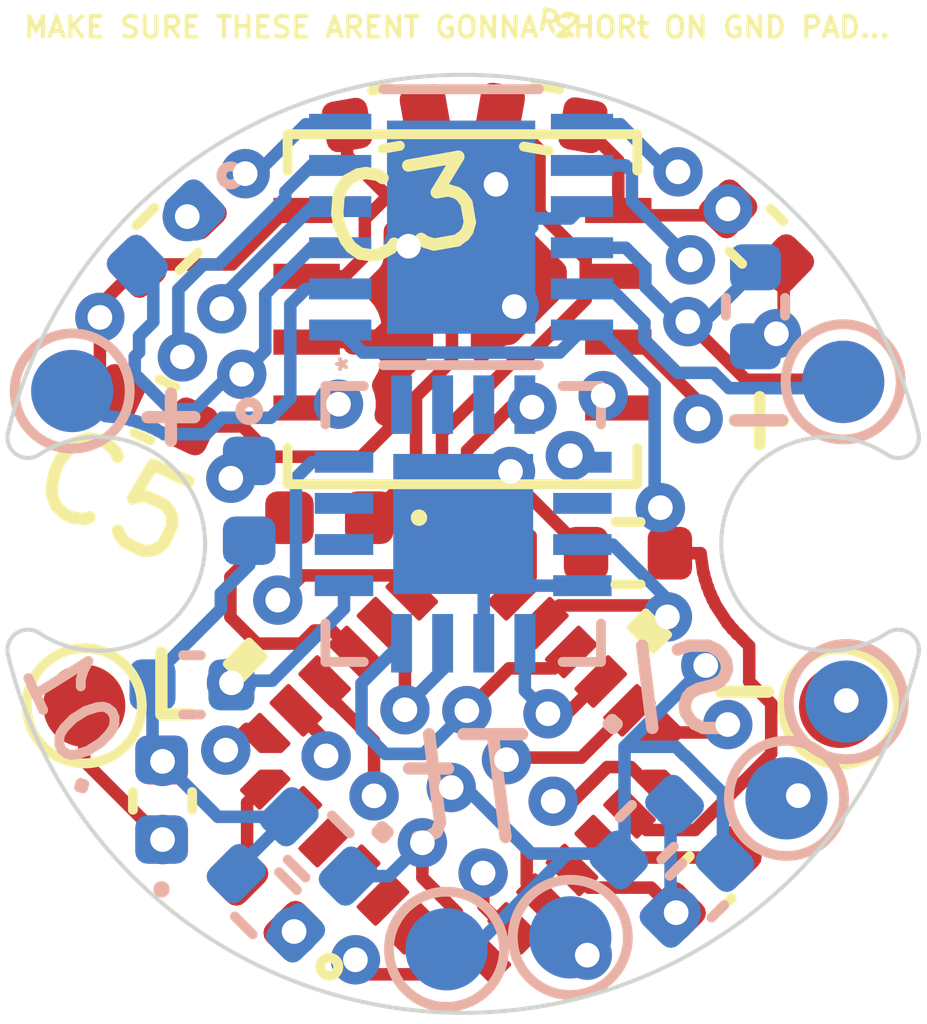
<source format=kicad_pcb>
(kicad_pcb (version 20171130) (host pcbnew "(5.1.7)-1")

  (general
    (thickness 1.6)
    (drawings 27)
    (tracks 621)
    (zones 0)
    (modules 32)
    (nets 43)
  )

  (page A4)
  (layers
    (0 F.Cu signal)
    (1 In1.Cu signal hide)
    (2 In2.Cu signal hide)
    (31 B.Cu signal hide)
    (32 B.Adhes user hide)
    (33 F.Adhes user hide)
    (34 B.Paste user hide)
    (35 F.Paste user hide)
    (36 B.SilkS user hide)
    (37 F.SilkS user)
    (38 B.Mask user hide)
    (39 F.Mask user hide)
    (40 Dwgs.User user hide)
    (41 Cmts.User user hide)
    (42 Eco1.User user hide)
    (43 Eco2.User user hide)
    (44 Edge.Cuts user)
    (45 Margin user hide)
    (46 B.CrtYd user hide)
    (47 F.CrtYd user hide)
    (48 B.Fab user hide)
    (49 F.Fab user hide)
  )

  (setup
    (last_trace_width 0.1524)
    (trace_clearance 0.1524)
    (zone_clearance 0.1)
    (zone_45_only no)
    (trace_min 0.1524)
    (via_size 0.6)
    (via_drill 0.3)
    (via_min_size 0.6)
    (via_min_drill 0.3)
    (uvia_size 0.3)
    (uvia_drill 0.1)
    (uvias_allowed no)
    (uvia_min_size 0.2)
    (uvia_min_drill 0.1)
    (edge_width 0.05)
    (segment_width 0.2)
    (pcb_text_width 0.3)
    (pcb_text_size 1.5 1.5)
    (mod_edge_width 0.12)
    (mod_text_size 0.25 0.25)
    (mod_text_width 0.05)
    (pad_size 0.299974 0.299948)
    (pad_drill 0)
    (pad_to_mask_clearance 0)
    (aux_axis_origin 0 0)
    (visible_elements 7FFFEFFF)
    (pcbplotparams
      (layerselection 0x010f0_ffffffff)
      (usegerberextensions true)
      (usegerberattributes false)
      (usegerberadvancedattributes false)
      (creategerberjobfile false)
      (excludeedgelayer true)
      (linewidth 0.150000)
      (plotframeref false)
      (viasonmask false)
      (mode 1)
      (useauxorigin false)
      (hpglpennumber 1)
      (hpglpenspeed 20)
      (hpglpendiameter 15.000000)
      (psnegative false)
      (psa4output false)
      (plotreference true)
      (plotvalue true)
      (plotinvisibletext false)
      (padsonsilk false)
      (subtractmaskfromsilk false)
      (outputformat 1)
      (mirror false)
      (drillshape 0)
      (scaleselection 1)
      (outputdirectory "gerbers/"))
  )

  (net 0 "")
  (net 1 "Net-(U1-Pad15)")
  (net 2 "Net-(U1-Pad14)")
  (net 3 GND)
  (net 4 +3V3)
  (net 5 "Net-(D1-Pad1)")
  (net 6 DRV_FAULT)
  (net 7 PWR)
  (net 8 ENC_MOSI)
  (net 9 ENC_MISO)
  (net 10 ENC_MGL)
  (net 11 ENC_MGH)
  (net 12 ENC_CS)
  (net 13 STAT_LED)
  (net 14 "Net-(U1-Pad1)")
  (net 15 "Net-(U1-Pad2)")
  (net 16 "Net-(U1-Pad3)")
  (net 17 "Net-(U1-Pad6)")
  (net 18 ENC_PWM)
  (net 19 ENC_SCK)
  (net 20 NRST)
  (net 21 ADC_IN_CURRENT_SENSE)
  (net 22 DRV_ENABLE)
  (net 23 DRV_DIRECTION)
  (net 24 DRV_PWM)
  (net 25 SW_SWDIO)
  (net 26 SW_SWCLK)
  (net 27 "Net-(U3-Pad23)")
  (net 28 LIN_RESET)
  (net 29 SYS_WKUP)
  (net 30 LIN_TX)
  (net 31 LIN_RX)
  (net 32 LIN_CS)
  (net 33 LBUS)
  (net 34 "Net-(C5-Pad2)")
  (net 35 "Net-(U3-Pad24)")
  (net 36 "Net-(U3-Pad26)")
  (net 37 "Net-(U3-Pad27)")
  (net 38 MOTOR-)
  (net 39 MOTOR+)
  (net 40 "Net-(U3-Pad15)")
  (net 41 "Net-(D2-Pad1)")
  (net 42 "Net-(C3-Pad2)")

  (net_class Default "This is the default net class."
    (clearance 0.1524)
    (trace_width 0.1524)
    (via_dia 0.6)
    (via_drill 0.3)
    (uvia_dia 0.3)
    (uvia_drill 0.1)
    (add_net +3V3)
    (add_net ADC_IN_CURRENT_SENSE)
    (add_net DRV_DIRECTION)
    (add_net DRV_ENABLE)
    (add_net DRV_FAULT)
    (add_net DRV_PWM)
    (add_net ENC_CS)
    (add_net ENC_MGH)
    (add_net ENC_MGL)
    (add_net ENC_MISO)
    (add_net ENC_MOSI)
    (add_net ENC_PWM)
    (add_net ENC_SCK)
    (add_net GND)
    (add_net LBUS)
    (add_net LIN_CS)
    (add_net LIN_RESET)
    (add_net LIN_RX)
    (add_net LIN_TX)
    (add_net MOTOR+)
    (add_net MOTOR-)
    (add_net NRST)
    (add_net "Net-(C3-Pad2)")
    (add_net "Net-(C5-Pad2)")
    (add_net "Net-(D1-Pad1)")
    (add_net "Net-(D2-Pad1)")
    (add_net "Net-(U1-Pad1)")
    (add_net "Net-(U1-Pad14)")
    (add_net "Net-(U1-Pad15)")
    (add_net "Net-(U1-Pad2)")
    (add_net "Net-(U1-Pad3)")
    (add_net "Net-(U1-Pad6)")
    (add_net "Net-(U3-Pad15)")
    (add_net "Net-(U3-Pad23)")
    (add_net "Net-(U3-Pad24)")
    (add_net "Net-(U3-Pad26)")
    (add_net "Net-(U3-Pad27)")
    (add_net PWR)
    (add_net STAT_LED)
    (add_net SW_SWCLK)
    (add_net SW_SWDIO)
    (add_net SYS_WKUP)
  )

  (module Capacitor_SMD:C_0402_1005Metric (layer F.Cu) (tedit 5F68FEEE) (tstamp 616E25C9)
    (at 159.404972 103.577143 155)
    (descr "Capacitor SMD 0402 (1005 Metric), square (rectangular) end terminal, IPC_7351 nominal, (Body size source: IPC-SM-782 page 76, https://www.pcb-3d.com/wordpress/wp-content/uploads/ipc-sm-782a_amendment_1_and_2.pdf), generated with kicad-footprint-generator")
    (tags capacitor)
    (path /61638882)
    (attr smd)
    (fp_text reference C5 (at 0 -1.16 155) (layer F.SilkS)
      (effects (font (size 1 1) (thickness 0.15)))
    )
    (fp_text value 22u (at 0 1.16 155) (layer F.Fab)
      (effects (font (size 1 1) (thickness 0.15)))
    )
    (fp_text user %R (at 0 0 155) (layer F.Fab)
      (effects (font (size 0.25 0.25) (thickness 0.04)))
    )
    (fp_line (start -0.5 0.25) (end -0.5 -0.25) (layer F.Fab) (width 0.1))
    (fp_line (start -0.5 -0.25) (end 0.5 -0.25) (layer F.Fab) (width 0.1))
    (fp_line (start 0.5 -0.25) (end 0.5 0.25) (layer F.Fab) (width 0.1))
    (fp_line (start 0.5 0.25) (end -0.5 0.25) (layer F.Fab) (width 0.1))
    (fp_line (start -0.107836 -0.36) (end 0.107836 -0.36) (layer F.SilkS) (width 0.12))
    (fp_line (start -0.107836 0.36) (end 0.107836 0.36) (layer F.SilkS) (width 0.12))
    (fp_line (start -0.91 0.46) (end -0.91 -0.46) (layer F.CrtYd) (width 0.05))
    (fp_line (start -0.91 -0.46) (end 0.91 -0.46) (layer F.CrtYd) (width 0.05))
    (fp_line (start 0.91 -0.46) (end 0.91 0.46) (layer F.CrtYd) (width 0.05))
    (fp_line (start 0.91 0.46) (end -0.91 0.46) (layer F.CrtYd) (width 0.05))
    (pad 2 smd roundrect (at 0.48 0 155) (size 0.56 0.62) (layers F.Cu F.Paste F.Mask) (roundrect_rratio 0.25)
      (net 34 "Net-(C5-Pad2)"))
    (pad 1 smd roundrect (at -0.48 0 155) (size 0.56 0.62) (layers F.Cu F.Paste F.Mask) (roundrect_rratio 0.25)
      (net 3 GND))
    (model ${KISYS3DMOD}/Capacitor_SMD.3dshapes/C_0402_1005Metric.wrl
      (at (xyz 0 0 0))
      (scale (xyz 1 1 1))
      (rotate (xyz 0 0 0))
    )
  )

  (module Capacitor_SMD:C_0402_1005Metric (layer F.Cu) (tedit 5F68FEEE) (tstamp 618E0027)
    (at 162.217292 100.033351 190)
    (descr "Capacitor SMD 0402 (1005 Metric), square (rectangular) end terminal, IPC_7351 nominal, (Body size source: IPC-SM-782 page 76, https://www.pcb-3d.com/wordpress/wp-content/uploads/ipc-sm-782a_amendment_1_and_2.pdf), generated with kicad-footprint-generator")
    (tags capacitor)
    (path /6198FA51)
    (attr smd)
    (fp_text reference C3 (at 0 -1.16 10) (layer F.SilkS)
      (effects (font (size 1 1) (thickness 0.15)))
    )
    (fp_text value 100n (at 0 1.16 10) (layer F.Fab)
      (effects (font (size 1 1) (thickness 0.15)))
    )
    (fp_text user %R (at 0 0 10) (layer F.Fab)
      (effects (font (size 0.25 0.25) (thickness 0.04)))
    )
    (fp_line (start -0.5 0.25) (end -0.5 -0.25) (layer F.Fab) (width 0.1))
    (fp_line (start -0.5 -0.25) (end 0.5 -0.25) (layer F.Fab) (width 0.1))
    (fp_line (start 0.5 -0.25) (end 0.5 0.25) (layer F.Fab) (width 0.1))
    (fp_line (start 0.5 0.25) (end -0.5 0.25) (layer F.Fab) (width 0.1))
    (fp_line (start -0.107836 -0.36) (end 0.107836 -0.36) (layer F.SilkS) (width 0.12))
    (fp_line (start -0.107836 0.36) (end 0.107836 0.36) (layer F.SilkS) (width 0.12))
    (fp_line (start -0.91 0.46) (end -0.91 -0.46) (layer F.CrtYd) (width 0.05))
    (fp_line (start -0.91 -0.46) (end 0.91 -0.46) (layer F.CrtYd) (width 0.05))
    (fp_line (start 0.91 -0.46) (end 0.91 0.46) (layer F.CrtYd) (width 0.05))
    (fp_line (start 0.91 0.46) (end -0.91 0.46) (layer F.CrtYd) (width 0.05))
    (pad 2 smd roundrect (at 0.48 0 190) (size 0.56 0.62) (layers F.Cu F.Paste F.Mask) (roundrect_rratio 0.25)
      (net 42 "Net-(C3-Pad2)"))
    (pad 1 smd roundrect (at -0.48 0 190) (size 0.56 0.62) (layers F.Cu F.Paste F.Mask) (roundrect_rratio 0.25)
      (net 3 GND))
    (model ${KISYS3DMOD}/Capacitor_SMD.3dshapes/C_0402_1005Metric.wrl
      (at (xyz 0 0 0))
      (scale (xyz 1 1 1))
      (rotate (xyz 0 0 0))
    )
  )

  (module TestPoint:TestPoint_Pad_D1.0mm (layer B.Cu) (tedit 5A0F774F) (tstamp 617367F1)
    (at 158.4 103.35)
    (descr "SMD pad as test Point, diameter 1.0mm")
    (tags "test point SMD pad")
    (path /616BB7C9)
    (attr virtual)
    (fp_text reference TP10 (at 0.0127 1.0033) (layer Dwgs.User)
      (effects (font (size 0.25 0.25) (thickness 0.05)) (justify mirror))
    )
    (fp_text value TestPoint_Small (at 0 -1.55) (layer B.Fab)
      (effects (font (size 0.25 0.25) (thickness 0.05)) (justify mirror))
    )
    (fp_circle (center 0 0) (end 0 -0.7) (layer B.SilkS) (width 0.12))
    (fp_circle (center 0 0) (end 1 0) (layer B.CrtYd) (width 0.05))
    (fp_text user %R (at 0 1.45) (layer B.Fab)
      (effects (font (size 0.25 0.25) (thickness 0.05)) (justify mirror))
    )
    (pad 1 smd circle (at 0 0) (size 1 1) (layers B.Cu B.Mask)
      (net 39 MOTOR+))
  )

  (module Resistor_SMD:R_0402_1005Metric (layer F.Cu) (tedit 5F68FEEE) (tstamp 618D680E)
    (at 159.554276 101.503137 44)
    (descr "Resistor SMD 0402 (1005 Metric), square (rectangular) end terminal, IPC_7351 nominal, (Body size source: IPC-SM-782 page 72, https://www.pcb-3d.com/wordpress/wp-content/uploads/ipc-sm-782a_amendment_1_and_2.pdf), generated with kicad-footprint-generator")
    (tags resistor)
    (path /618DD948)
    (attr smd)
    (fp_text reference R5 (at 0.000001 -1.17 44) (layer Dwgs.User)
      (effects (font (size 1 1) (thickness 0.15)))
    )
    (fp_text value R_Small (at 0 1.17 44) (layer F.Fab)
      (effects (font (size 1 1) (thickness 0.15)))
    )
    (fp_text user %R (at 0 0 44) (layer F.Fab)
      (effects (font (size 0.26 0.26) (thickness 0.04)))
    )
    (fp_line (start -0.525 0.27) (end -0.525 -0.27) (layer F.Fab) (width 0.1))
    (fp_line (start -0.525 -0.27) (end 0.525 -0.27) (layer F.Fab) (width 0.1))
    (fp_line (start 0.525 -0.27) (end 0.525 0.27) (layer F.Fab) (width 0.1))
    (fp_line (start 0.525 0.27) (end -0.525 0.27) (layer F.Fab) (width 0.1))
    (fp_line (start -0.153641 -0.38) (end 0.153641 -0.38) (layer F.SilkS) (width 0.12))
    (fp_line (start -0.153641 0.38) (end 0.153641 0.38) (layer F.SilkS) (width 0.12))
    (fp_line (start -0.93 0.47) (end -0.93 -0.47) (layer F.CrtYd) (width 0.05))
    (fp_line (start -0.93 -0.47) (end 0.93 -0.47) (layer F.CrtYd) (width 0.05))
    (fp_line (start 0.93 -0.47) (end 0.93 0.47) (layer F.CrtYd) (width 0.05))
    (fp_line (start 0.93 0.47) (end -0.93 0.47) (layer F.CrtYd) (width 0.05))
    (pad 2 smd roundrect (at 0.51 0 44) (size 0.54 0.64) (layers F.Cu F.Paste F.Mask) (roundrect_rratio 0.25)
      (net 41 "Net-(D2-Pad1)"))
    (pad 1 smd roundrect (at -0.51 0 44) (size 0.54 0.64) (layers F.Cu F.Paste F.Mask) (roundrect_rratio 0.25)
      (net 34 "Net-(C5-Pad2)"))
    (model ${KISYS3DMOD}/Resistor_SMD.3dshapes/R_0402_1005Metric.wrl
      (at (xyz 0 0 0))
      (scale (xyz 1 1 1))
      (rotate (xyz 0 0 0))
    )
  )

  (module LED_SMD:LED_0402_1005Metric (layer F.Cu) (tedit 5F68FEF1) (tstamp 61730B94)
    (at 160.7566 109.575647 135)
    (descr "LED SMD 0402 (1005 Metric), square (rectangular) end terminal, IPC_7351 nominal, (Body size source: http://www.tortai-tech.com/upload/download/2011102023233369053.pdf), generated with kicad-footprint-generator")
    (tags LED)
    (path /60271318)
    (attr smd)
    (fp_text reference D1 (at 0.04812 -0.73914 135) (layer Dwgs.User)
      (effects (font (size 0.25 0.25) (thickness 0.05)))
    )
    (fp_text value "LED (BLUE)" (at 2.009 0.254 135) (layer F.Fab)
      (effects (font (size 0.25 0.25) (thickness 0.05)))
    )
    (fp_line (start 0.93 0.47) (end -0.93 0.47) (layer F.CrtYd) (width 0.05))
    (fp_line (start 0.93 -0.47) (end 0.93 0.47) (layer F.CrtYd) (width 0.05))
    (fp_line (start -0.93 -0.47) (end 0.93 -0.47) (layer F.CrtYd) (width 0.05))
    (fp_line (start -0.93 0.47) (end -0.93 -0.47) (layer F.CrtYd) (width 0.05))
    (fp_line (start -0.3 0.25) (end -0.3 -0.25) (layer F.Fab) (width 0.15))
    (fp_line (start -0.4 0.25) (end -0.4 -0.25) (layer F.Fab) (width 0.15))
    (fp_line (start 0.5 0.25) (end -0.5 0.25) (layer F.Fab) (width 0.15))
    (fp_line (start 0.5 -0.25) (end 0.5 0.25) (layer F.Fab) (width 0.15))
    (fp_line (start -0.5 -0.25) (end 0.5 -0.25) (layer F.Fab) (width 0.15))
    (fp_line (start -0.5 0.25) (end -0.5 -0.25) (layer F.Fab) (width 0.15))
    (fp_circle (center -1.09 0) (end -1.04 0) (layer F.SilkS) (width 0.12))
    (fp_text user %R (at 0 0 135) (layer F.Fab)
      (effects (font (size 0.25 0.25) (thickness 0.05)))
    )
    (pad 2 smd roundrect (at 0.485 0 135) (size 0.59 0.64) (layers F.Cu F.Paste F.Mask) (roundrect_rratio 0.25)
      (net 13 STAT_LED))
    (pad 1 smd roundrect (at -0.485 0 135) (size 0.59 0.64) (layers F.Cu F.Paste F.Mask) (roundrect_rratio 0.25)
      (net 5 "Net-(D1-Pad1)"))
    (model ${KISYS3DMOD}/LED_SMD.3dshapes/LED_0402_1005Metric.wrl
      (at (xyz 0 0 0))
      (scale (xyz 1 1 1))
      (rotate (xyz 0 0 0))
    )
  )

  (module Capacitor_SMD:C_0402_1005Metric (layer B.Cu) (tedit 5F68FEEE) (tstamp 617F3683)
    (at 159.8575 106.9213)
    (descr "Capacitor SMD 0402 (1005 Metric), square (rectangular) end terminal, IPC_7351 nominal, (Body size source: IPC-SM-782 page 76, https://www.pcb-3d.com/wordpress/wp-content/uploads/ipc-sm-782a_amendment_1_and_2.pdf), generated with kicad-footprint-generator")
    (tags capacitor)
    (path /602D3C63)
    (attr smd)
    (fp_text reference C13 (at 0.8027 0.0254 90) (layer Dwgs.User)
      (effects (font (size 0.25 0.25) (thickness 0.05)) (justify mirror))
    )
    (fp_text value 1u (at -0.8229 -0.0254 270) (layer B.Fab)
      (effects (font (size 0.25 0.25) (thickness 0.05)) (justify mirror))
    )
    (fp_line (start 0.91 -0.46) (end -0.91 -0.46) (layer B.CrtYd) (width 0.05))
    (fp_line (start 0.91 0.46) (end 0.91 -0.46) (layer B.CrtYd) (width 0.05))
    (fp_line (start -0.91 0.46) (end 0.91 0.46) (layer B.CrtYd) (width 0.05))
    (fp_line (start -0.91 -0.46) (end -0.91 0.46) (layer B.CrtYd) (width 0.05))
    (fp_line (start -0.107836 -0.36) (end 0.107836 -0.36) (layer B.SilkS) (width 0.12))
    (fp_line (start -0.107836 0.36) (end 0.107836 0.36) (layer B.SilkS) (width 0.12))
    (fp_line (start 0.5 -0.25) (end -0.5 -0.25) (layer B.Fab) (width 0.15))
    (fp_line (start 0.5 0.25) (end 0.5 -0.25) (layer B.Fab) (width 0.15))
    (fp_line (start -0.5 0.25) (end 0.5 0.25) (layer B.Fab) (width 0.15))
    (fp_line (start -0.5 -0.25) (end -0.5 0.25) (layer B.Fab) (width 0.15))
    (fp_text user %R (at 0 0 180) (layer B.Fab)
      (effects (font (size 0.25 0.25) (thickness 0.05)) (justify mirror))
    )
    (pad 2 smd roundrect (at 0.48 0) (size 0.56 0.62) (layers B.Cu B.Paste B.Mask) (roundrect_rratio 0.25)
      (net 4 +3V3))
    (pad 1 smd roundrect (at -0.48 0) (size 0.56 0.62) (layers B.Cu B.Paste B.Mask) (roundrect_rratio 0.25)
      (net 3 GND))
    (model ${KISYS3DMOD}/Capacitor_SMD.3dshapes/C_0402_1005Metric.wrl
      (at (xyz 0 0 0))
      (scale (xyz 1 1 1))
      (rotate (xyz 0 0 0))
    )
  )

  (module TestPoint:TestPoint_Pad_D1.0mm (layer B.Cu) (tedit 5A0F774F) (tstamp 61753AF3)
    (at 167.09 108.3)
    (descr "SMD pad as test Point, diameter 1.0mm")
    (tags "test point SMD pad")
    (path /602AD890)
    (attr virtual)
    (fp_text reference TP2 (at 0.31496 1.14554) (layer Dwgs.User)
      (effects (font (size 0.25 0.25) (thickness 0.05)) (justify mirror))
    )
    (fp_text value TestPoint_Small (at 2.54 -0.762) (layer B.Fab)
      (effects (font (size 0.25 0.25) (thickness 0.05)) (justify mirror))
    )
    (fp_circle (center 0 0) (end 1 0) (layer B.CrtYd) (width 0.05))
    (fp_circle (center 0 0) (end 0 -0.7) (layer B.SilkS) (width 0.12))
    (fp_text user %R (at 1.524 -0.254) (layer B.Fab)
      (effects (font (size 0.25 0.25) (thickness 0.05)) (justify mirror))
    )
    (pad 1 smd circle (at 0 0) (size 1 1) (layers B.Cu B.Mask)
      (net 26 SW_SWCLK))
  )

  (module my_parts:STM32G071G8U6 (layer F.Cu) (tedit 616B0AF1) (tstamp 617F9BD9)
    (at 163.1418 107.841235 135)
    (path /61625DB3)
    (fp_text reference U3 (at -1.7272 -3.302 135) (layer Dwgs.User)
      (effects (font (size 0.25 0.25) (thickness 0.05)))
    )
    (fp_text value STM32G071G8U6 (at -0.051665 -0.102152 135) (layer Dwgs.User)
      (effects (font (size 0.25 0.25) (thickness 0.05)))
    )
    (fp_poly (pts (xy -0.69088 2.598674) (xy -0.69088 2.852674) (xy -0.30988 2.852674) (xy -0.30988 2.598674)) (layer F.SilkS) (width 0.1))
    (fp_poly (pts (xy 2.852674 -1.19126) (xy 2.852674 -0.81026) (xy 2.598674 -0.81026) (xy 2.598674 -1.19126)) (layer F.SilkS) (width 0.1))
    (fp_line (start -1.8034 1.8034) (end -1.8034 1.905127) (layer F.CrtYd) (width 0.05))
    (fp_line (start -1.8034 1.905127) (end -2.598674 1.905127) (layer F.CrtYd) (width 0.05))
    (fp_line (start -2.598674 1.905127) (end -2.598674 -1.905127) (layer F.CrtYd) (width 0.05))
    (fp_line (start -2.598674 -1.905127) (end -1.8034 -1.905127) (layer F.CrtYd) (width 0.05))
    (fp_line (start -1.8034 -1.905127) (end -1.8034 -1.8034) (layer F.CrtYd) (width 0.05))
    (fp_line (start -1.8034 -1.8034) (end -1.905127 -1.8034) (layer F.CrtYd) (width 0.05))
    (fp_line (start -1.905127 -1.8034) (end -1.905127 -2.598674) (layer F.CrtYd) (width 0.05))
    (fp_line (start -1.905127 -2.598674) (end 1.905127 -2.598674) (layer F.CrtYd) (width 0.05))
    (fp_line (start 1.905127 -2.598674) (end 1.905127 -1.8034) (layer F.CrtYd) (width 0.05))
    (fp_line (start 1.905127 -1.8034) (end 1.8034 -1.8034) (layer F.CrtYd) (width 0.05))
    (fp_line (start 1.8034 -1.8034) (end 1.8034 -1.905127) (layer F.CrtYd) (width 0.05))
    (fp_line (start 1.8034 -1.905127) (end 2.598674 -1.905127) (layer F.CrtYd) (width 0.05))
    (fp_line (start 2.598674 -1.905127) (end 2.598674 1.905127) (layer F.CrtYd) (width 0.05))
    (fp_line (start 2.598674 1.905127) (end 1.8034 1.905127) (layer F.CrtYd) (width 0.05))
    (fp_line (start 1.8034 1.905127) (end 1.8034 1.8034) (layer F.CrtYd) (width 0.05))
    (fp_line (start 1.8034 1.8034) (end 1.905127 1.8034) (layer F.CrtYd) (width 0.05))
    (fp_line (start 1.905127 1.8034) (end 1.905127 2.598674) (layer F.CrtYd) (width 0.05))
    (fp_line (start 1.905127 2.598674) (end -1.905127 2.598674) (layer F.CrtYd) (width 0.05))
    (fp_line (start -1.905127 2.598674) (end -1.905127 1.8034) (layer F.CrtYd) (width 0.05))
    (fp_line (start -1.905127 1.8034) (end -1.8034 1.8034) (layer F.CrtYd) (width 0.05))
    (fp_circle (center -2.1463 -2.1336) (end -2.0701 -2.1336) (layer F.CrtYd) (width 0.05))
    (fp_line (start 1.5874 -1.5998) (end -1.6126 -1.5998) (layer Dwgs.User) (width 0.05))
    (fp_line (start 1.5874 -1.5998) (end 1.5874 1.600199) (layer Dwgs.User) (width 0.05))
    (fp_line (start 1.5874 1.600199) (end -1.6126 1.600199) (layer Dwgs.User) (width 0.05))
    (fp_line (start -1.6126 -1.5998) (end -1.6126 1.600199) (layer Dwgs.User) (width 0.05))
    (fp_poly (pts (xy -1.1557 -2.1463) (xy -0.8636 -2.1463) (xy -0.8636 -1.6002) (xy -1.1557 -1.6002)) (layer Dwgs.User) (width 0.05))
    (fp_poly (pts (xy -0.6604 -2.1463) (xy -0.3683 -2.1463) (xy -0.3683 -1.6002) (xy -0.6604 -1.6002)) (layer Dwgs.User) (width 0.05))
    (fp_poly (pts (xy 1.6383 1.4732) (xy 1.6383 1.3462) (xy 2.1336 1.3462) (xy 2.1336 1.651)
      (xy 1.8161 1.651)) (layer Dwgs.User) (width 0.05))
    (fp_poly (pts (xy 0.3429 -2.1463) (xy 0.635 -2.1463) (xy 0.635 -1.6002) (xy 0.3429 -1.6002)) (layer Dwgs.User) (width 0.05))
    (fp_poly (pts (xy -2.159 0.6477) (xy -2.159 0.3556) (xy -1.6129 0.3556) (xy -1.6129 0.6477)) (layer Dwgs.User) (width 0.05))
    (fp_poly (pts (xy -2.159 1.143) (xy -2.159 0.8509) (xy -1.6129 0.8509) (xy -1.6129 1.143)) (layer Dwgs.User) (width 0.05))
    (fp_poly (pts (xy -0.8636 2.1463) (xy -1.1557 2.1463) (xy -1.1557 1.6002) (xy -0.8636 1.6002)) (layer Dwgs.User) (width 0.05))
    (fp_poly (pts (xy -2.159 1.3462) (xy -1.6637 1.3462) (xy -1.6637 1.4732) (xy -1.8415 1.651)
      (xy -2.159 1.651)) (layer Dwgs.User) (width 0.05))
    (fp_poly (pts (xy 1.3335 2.1463) (xy 1.3335 1.651) (xy 1.4605 1.651) (xy 1.6383 1.8288)
      (xy 1.6383 2.1463)) (layer Dwgs.User) (width 0.05))
    (fp_poly (pts (xy -0.3683 2.1463) (xy -0.6604 2.1463) (xy -0.6604 1.6002) (xy -0.3683 1.6002)) (layer Dwgs.User) (width 0.05))
    (fp_poly (pts (xy -2.159 -0.8509) (xy -2.159 -1.143) (xy -1.6129 -1.143) (xy -1.6129 -0.8509)) (layer Dwgs.User) (width 0.05))
    (fp_poly (pts (xy -1.3589 -2.1463) (xy -1.3589 -1.651) (xy -1.4859 -1.651) (xy -1.6637 -1.8288)
      (xy -1.6637 -2.1463)) (layer Dwgs.User) (width 0.05))
    (fp_poly (pts (xy 0.1397 2.1463) (xy -0.1524 2.1463) (xy -0.1524 1.6002) (xy 0.1397 1.6002)) (layer Dwgs.User) (width 0.05))
    (fp_poly (pts (xy 2.1336 0.3556) (xy 2.1336 0.6477) (xy 1.5875 0.6477) (xy 1.5875 0.3556)) (layer Dwgs.User) (width 0.05))
    (fp_poly (pts (xy -0.1651 -2.1463) (xy 0.127 -2.1463) (xy 0.127 -1.6002) (xy -0.1651 -1.6002)) (layer Dwgs.User) (width 0.05))
    (fp_poly (pts (xy 2.1336 -1.3462) (xy 1.6383 -1.3462) (xy 1.6383 -1.4732) (xy 1.8161 -1.651)
      (xy 2.1336 -1.651)) (layer Dwgs.User) (width 0.05))
    (fp_poly (pts (xy 2.1336 -1.143) (xy 2.1336 -0.8509) (xy 1.5875 -0.8509) (xy 1.5875 -1.143)) (layer Dwgs.User) (width 0.05))
    (fp_poly (pts (xy -1.6637 -1.4732) (xy -1.6637 -1.3462) (xy -2.159 -1.3462) (xy -2.159 -1.651)
      (xy -1.8415 -1.651)) (layer Dwgs.User) (width 0.05))
    (fp_poly (pts (xy 1.4605 -1.651) (xy 1.3335 -1.651) (xy 1.3335 -2.1463) (xy 1.6383 -2.1463)
      (xy 1.6383 -1.8288)) (layer Dwgs.User) (width 0.05))
    (fp_poly (pts (xy -2.159 0.1524) (xy -2.159 -0.1397) (xy -1.6129 -0.1397) (xy -1.6129 0.1524)) (layer Dwgs.User) (width 0.05))
    (fp_poly (pts (xy -1.4859 1.651) (xy -1.3589 1.651) (xy -1.3589 2.1463) (xy -1.6637 2.1463)
      (xy -1.6637 1.8288)) (layer Dwgs.User) (width 0.05))
    (fp_poly (pts (xy 2.1336 0.8509) (xy 2.1336 1.143) (xy 1.5875 1.143) (xy 1.5875 0.8509)) (layer Dwgs.User) (width 0.05))
    (fp_poly (pts (xy -2.159 -0.3556) (xy -2.159 -0.6477) (xy -1.6129 -0.6477) (xy -1.6129 -0.3556)) (layer Dwgs.User) (width 0.05))
    (fp_poly (pts (xy 0.8382 -2.1463) (xy 1.1303 -2.1463) (xy 1.1303 -1.6002) (xy 0.8382 -1.6002)) (layer Dwgs.User) (width 0.05))
    (fp_poly (pts (xy 2.1336 -0.6477) (xy 2.1336 -0.3556) (xy 1.5875 -0.3556) (xy 1.5875 -0.6477)) (layer Dwgs.User) (width 0.05))
    (fp_poly (pts (xy 1.1303 2.1463) (xy 0.8382 2.1463) (xy 0.8382 1.6002) (xy 1.1303 1.6002)) (layer Dwgs.User) (width 0.05))
    (fp_poly (pts (xy 0.635 2.1463) (xy 0.3429 2.1463) (xy 0.3429 1.6002) (xy 0.635 1.6002)) (layer Dwgs.User) (width 0.05))
    (fp_poly (pts (xy 2.1336 -0.1397) (xy 2.1336 0.1524) (xy 1.5875 0.1524) (xy 1.5875 -0.1397)) (layer Dwgs.User) (width 0.05))
    (fp_text user * (at -1.9812 -1.9304 135) (layer Cmts.User) hide
      (effects (font (size 0.25 0.25) (thickness 0.05)))
    )
    (fp_text user * (at -2.011577 -1.903814 135) (layer F.SilkS) hide
      (effects (font (size 0.25 0.25) (thickness 0.05)))
    )
    (pad 14 smd custom (at 1.4859 2.0066 135) (size 0.299974 0.299948) (layers F.Cu F.Paste F.Mask)
      (net 28 LIN_RESET)
      (options (clearance outline) (anchor rect))
      (primitives
        (gr_poly (pts
           (xy -0.1524 0.1397) (xy -0.1524 -0.3556) (xy -0.0254 -0.3556) (xy 0.1524 -0.1778) (xy 0.1524 0.1397)
) (width 0.05))
      ))
    (pad 13 smd custom (at 0.9906 1.9939 135) (size 0.299974 0.299948) (layers F.Cu F.Paste F.Mask)
      (net 8 ENC_MOSI)
      (options (clearance outline) (anchor rect))
      (primitives
        (gr_poly (pts
           (xy 0.1397 0.1524) (xy -0.1524 0.1524) (xy -0.1524 -0.3937) (xy 0.1397 -0.3937)) (width 0.05))
      ))
    (pad 12 smd custom (at 0.4953 2.0066 135) (size 0.299974 0.299948) (layers F.Cu F.Paste F.Mask)
      (net 9 ENC_MISO)
      (options (clearance outline) (anchor rect))
      (primitives
        (gr_poly (pts
           (xy 0.1397 0.1397) (xy -0.1524 0.1397) (xy -0.1524 -0.4064) (xy 0.1397 -0.4064)) (width 0.05))
      ))
    (pad 11 smd custom (at 0 2.0066 135) (size 0.299974 0.299948) (layers F.Cu F.Paste F.Mask)
      (net 19 ENC_SCK)
      (options (clearance outline) (anchor rect))
      (primitives
        (gr_poly (pts
           (xy 0.1397 0.1397) (xy -0.1524 0.1397) (xy -0.1524 -0.4064) (xy 0.1397 -0.4064)) (width 0.05))
      ))
    (pad 10 smd custom (at -0.508 2.0066 135) (size 0.299974 0.299948) (layers F.Cu F.Paste F.Mask)
      (net 18 ENC_PWM)
      (options (clearance outline) (anchor rect))
      (primitives
        (gr_poly (pts
           (xy 0.1397 0.1397) (xy -0.1524 0.1397) (xy -0.1524 -0.4064) (xy 0.1397 -0.4064)) (width 0.05))
      ))
    (pad 9 smd custom (at -1.00076 2.0066 135) (size 0.299974 0.299948) (layers F.Cu F.Paste F.Mask)
      (net 31 LIN_RX)
      (options (clearance outline) (anchor rect))
      (primitives
        (gr_poly (pts
           (xy 0.13716 0.1397) (xy -0.15494 0.1397) (xy -0.15494 -0.4064) (xy 0.13716 -0.4064)) (width 0.05))
      ))
    (pad 8 smd custom (at -1.5113 1.9939 135) (size 0.299974 0.299948) (layers F.Cu F.Paste F.Mask)
      (net 30 LIN_TX)
      (options (clearance outline) (anchor rect))
      (primitives
        (gr_poly (pts
           (xy 0.0254 -0.3429) (xy 0.1524 -0.3429) (xy 0.1524 0.1524) (xy -0.1524 0.1524) (xy -0.1524 -0.1651)
) (width 0.05))
      ))
    (pad 15 smd custom (at 1.9812 1.4986 135) (size 0.299974 0.299948) (layers F.Cu F.Paste F.Mask)
      (net 40 "Net-(U3-Pad15)")
      (options (clearance outline) (anchor rect))
      (primitives
        (gr_poly (pts
           (xy -0.3429 -0.0254) (xy -0.3429 -0.1524) (xy 0.1524 -0.1524) (xy 0.1524 0.1524) (xy -0.1651 0.1524)
) (width 0.05))
      ))
    (pad 16 smd custom (at 1.9812 1.0033 135) (size 0.299974 0.299948) (layers F.Cu F.Paste F.Mask)
      (net 11 ENC_MGH)
      (options (clearance outline) (anchor rect))
      (primitives
        (gr_poly (pts
           (xy 0.1524 -0.1524) (xy 0.1524 0.1397) (xy -0.3937 0.1397) (xy -0.3937 -0.1524)) (width 0.05))
      ))
    (pad 17 smd custom (at 1.9939 0.50038 135) (size 0.299974 0.299948) (layers F.Cu F.Paste F.Mask)
      (net 10 ENC_MGL)
      (options (clearance outline) (anchor rect))
      (primitives
        (gr_poly (pts
           (xy 0.1397 -0.14478) (xy 0.1397 0.14732) (xy -0.4064 0.14732) (xy -0.4064 -0.14478)) (width 0.05))
      ))
    (pad 18 smd custom (at 1.9939 0 135) (size 0.299974 0.299948) (layers F.Cu F.Paste F.Mask)
      (net 32 LIN_CS)
      (options (clearance outline) (anchor rect))
      (primitives
        (gr_poly (pts
           (xy 0.1397 -0.1397) (xy 0.1397 0.1524) (xy -0.4064 0.1524) (xy -0.4064 -0.1397)) (width 0.05))
      ))
    (pad 19 smd custom (at 1.9939 -0.508 135) (size 0.299974 0.299948) (layers F.Cu F.Paste F.Mask)
      (net 23 DRV_DIRECTION)
      (options (clearance outline) (anchor rect))
      (primitives
        (gr_poly (pts
           (xy 0.1397 -0.1397) (xy 0.1397 0.1524) (xy -0.4064 0.1524) (xy -0.4064 -0.1397)) (width 0.05))
      ))
    (pad 20 smd custom (at 1.9939 -1.00076 135) (size 0.299974 0.299948) (layers F.Cu F.Paste F.Mask)
      (net 25 SW_SWDIO)
      (options (clearance outline) (anchor rect))
      (primitives
        (gr_poly (pts
           (xy 0.1397 -0.14224) (xy 0.1397 0.14986) (xy -0.4064 0.14986) (xy -0.4064 -0.14224)) (width 0.05))
      ))
    (pad 21 smd custom (at 1.9812 -1.50114 135) (size 0.299974 0.299948) (layers F.Cu F.Paste F.Mask)
      (net 26 SW_SWCLK)
      (options (clearance outline) (anchor rect))
      (primitives
        (gr_poly (pts
           (xy 0.1524 0.15494) (xy -0.3429 0.15494) (xy -0.3429 0.02794) (xy -0.1651 -0.14986) (xy 0.1524 -0.14986)
) (width 0.05))
      ))
    (pad 22 smd custom (at 1.4859 -1.9812 135) (size 0.299974 0.299948) (layers F.Cu F.Paste F.Mask)
      (net 13 STAT_LED) (zone_connect 0)
      (options (clearance outline) (anchor rect))
      (primitives
        (gr_poly (pts
           (xy -0.0254 0.3302) (xy -0.1524 0.3302) (xy -0.1524 -0.1651) (xy 0.1524 -0.1651) (xy 0.1524 0.1524)
) (width 0.05))
      ))
    (pad 23 smd custom (at 0.9906 -1.9939 135) (size 0.299974 0.299948) (layers F.Cu F.Paste F.Mask)
      (net 27 "Net-(U3-Pad23)")
      (options (clearance outline) (anchor rect))
      (primitives
        (gr_poly (pts
           (xy -0.1524 -0.1524) (xy 0.1397 -0.1524) (xy 0.1397 0.3937) (xy -0.1524 0.3937)) (width 0.05))
      ))
    (pad 24 smd custom (at 0.4953 -2.0066 135) (size 0.299974 0.299948) (layers F.Cu F.Paste F.Mask)
      (net 35 "Net-(U3-Pad24)")
      (options (clearance outline) (anchor rect))
      (primitives
        (gr_poly (pts
           (xy -0.1524 -0.1397) (xy 0.1397 -0.1397) (xy 0.1397 0.4064) (xy -0.1524 0.4064)) (width 0.05))
      ))
    (pad 25 smd custom (at -0.0127 -2.0066 135) (size 0.299974 0.299948) (layers F.Cu F.Paste F.Mask)
      (net 29 SYS_WKUP)
      (options (clearance outline) (anchor rect))
      (primitives
        (gr_poly (pts
           (xy -0.1524 -0.1397) (xy 0.1397 -0.1397) (xy 0.1397 0.4064) (xy -0.1524 0.4064)) (width 0.05))
      ))
    (pad 26 smd custom (at -0.508 -2.0066 135) (size 0.299974 0.299948) (layers F.Cu F.Paste F.Mask)
      (net 36 "Net-(U3-Pad26)")
      (options (clearance outline) (anchor rect))
      (primitives
        (gr_poly (pts
           (xy -0.1524 -0.1397) (xy 0.1397 -0.1397) (xy 0.1397 0.4064) (xy -0.1524 0.4064)) (width 0.05))
      ))
    (pad 27 smd custom (at -1.0033 -2.0066 135) (size 0.299974 0.299948) (layers F.Cu F.Paste F.Mask)
      (net 37 "Net-(U3-Pad27)")
      (options (clearance outline) (anchor rect))
      (primitives
        (gr_poly (pts
           (xy -0.1524 -0.1397) (xy 0.1397 -0.1397) (xy 0.1397 0.4064) (xy -0.1524 0.4064)) (width 0.05))
      ))
    (pad 28 smd custom (at -1.50114 -2.0066 135) (size 0.299974 0.299948) (layers F.Cu F.Paste F.Mask)
      (net 24 DRV_PWM)
      (options (clearance outline) (anchor rect))
      (primitives
        (gr_poly (pts
           (xy 0.14224 -0.1397) (xy 0.14224 0.3556) (xy 0.01524 0.3556) (xy -0.16256 0.1778) (xy -0.16256 -0.1397)
) (width 0.05))
      ))
    (pad 7 smd custom (at -2.0066 1.4986 135) (size 0.299974 0.299948) (layers F.Cu F.Paste F.Mask)
      (net 12 ENC_CS) (zone_connect 0)
      (options (clearance outline) (anchor rect))
      (primitives
        (gr_poly (pts
           (xy -0.1524 -0.1524) (xy 0.3429 -0.1524) (xy 0.3429 -0.0254) (xy 0.1651 0.1524) (xy -0.1524 0.1524)
) (width 0.05))
      ))
    (pad 6 smd custom (at -2.0066 0.9906 135) (size 0.299974 0.299948) (layers F.Cu F.Paste F.Mask)
      (net 21 ADC_IN_CURRENT_SENSE)
      (options (clearance outline) (anchor rect))
      (primitives
        (gr_poly (pts
           (xy -0.1524 0.1524) (xy -0.1524 -0.1397) (xy 0.3937 -0.1397) (xy 0.3937 0.1524)) (width 0.05))
      ))
    (pad 5 smd custom (at -2.0066 0.50038 135) (size 0.299974 0.299948) (layers F.Cu F.Paste F.Mask)
      (net 20 NRST)
      (options (clearance outline) (anchor rect))
      (primitives
        (gr_poly (pts
           (xy -0.1524 0.14732) (xy -0.1524 -0.14478) (xy 0.3937 -0.14478) (xy 0.3937 0.14732)) (width 0.05))
      ))
    (pad 4 smd custom (at -2.0066 0 135) (size 0.299974 0.299948) (layers F.Cu F.Paste F.Mask)
      (net 3 GND)
      (options (clearance outline) (anchor rect))
      (primitives
        (gr_poly (pts
           (xy -0.1524 0.1524) (xy -0.1524 -0.1397) (xy 0.3937 -0.1397) (xy 0.3937 0.1524)) (width 0.05))
      ))
    (pad 3 smd custom (at -2.0193 -0.50038 135) (size 0.299974 0.299948) (layers F.Cu F.Paste F.Mask)
      (net 4 +3V3)
      (options (clearance outline) (anchor rect))
      (primitives
        (gr_poly (pts
           (xy -0.1397 0.14478) (xy -0.1397 -0.14732) (xy 0.4064 -0.14732) (xy 0.4064 0.14478)) (width 0.05))
      ))
    (pad 2 smd custom (at -2.0066 -1.00076 135) (size 0.299974 0.299948) (layers F.Cu F.Paste F.Mask)
      (net 22 DRV_ENABLE)
      (options (clearance outline) (anchor rect))
      (primitives
        (gr_poly (pts
           (xy -0.1524 0.14986) (xy -0.1524 -0.14224) (xy 0.3937 -0.14224) (xy 0.3937 0.14986)) (width 0.05))
      ))
    (pad 1 smd custom (at -2.0066 -1.50114 135) (size 0.299974 0.299948) (layers F.Cu F.Paste F.Mask)
      (net 6 DRV_FAULT)
      (options (clearance outline) (anchor rect))
      (primitives
        (gr_poly (pts
           (xy 0.3429 0.02794) (xy 0.3429 0.15494) (xy -0.1524 0.15494) (xy -0.1524 -0.14986) (xy 0.1651 -0.14986)
) (width 0.05))
      ))
    (model C:/Users/sam/Documents/KiCAD/my_parts/my_parts_cad/UFQFPN-28.step
      (at (xyz 0 0 0))
      (scale (xyz 1 1 1))
      (rotate (xyz 0 0 0))
    )
  )

  (module Diode_SMD:D_0402_1005Metric (layer B.Cu) (tedit 5F68FEF0) (tstamp 618D8DD6)
    (at 159.54112 101.486909 224)
    (descr "Diode SMD 0402 (1005 Metric), square (rectangular) end terminal, IPC_7351 nominal, (Body size source: http://www.tortai-tech.com/upload/download/2011102023233369053.pdf), generated with kicad-footprint-generator")
    (tags diode)
    (path /615AA4A8)
    (attr smd)
    (fp_text reference D2 (at 1.3057 0.0127 224) (layer Dwgs.User)
      (effects (font (size 0.25 0.25) (thickness 0.05)) (justify mirror))
    )
    (fp_text value D_Small (at 0 -1.17 224) (layer B.Fab)
      (effects (font (size 0.25 0.25) (thickness 0.05)) (justify mirror))
    )
    (fp_circle (center -1.09 0) (end -1.04 0) (layer B.SilkS) (width 0.12))
    (fp_line (start -0.5 -0.25) (end -0.5 0.25) (layer B.Fab) (width 0.15))
    (fp_line (start -0.5 0.25) (end 0.5 0.25) (layer B.Fab) (width 0.15))
    (fp_line (start 0.5 0.25) (end 0.5 -0.25) (layer B.Fab) (width 0.15))
    (fp_line (start 0.5 -0.25) (end -0.5 -0.25) (layer B.Fab) (width 0.15))
    (fp_line (start -0.4 -0.25) (end -0.4 0.25) (layer B.Fab) (width 0.15))
    (fp_line (start -0.3 -0.25) (end -0.3 0.25) (layer B.Fab) (width 0.15))
    (fp_line (start -0.93 -0.47) (end -0.93 0.47) (layer B.CrtYd) (width 0.05))
    (fp_line (start -0.93 0.47) (end 0.93 0.47) (layer B.CrtYd) (width 0.05))
    (fp_line (start 0.93 0.47) (end 0.93 -0.47) (layer B.CrtYd) (width 0.05))
    (fp_line (start 0.93 -0.47) (end -0.93 -0.47) (layer B.CrtYd) (width 0.05))
    (fp_text user %R (at 0 0 224) (layer B.Fab)
      (effects (font (size 0.25 0.25) (thickness 0.05)) (justify mirror))
    )
    (pad 2 smd roundrect (at 0.485 0 224) (size 0.59 0.64) (layers B.Cu B.Paste B.Mask) (roundrect_rratio 0.25)
      (net 7 PWR))
    (pad 1 smd roundrect (at -0.485 0 224) (size 0.59 0.64) (layers B.Cu B.Paste B.Mask) (roundrect_rratio 0.25)
      (net 41 "Net-(D2-Pad1)"))
    (model ${KISYS3DMOD}/Diode_SMD.3dshapes/D_0402_1005Metric.wrl
      (at (xyz 0 0 0))
      (scale (xyz 1 1 1))
      (rotate (xyz 0 0 0))
    )
  )

  (module Diode_SMD:D_0402_1005Metric (layer B.Cu) (tedit 5F68FEF0) (tstamp 61740264)
    (at 159.4866 108.3159 90)
    (descr "Diode SMD 0402 (1005 Metric), square (rectangular) end terminal, IPC_7351 nominal, (Body size source: http://www.tortai-tech.com/upload/download/2011102023233369053.pdf), generated with kicad-footprint-generator")
    (tags diode)
    (path /61851569)
    (attr smd)
    (fp_text reference D5 (at 0 1.17 90) (layer Dwgs.User)
      (effects (font (size 1 1) (thickness 0.15)) (justify mirror))
    )
    (fp_text value CPDQR24V-HF (at 0 -1.17 90) (layer B.Fab)
      (effects (font (size 1 1) (thickness 0.15)) (justify mirror))
    )
    (fp_circle (center -1.09 0) (end -1.04 0) (layer B.SilkS) (width 0.1))
    (fp_line (start -0.5 -0.25) (end -0.5 0.25) (layer B.Fab) (width 0.1))
    (fp_line (start -0.5 0.25) (end 0.5 0.25) (layer B.Fab) (width 0.1))
    (fp_line (start 0.5 0.25) (end 0.5 -0.25) (layer B.Fab) (width 0.1))
    (fp_line (start 0.5 -0.25) (end -0.5 -0.25) (layer B.Fab) (width 0.1))
    (fp_line (start -0.4 -0.25) (end -0.4 0.25) (layer B.Fab) (width 0.1))
    (fp_line (start -0.3 -0.25) (end -0.3 0.25) (layer B.Fab) (width 0.1))
    (fp_line (start -0.93 -0.47) (end -0.93 0.47) (layer B.CrtYd) (width 0.05))
    (fp_line (start -0.93 0.47) (end 0.93 0.47) (layer B.CrtYd) (width 0.05))
    (fp_line (start 0.93 0.47) (end 0.93 -0.47) (layer B.CrtYd) (width 0.05))
    (fp_line (start 0.93 -0.47) (end -0.93 -0.47) (layer B.CrtYd) (width 0.05))
    (fp_text user %R (at 0 0 90) (layer B.Fab)
      (effects (font (size 0.25 0.25) (thickness 0.04)) (justify mirror))
    )
    (pad 2 smd roundrect (at 0.485 0 90) (size 0.59 0.64) (layers B.Cu B.Paste B.Mask) (roundrect_rratio 0.25)
      (net 3 GND))
    (pad 1 smd roundrect (at -0.485 0 90) (size 0.59 0.64) (layers B.Cu B.Paste B.Mask) (roundrect_rratio 0.25)
      (net 33 LBUS))
    (model ${KISYS3DMOD}/Diode_SMD.3dshapes/D_0402_1005Metric.wrl
      (at (xyz 0 0 0))
      (scale (xyz 1 1 1))
      (rotate (xyz 0 0 0))
    )
  )

  (module Capacitor_SMD:C_0402_1005Metric (layer B.Cu) (tedit 5F68FEEE) (tstamp 618063BA)
    (at 165.389411 108.710589 45)
    (descr "Capacitor SMD 0402 (1005 Metric), square (rectangular) end terminal, IPC_7351 nominal, (Body size source: IPC-SM-782 page 76, https://www.pcb-3d.com/wordpress/wp-content/uploads/ipc-sm-782a_amendment_1_and_2.pdf), generated with kicad-footprint-generator")
    (tags capacitor)
    (path /60267768)
    (attr smd)
    (fp_text reference C2 (at -1.21914 0.32004 225) (layer Dwgs.User)
      (effects (font (size 0.25 0.25) (thickness 0.05)) (justify mirror))
    )
    (fp_text value 100n (at -0.536 0.762 225) (layer B.Fab)
      (effects (font (size 0.25 0.25) (thickness 0.05)) (justify mirror))
    )
    (fp_line (start 0.91 -0.46) (end -0.91 -0.46) (layer B.CrtYd) (width 0.05))
    (fp_line (start 0.91 0.46) (end 0.91 -0.46) (layer B.CrtYd) (width 0.05))
    (fp_line (start -0.91 0.46) (end 0.91 0.46) (layer B.CrtYd) (width 0.05))
    (fp_line (start -0.91 -0.46) (end -0.91 0.46) (layer B.CrtYd) (width 0.05))
    (fp_line (start -0.107836 -0.36) (end 0.107836 -0.36) (layer B.SilkS) (width 0.12))
    (fp_line (start -0.107836 0.36) (end 0.107836 0.36) (layer B.SilkS) (width 0.12))
    (fp_line (start 0.5 -0.25) (end -0.5 -0.25) (layer B.Fab) (width 0.15))
    (fp_line (start 0.5 0.25) (end 0.5 -0.25) (layer B.Fab) (width 0.15))
    (fp_line (start -0.5 0.25) (end 0.5 0.25) (layer B.Fab) (width 0.15))
    (fp_line (start -0.5 -0.25) (end -0.5 0.25) (layer B.Fab) (width 0.15))
    (fp_text user %R (at 0 0 45) (layer B.Fab)
      (effects (font (size 0.25 0.25) (thickness 0.05)) (justify mirror))
    )
    (pad 2 smd roundrect (at 0.48 0 45) (size 0.56 0.62) (layers B.Cu B.Paste B.Mask) (roundrect_rratio 0.25)
      (net 3 GND))
    (pad 1 smd roundrect (at -0.48 0 45) (size 0.56 0.62) (layers B.Cu B.Paste B.Mask) (roundrect_rratio 0.25)
      (net 4 +3V3))
    (model ${KISYS3DMOD}/Capacitor_SMD.3dshapes/C_0402_1005Metric.wrl
      (at (xyz 0 0 0))
      (scale (xyz 1 1 1))
      (rotate (xyz 0 0 0))
    )
  )

  (module Diode_SMD:D_0402_1005Metric (layer F.Cu) (tedit 5F68FEF0) (tstamp 61722931)
    (at 161.5289 104.8893 180)
    (descr "Diode SMD 0402 (1005 Metric), square (rectangular) end terminal, IPC_7351 nominal, (Body size source: http://www.tortai-tech.com/upload/download/2011102023233369053.pdf), generated with kicad-footprint-generator")
    (tags diode)
    (path /61617327)
    (attr smd)
    (fp_text reference D3 (at 0 -1.17) (layer Dwgs.User)
      (effects (font (size 1 1) (thickness 0.15)))
    )
    (fp_text value D_Small (at 0 1.17) (layer F.Fab)
      (effects (font (size 1 1) (thickness 0.15)))
    )
    (fp_circle (center -1.09 0) (end -1.04 0) (layer F.SilkS) (width 0.1))
    (fp_line (start -0.5 0.25) (end -0.5 -0.25) (layer F.Fab) (width 0.1))
    (fp_line (start -0.5 -0.25) (end 0.5 -0.25) (layer F.Fab) (width 0.1))
    (fp_line (start 0.5 -0.25) (end 0.5 0.25) (layer F.Fab) (width 0.1))
    (fp_line (start 0.5 0.25) (end -0.5 0.25) (layer F.Fab) (width 0.1))
    (fp_line (start -0.4 0.25) (end -0.4 -0.25) (layer F.Fab) (width 0.1))
    (fp_line (start -0.3 0.25) (end -0.3 -0.25) (layer F.Fab) (width 0.1))
    (fp_line (start -0.93 0.47) (end -0.93 -0.47) (layer F.CrtYd) (width 0.05))
    (fp_line (start -0.93 -0.47) (end 0.93 -0.47) (layer F.CrtYd) (width 0.05))
    (fp_line (start 0.93 -0.47) (end 0.93 0.47) (layer F.CrtYd) (width 0.05))
    (fp_line (start 0.93 0.47) (end -0.93 0.47) (layer F.CrtYd) (width 0.05))
    (fp_text user %R (at 0 0) (layer F.Fab)
      (effects (font (size 0.25 0.25) (thickness 0.04)))
    )
    (pad 2 smd roundrect (at 0.485 0 180) (size 0.59 0.64) (layers F.Cu F.Paste F.Mask) (roundrect_rratio 0.25)
      (net 32 LIN_CS))
    (pad 1 smd roundrect (at -0.485 0 180) (size 0.59 0.64) (layers F.Cu F.Paste F.Mask) (roundrect_rratio 0.25)
      (net 42 "Net-(C3-Pad2)"))
    (model ${KISYS3DMOD}/Diode_SMD.3dshapes/D_0402_1005Metric.wrl
      (at (xyz 0 0 0))
      (scale (xyz 1 1 1))
      (rotate (xyz 0 0 0))
    )
  )

  (module my_parts:MCP2025-330E-MD (layer F.Cu) (tedit 6157C5D9) (tstamp 618DE571)
    (at 163.147901 102.3558)
    (path /61644615)
    (attr smd)
    (fp_text reference U5 (at -0.041801 -1.2889) (layer Dwgs.User)
      (effects (font (size 0.25 0.25) (thickness 0.05)))
    )
    (fp_text value MCP2025-330E_MD (at 0.008999 -1.7715) (layer Dwgs.User)
      (effects (font (size 0.25 0.25) (thickness 0.05)))
    )
    (fp_line (start -2.254 1.6068) (end -2.553999 1.6068) (layer F.CrtYd) (width 0.05))
    (fp_line (start -2.254 2.254) (end -2.254 1.6068) (layer F.CrtYd) (width 0.05))
    (fp_line (start 2.254 2.254) (end -2.254 2.254) (layer F.CrtYd) (width 0.05))
    (fp_line (start 2.254 1.6068) (end 2.254 2.254) (layer F.CrtYd) (width 0.05))
    (fp_line (start 2.553999 1.6068) (end 2.254 1.6068) (layer F.CrtYd) (width 0.05))
    (fp_line (start 2.553999 -1.6068) (end 2.553999 1.6068) (layer F.CrtYd) (width 0.05))
    (fp_line (start 2.254 -1.6068) (end 2.553999 -1.6068) (layer F.CrtYd) (width 0.05))
    (fp_line (start 2.254 -2.254) (end 2.254 -1.6068) (layer F.CrtYd) (width 0.05))
    (fp_line (start -2.254 -2.254) (end 2.254 -2.254) (layer F.CrtYd) (width 0.05))
    (fp_line (start -2.254 -1.6068) (end -2.254 -2.254) (layer F.CrtYd) (width 0.05))
    (fp_line (start -2.553999 -1.6068) (end -2.254 -1.6068) (layer F.CrtYd) (width 0.05))
    (fp_line (start -2.553999 1.6068) (end -2.553999 -1.6068) (layer F.CrtYd) (width 0.05))
    (fp_line (start 2.127 -1.68554) (end 2.127 -2.127) (layer F.SilkS) (width 0.12))
    (fp_line (start -2.127 1.68554) (end -2.127 2.127) (layer F.SilkS) (width 0.12))
    (fp_line (start -2 -2) (end -2 2) (layer F.Fab) (width 0.15))
    (fp_line (start 2 -2) (end -2 -2) (layer F.Fab) (width 0.15))
    (fp_line (start 2 2) (end 2 -2) (layer F.Fab) (width 0.15))
    (fp_line (start -2 2) (end 2 2) (layer F.Fab) (width 0.15))
    (fp_line (start -2.127 -2.127) (end -2.127 -1.68554) (layer F.SilkS) (width 0.12))
    (fp_line (start 2.127 -2.127) (end -2.127 -2.127) (layer F.SilkS) (width 0.12))
    (fp_line (start 2.127 2.127) (end 2.127 1.68554) (layer F.SilkS) (width 0.12))
    (fp_line (start -2.127 2.127) (end 2.127 2.127) (layer F.SilkS) (width 0.12))
    (fp_text user * (at 0 0) (layer Cmts.User) hide
      (effects (font (size 0.25 0.25) (thickness 0.05)))
    )
    (fp_text user * (at 1.772099 1.7842) (layer F.SilkS) hide
      (effects (font (size 0.25 0.25) (thickness 0.05)))
    )
    (fp_text user * (at 0 0) (layer F.Fab) hide
      (effects (font (size 0.25 0.25) (thickness 0.05)))
    )
    (pad 1 smd rect (at -1.896001 -1.2) (size 0.807999 0.3056) (layers F.Cu F.Paste F.Mask)
      (net 34 "Net-(C5-Pad2)"))
    (pad 2 smd rect (at -1.896001 -0.399999) (size 0.807999 0.3056) (layers F.Cu F.Paste F.Mask)
      (net 42 "Net-(C3-Pad2)"))
    (pad 3 smd rect (at -1.896001 0.399999) (size 0.807999 0.3056) (layers F.Cu F.Paste F.Mask)
      (net 3 GND))
    (pad 4 smd rect (at -1.896001 1.2) (size 0.807999 0.3056) (layers F.Cu F.Paste F.Mask)
      (net 33 LBUS))
    (pad 5 smd rect (at 1.896001 1.2) (size 0.807999 0.3056) (layers F.Cu F.Paste F.Mask)
      (net 31 LIN_RX))
    (pad 6 smd rect (at 1.896001 0.399999) (size 0.807999 0.3056) (layers F.Cu F.Paste F.Mask)
      (net 30 LIN_TX))
    (pad 7 smd rect (at 1.896001 -0.399999) (size 0.807999 0.3056) (layers F.Cu F.Paste F.Mask)
      (net 28 LIN_RESET))
    (pad 8 smd rect (at 1.896001 -1.2) (size 0.807999 0.3056) (layers F.Cu F.Paste F.Mask)
      (net 4 +3V3))
    (model C:/Users/sam/Documents/KiCAD/my_parts/my_parts_cad/DFN8_4x4MC_MCH.step
      (at (xyz 0 0 0))
      (scale (xyz 1 1 1))
      (rotate (xyz 0 0 0))
    )
  )

  (module Capacitor_SMD:C_0402_1005Metric (layer F.Cu) (tedit 5F68FEEE) (tstamp 61749A27)
    (at 166.723217 101.469764 136)
    (descr "Capacitor SMD 0402 (1005 Metric), square (rectangular) end terminal, IPC_7351 nominal, (Body size source: IPC-SM-782 page 76, https://www.pcb-3d.com/wordpress/wp-content/uploads/ipc-sm-782a_amendment_1_and_2.pdf), generated with kicad-footprint-generator")
    (tags capacitor)
    (path /61637AA0)
    (attr smd)
    (fp_text reference C6 (at 0 -1.16 136) (layer Dwgs.User)
      (effects (font (size 0.25 0.25) (thickness 0.05)))
    )
    (fp_text value 10u (at 0 1.16 136) (layer F.Fab)
      (effects (font (size 0.25 0.25) (thickness 0.05)))
    )
    (fp_line (start -0.5 0.25) (end -0.5 -0.25) (layer F.Fab) (width 0.15))
    (fp_line (start -0.5 -0.25) (end 0.5 -0.25) (layer F.Fab) (width 0.15))
    (fp_line (start 0.5 -0.25) (end 0.5 0.25) (layer F.Fab) (width 0.15))
    (fp_line (start 0.5 0.25) (end -0.5 0.25) (layer F.Fab) (width 0.15))
    (fp_line (start -0.107836 -0.36) (end 0.107836 -0.36) (layer F.SilkS) (width 0.12))
    (fp_line (start -0.107836 0.36) (end 0.107836 0.36) (layer F.SilkS) (width 0.12))
    (fp_line (start -0.91 0.46) (end -0.91 -0.46) (layer F.CrtYd) (width 0.05))
    (fp_line (start -0.91 -0.46) (end 0.91 -0.46) (layer F.CrtYd) (width 0.05))
    (fp_line (start 0.91 -0.46) (end 0.91 0.46) (layer F.CrtYd) (width 0.05))
    (fp_line (start 0.91 0.46) (end -0.91 0.46) (layer F.CrtYd) (width 0.05))
    (fp_text user %R (at 0 0 136) (layer F.Fab)
      (effects (font (size 0.25 0.25) (thickness 0.05)))
    )
    (pad 2 smd roundrect (at 0.48 0 136) (size 0.56 0.62) (layers F.Cu F.Paste F.Mask) (roundrect_rratio 0.25)
      (net 4 +3V3))
    (pad 1 smd roundrect (at -0.48 0 136) (size 0.56 0.62) (layers F.Cu F.Paste F.Mask) (roundrect_rratio 0.25)
      (net 3 GND))
    (model ${KISYS3DMOD}/Capacitor_SMD.3dshapes/C_0402_1005Metric.wrl
      (at (xyz 0 0 0))
      (scale (xyz 1 1 1))
      (rotate (xyz 0 0 0))
    )
  )

  (module Resistor_SMD:R_0402_1005Metric (layer B.Cu) (tedit 5F68FEEE) (tstamp 615BB538)
    (at 160.7566 109.5756 135)
    (descr "Resistor SMD 0402 (1005 Metric), square (rectangular) end terminal, IPC_7351 nominal, (Body size source: IPC-SM-782 page 72, https://www.pcb-3d.com/wordpress/wp-content/uploads/ipc-sm-782a_amendment_1_and_2.pdf), generated with kicad-footprint-generator")
    (tags resistor)
    (path /6027366A)
    (attr smd)
    (fp_text reference R1 (at 1.2553 -0.0127 315) (layer Dwgs.User)
      (effects (font (size 0.25 0.25) (thickness 0.05)) (justify mirror))
    )
    (fp_text value 1k5 (at 1.27816 0.15748 315) (layer B.Fab)
      (effects (font (size 0.25 0.25) (thickness 0.05)) (justify mirror))
    )
    (fp_line (start 0.93 -0.47) (end -0.93 -0.47) (layer B.CrtYd) (width 0.05))
    (fp_line (start 0.93 0.47) (end 0.93 -0.47) (layer B.CrtYd) (width 0.05))
    (fp_line (start -0.93 0.47) (end 0.93 0.47) (layer B.CrtYd) (width 0.05))
    (fp_line (start -0.93 -0.47) (end -0.93 0.47) (layer B.CrtYd) (width 0.05))
    (fp_line (start -0.153641 -0.38) (end 0.153641 -0.38) (layer B.SilkS) (width 0.12))
    (fp_line (start -0.153641 0.38) (end 0.153641 0.38) (layer B.SilkS) (width 0.12))
    (fp_line (start 0.525 -0.27) (end -0.525 -0.27) (layer B.Fab) (width 0.15))
    (fp_line (start 0.525 0.27) (end 0.525 -0.27) (layer B.Fab) (width 0.15))
    (fp_line (start -0.525 0.27) (end 0.525 0.27) (layer B.Fab) (width 0.15))
    (fp_line (start -0.525 -0.27) (end -0.525 0.27) (layer B.Fab) (width 0.15))
    (fp_text user %R (at 0 0 315) (layer B.Fab)
      (effects (font (size 0.25 0.25) (thickness 0.05)) (justify mirror))
    )
    (pad 2 smd roundrect (at 0.51 0 135) (size 0.54 0.64) (layers B.Cu B.Paste B.Mask) (roundrect_rratio 0.25)
      (net 3 GND))
    (pad 1 smd roundrect (at -0.51 0 135) (size 0.54 0.64) (layers B.Cu B.Paste B.Mask) (roundrect_rratio 0.25)
      (net 5 "Net-(D1-Pad1)"))
    (model ${KISYS3DMOD}/Resistor_SMD.3dshapes/R_0402_1005Metric.wrl
      (at (xyz 0 0 0))
      (scale (xyz 1 1 1))
      (rotate (xyz 0 0 0))
    )
  )

  (module TestPoint:TestPoint_Pad_D1.0mm (layer F.Cu) (tedit 5A0F774F) (tstamp 61743980)
    (at 167.7797 103.2383)
    (descr "SMD pad as test Point, diameter 1.0mm")
    (tags "test point SMD pad")
    (path /616BB123)
    (attr virtual)
    (fp_text reference TP9 (at 0 -1.448) (layer Dwgs.User)
      (effects (font (size 0.25 0.25) (thickness 0.05)))
    )
    (fp_text value TestPoint_Small (at 0 1.55) (layer F.Fab)
      (effects (font (size 0.25 0.25) (thickness 0.05)))
    )
    (fp_circle (center 0 0) (end 0 0.7) (layer F.SilkS) (width 0.12))
    (fp_circle (center 0 0) (end 1 0) (layer F.CrtYd) (width 0.05))
    (fp_text user %R (at 0 -1.45) (layer F.Fab)
      (effects (font (size 0.25 0.25) (thickness 0.05)))
    )
    (pad 1 smd circle (at 0 0) (size 1 1) (layers F.Cu F.Mask)
      (net 7 PWR))
  )

  (module TestPoint:TestPoint_Pad_D1.0mm (layer F.Cu) (tedit 5A0F774F) (tstamp 617539BB)
    (at 167.7416 107.188)
    (descr "SMD pad as test Point, diameter 1.0mm")
    (tags "test point SMD pad")
    (path /616B9291)
    (attr virtual)
    (fp_text reference TP8 (at -0.0254 1.1176) (layer Dwgs.User)
      (effects (font (size 0.25 0.25) (thickness 0.05)))
    )
    (fp_text value TestPoint_Small (at 0 1.55) (layer F.Fab)
      (effects (font (size 0.25 0.25) (thickness 0.05)))
    )
    (fp_circle (center 0 0) (end 0 0.7) (layer F.SilkS) (width 0.12))
    (fp_circle (center 0 0) (end 1 0) (layer F.CrtYd) (width 0.05))
    (fp_text user %R (at 0 -1.45) (layer F.Fab)
      (effects (font (size 0.25 0.25) (thickness 0.05)))
    )
    (pad 1 smd circle (at 0 0) (size 1 1) (layers F.Cu F.Mask)
      (net 3 GND))
  )

  (module TestPoint:TestPoint_Pad_D1.0mm (layer B.Cu) (tedit 5A0F774F) (tstamp 61749A7D)
    (at 167.7797 103.2383)
    (descr "SMD pad as test Point, diameter 1.0mm")
    (tags "test point SMD pad")
    (path /616BB409)
    (attr virtual)
    (fp_text reference TP7 (at -0.0254 0.9906) (layer Dwgs.User)
      (effects (font (size 0.25 0.25) (thickness 0.05)) (justify mirror))
    )
    (fp_text value TestPoint_Small (at 0 -1.55) (layer B.Fab)
      (effects (font (size 0.25 0.25) (thickness 0.05)) (justify mirror))
    )
    (fp_circle (center 0 0) (end 0 -0.7) (layer B.SilkS) (width 0.12))
    (fp_circle (center 0 0) (end 1 0) (layer B.CrtYd) (width 0.05))
    (fp_text user %R (at 0 1.45) (layer B.Fab)
      (effects (font (size 0.25 0.25) (thickness 0.05)) (justify mirror))
    )
    (pad 1 smd circle (at 0 0) (size 1 1) (layers B.Cu B.Mask)
      (net 38 MOTOR-))
  )

  (module TestPoint:TestPoint_Pad_D1.0mm (layer F.Cu) (tedit 5A0F774F) (tstamp 61728E1F)
    (at 158.5468 107.1753)
    (descr "SMD pad as test Point, diameter 1.0mm")
    (tags "test point SMD pad")
    (path /616BAC7B)
    (attr virtual)
    (fp_text reference TP6 (at 0 -1.448) (layer Dwgs.User)
      (effects (font (size 0.25 0.25) (thickness 0.05)))
    )
    (fp_text value TestPoint_Small (at 0 1.55) (layer F.Fab)
      (effects (font (size 0.25 0.25) (thickness 0.05)))
    )
    (fp_circle (center 0 0) (end 0 0.7) (layer F.SilkS) (width 0.12))
    (fp_circle (center 0 0) (end 1 0) (layer F.CrtYd) (width 0.05))
    (fp_text user %R (at 0 -1.45) (layer F.Fab)
      (effects (font (size 0.25 0.25) (thickness 0.05)))
    )
    (pad 1 smd circle (at 0 0) (size 1 1) (layers F.Cu F.Mask)
      (net 33 LBUS))
  )

  (module Resistor_SMD:R_0402_1005Metric (layer B.Cu) (tedit 5F68FEEE) (tstamp 6166067E)
    (at 161.399276 108.884776 135)
    (descr "Resistor SMD 0402 (1005 Metric), square (rectangular) end terminal, IPC_7351 nominal, (Body size source: IPC-SM-782 page 72, https://www.pcb-3d.com/wordpress/wp-content/uploads/ipc-sm-782a_amendment_1_and_2.pdf), generated with kicad-footprint-generator")
    (tags resistor)
    (path /6160F96B)
    (attr smd)
    (fp_text reference R4 (at 0 1.17 315) (layer Dwgs.User)
      (effects (font (size 0.25 0.25) (thickness 0.05)) (justify mirror))
    )
    (fp_text value R_Small_US (at 0 -1.17 315) (layer B.Fab)
      (effects (font (size 0.25 0.25) (thickness 0.05)) (justify mirror))
    )
    (fp_line (start 0.93 -0.47) (end -0.93 -0.47) (layer B.CrtYd) (width 0.05))
    (fp_line (start 0.93 0.47) (end 0.93 -0.47) (layer B.CrtYd) (width 0.05))
    (fp_line (start -0.93 0.47) (end 0.93 0.47) (layer B.CrtYd) (width 0.05))
    (fp_line (start -0.93 -0.47) (end -0.93 0.47) (layer B.CrtYd) (width 0.05))
    (fp_line (start -0.153641 -0.38) (end 0.153641 -0.38) (layer B.SilkS) (width 0.12))
    (fp_line (start -0.153641 0.38) (end 0.153641 0.38) (layer B.SilkS) (width 0.12))
    (fp_line (start 0.525 -0.27) (end -0.525 -0.27) (layer B.Fab) (width 0.15))
    (fp_line (start 0.525 0.27) (end 0.525 -0.27) (layer B.Fab) (width 0.15))
    (fp_line (start -0.525 0.27) (end 0.525 0.27) (layer B.Fab) (width 0.15))
    (fp_line (start -0.525 -0.27) (end -0.525 0.27) (layer B.Fab) (width 0.15))
    (fp_text user %R (at 0 0 315) (layer B.Fab)
      (effects (font (size 0.25 0.25) (thickness 0.05)) (justify mirror))
    )
    (pad 2 smd roundrect (at 0.51 0 135) (size 0.54 0.64) (layers B.Cu B.Paste B.Mask) (roundrect_rratio 0.25)
      (net 3 GND))
    (pad 1 smd roundrect (at -0.51 0 135) (size 0.54 0.64) (layers B.Cu B.Paste B.Mask) (roundrect_rratio 0.25)
      (net 6 DRV_FAULT))
    (model ${KISYS3DMOD}/Resistor_SMD.3dshapes/R_0402_1005Metric.wrl
      (at (xyz 0 0 0))
      (scale (xyz 1 1 1))
      (rotate (xyz 0 0 0))
    )
  )

  (module Resistor_SMD:R_0402_1005Metric (layer F.Cu) (tedit 5F68FEEE) (tstamp 61732DE9)
    (at 165.1615 105.3211 180)
    (descr "Resistor SMD 0402 (1005 Metric), square (rectangular) end terminal, IPC_7351 nominal, (Body size source: IPC-SM-782 page 72, https://www.pcb-3d.com/wordpress/wp-content/uploads/ipc-sm-782a_amendment_1_and_2.pdf), generated with kicad-footprint-generator")
    (tags resistor)
    (path /6160F027)
    (attr smd)
    (fp_text reference R3 (at 0 -1.17 180) (layer Dwgs.User)
      (effects (font (size 0.25 0.25) (thickness 0.05)))
    )
    (fp_text value R_Small_US (at 0 1.17 180) (layer F.Fab)
      (effects (font (size 0.25 0.25) (thickness 0.05)))
    )
    (fp_line (start 0.93 0.47) (end -0.93 0.47) (layer F.CrtYd) (width 0.05))
    (fp_line (start 0.93 -0.47) (end 0.93 0.47) (layer F.CrtYd) (width 0.05))
    (fp_line (start -0.93 -0.47) (end 0.93 -0.47) (layer F.CrtYd) (width 0.05))
    (fp_line (start -0.93 0.47) (end -0.93 -0.47) (layer F.CrtYd) (width 0.05))
    (fp_line (start -0.153641 0.38) (end 0.153641 0.38) (layer F.SilkS) (width 0.12))
    (fp_line (start -0.153641 -0.38) (end 0.153641 -0.38) (layer F.SilkS) (width 0.12))
    (fp_line (start 0.525 0.27) (end -0.525 0.27) (layer F.Fab) (width 0.15))
    (fp_line (start 0.525 -0.27) (end 0.525 0.27) (layer F.Fab) (width 0.15))
    (fp_line (start -0.525 -0.27) (end 0.525 -0.27) (layer F.Fab) (width 0.15))
    (fp_line (start -0.525 0.27) (end -0.525 -0.27) (layer F.Fab) (width 0.15))
    (fp_text user %R (at 0 0 180) (layer F.Fab)
      (effects (font (size 0.25 0.25) (thickness 0.05)))
    )
    (pad 2 smd roundrect (at 0.51 0 180) (size 0.54 0.64) (layers F.Cu F.Paste F.Mask) (roundrect_rratio 0.25)
      (net 3 GND))
    (pad 1 smd roundrect (at -0.51 0 180) (size 0.54 0.64) (layers F.Cu F.Paste F.Mask) (roundrect_rratio 0.25)
      (net 21 ADC_IN_CURRENT_SENSE))
    (model ${KISYS3DMOD}/Resistor_SMD.3dshapes/R_0402_1005Metric.wrl
      (at (xyz 0 0 0))
      (scale (xyz 1 1 1))
      (rotate (xyz 0 0 0))
    )
  )

  (module Capacitor_SMD:C_0402_1005Metric (layer B.Cu) (tedit 5F68FEEE) (tstamp 6174520A)
    (at 166.7129 102.3265 90)
    (descr "Capacitor SMD 0402 (1005 Metric), square (rectangular) end terminal, IPC_7351 nominal, (Body size source: IPC-SM-782 page 76, https://www.pcb-3d.com/wordpress/wp-content/uploads/ipc-sm-782a_amendment_1_and_2.pdf), generated with kicad-footprint-generator")
    (tags capacitor)
    (path /6160E0FE)
    (attr smd)
    (fp_text reference C7 (at 0 1.16 90) (layer Dwgs.User)
      (effects (font (size 0.25 0.25) (thickness 0.05)) (justify mirror))
    )
    (fp_text value 1u (at 0 -1.16 90) (layer B.Fab)
      (effects (font (size 0.25 0.25) (thickness 0.05)) (justify mirror))
    )
    (fp_line (start 0.91 -0.46) (end -0.91 -0.46) (layer B.CrtYd) (width 0.05))
    (fp_line (start 0.91 0.46) (end 0.91 -0.46) (layer B.CrtYd) (width 0.05))
    (fp_line (start -0.91 0.46) (end 0.91 0.46) (layer B.CrtYd) (width 0.05))
    (fp_line (start -0.91 -0.46) (end -0.91 0.46) (layer B.CrtYd) (width 0.05))
    (fp_line (start -0.107836 -0.36) (end 0.107836 -0.36) (layer B.SilkS) (width 0.12))
    (fp_line (start -0.107836 0.36) (end 0.107836 0.36) (layer B.SilkS) (width 0.12))
    (fp_line (start 0.5 -0.25) (end -0.5 -0.25) (layer B.Fab) (width 0.15))
    (fp_line (start 0.5 0.25) (end 0.5 -0.25) (layer B.Fab) (width 0.15))
    (fp_line (start -0.5 0.25) (end 0.5 0.25) (layer B.Fab) (width 0.15))
    (fp_line (start -0.5 -0.25) (end -0.5 0.25) (layer B.Fab) (width 0.15))
    (fp_text user %R (at 0 0 90) (layer B.Fab)
      (effects (font (size 0.25 0.25) (thickness 0.05)) (justify mirror))
    )
    (pad 2 smd roundrect (at 0.48 0 90) (size 0.56 0.62) (layers B.Cu B.Paste B.Mask) (roundrect_rratio 0.25)
      (net 7 PWR))
    (pad 1 smd roundrect (at -0.48 0 90) (size 0.56 0.62) (layers B.Cu B.Paste B.Mask) (roundrect_rratio 0.25)
      (net 3 GND))
    (model ${KISYS3DMOD}/Capacitor_SMD.3dshapes/C_0402_1005Metric.wrl
      (at (xyz 0 0 0))
      (scale (xyz 1 1 1))
      (rotate (xyz 0 0 0))
    )
  )

  (module Capacitor_SMD:C_0402_1005Metric (layer F.Cu) (tedit 5F68FEEE) (tstamp 615A74F5)
    (at 166.0906 109.3343 225)
    (descr "Capacitor SMD 0402 (1005 Metric), square (rectangular) end terminal, IPC_7351 nominal, (Body size source: IPC-SM-782 page 76, https://www.pcb-3d.com/wordpress/wp-content/uploads/ipc-sm-782a_amendment_1_and_2.pdf), generated with kicad-footprint-generator")
    (tags capacitor)
    (path /615AAC65)
    (attr smd)
    (fp_text reference C14 (at 1.3869 0.0254 45) (layer Dwgs.User)
      (effects (font (size 0.25 0.25) (thickness 0.05)))
    )
    (fp_text value 0.1u (at 0 1.16 45) (layer F.Fab)
      (effects (font (size 0.25 0.25) (thickness 0.05)))
    )
    (fp_line (start 0.91 0.46) (end -0.91 0.46) (layer F.CrtYd) (width 0.05))
    (fp_line (start 0.91 -0.46) (end 0.91 0.46) (layer F.CrtYd) (width 0.05))
    (fp_line (start -0.91 -0.46) (end 0.91 -0.46) (layer F.CrtYd) (width 0.05))
    (fp_line (start -0.91 0.46) (end -0.91 -0.46) (layer F.CrtYd) (width 0.05))
    (fp_line (start -0.107836 0.36) (end 0.107836 0.36) (layer F.SilkS) (width 0.12))
    (fp_line (start -0.107836 -0.36) (end 0.107836 -0.36) (layer F.SilkS) (width 0.12))
    (fp_line (start 0.5 0.25) (end -0.5 0.25) (layer F.Fab) (width 0.15))
    (fp_line (start 0.5 -0.25) (end 0.5 0.25) (layer F.Fab) (width 0.15))
    (fp_line (start -0.5 -0.25) (end 0.5 -0.25) (layer F.Fab) (width 0.15))
    (fp_line (start -0.5 0.25) (end -0.5 -0.25) (layer F.Fab) (width 0.15))
    (fp_text user %R (at 0 0 45) (layer F.Fab)
      (effects (font (size 0.25 0.25) (thickness 0.05)))
    )
    (pad 2 smd roundrect (at 0.48 0 225) (size 0.56 0.62) (layers F.Cu F.Paste F.Mask) (roundrect_rratio 0.25)
      (net 3 GND))
    (pad 1 smd roundrect (at -0.48 0 225) (size 0.56 0.62) (layers F.Cu F.Paste F.Mask) (roundrect_rratio 0.25)
      (net 20 NRST))
    (model ${KISYS3DMOD}/Capacitor_SMD.3dshapes/C_0402_1005Metric.wrl
      (at (xyz 0 0 0))
      (scale (xyz 1 1 1))
      (rotate (xyz 0 0 0))
    )
  )

  (module my_parts:QFN-3x3_MA702_MNP (layer B.Cu) (tedit 60255B4F) (tstamp 617F3B4A)
    (at 163.1569 104.9655 270)
    (path /61631EF1)
    (attr smd)
    (fp_text reference U1 (at -1.3335 -1.3462 90) (layer Dwgs.User)
      (effects (font (size 0.25 0.25) (thickness 0.05)) (justify mirror))
    )
    (fp_text value MA702GQ-P (at -0.1143 -2.2098 90) (layer Dwgs.User)
      (effects (font (size 0.25 0.25) (thickness 0.05)) (justify mirror))
    )
    (fp_line (start -1.5494 0.2794) (end -0.2794 1.5494) (layer B.Fab) (width 0.15))
    (fp_line (start -1.6764 -1.6764) (end -1.209741 -1.6764) (layer B.SilkS) (width 0.12))
    (fp_line (start 1.6764 -1.6764) (end 1.6764 -1.209741) (layer B.SilkS) (width 0.12))
    (fp_line (start 1.6764 1.6764) (end 1.209741 1.6764) (layer B.SilkS) (width 0.12))
    (fp_line (start -1.6764 1.6764) (end -1.6764 1.209741) (layer B.SilkS) (width 0.12))
    (fp_line (start -1.5494 -1.5494) (end 1.5494 -1.5494) (layer B.Fab) (width 0.15))
    (fp_line (start 1.5494 -1.5494) (end 1.5494 1.5494) (layer B.Fab) (width 0.15))
    (fp_line (start 1.5494 1.5494) (end -1.5494 1.5494) (layer B.Fab) (width 0.15))
    (fp_line (start -1.5494 1.5494) (end -1.5494 -1.5494) (layer B.Fab) (width 0.15))
    (fp_line (start -1.6764 -1.209741) (end -1.6764 -1.6764) (layer B.SilkS) (width 0.12))
    (fp_line (start 1.209741 -1.6764) (end 1.6764 -1.6764) (layer B.SilkS) (width 0.12))
    (fp_line (start 1.6764 1.209741) (end 1.6764 1.6764) (layer B.SilkS) (width 0.12))
    (fp_line (start -1.209741 1.6764) (end -1.6764 1.6764) (layer B.SilkS) (width 0.12))
    (fp_line (start -1.8034 -1.8034) (end -1.8034 -1.131) (layer B.CrtYd) (width 0.05))
    (fp_line (start -1.8034 -1.131) (end -2.0596 -1.131) (layer B.CrtYd) (width 0.05))
    (fp_line (start -2.0596 -1.131) (end -2.0596 1.131) (layer B.CrtYd) (width 0.05))
    (fp_line (start -2.0596 1.131) (end -1.8034 1.131) (layer B.CrtYd) (width 0.05))
    (fp_line (start -1.8034 1.131) (end -1.8034 1.8034) (layer B.CrtYd) (width 0.05))
    (fp_line (start -1.8034 1.8034) (end -1.131 1.8034) (layer B.CrtYd) (width 0.05))
    (fp_line (start -1.131 1.8034) (end -1.131 2.0596) (layer B.CrtYd) (width 0.05))
    (fp_line (start -1.131 2.0596) (end 1.131 2.0596) (layer B.CrtYd) (width 0.05))
    (fp_line (start 1.131 2.0596) (end 1.131 1.8034) (layer B.CrtYd) (width 0.05))
    (fp_line (start 1.131 1.8034) (end 1.8034 1.8034) (layer B.CrtYd) (width 0.05))
    (fp_line (start 1.8034 1.8034) (end 1.8034 1.131) (layer B.CrtYd) (width 0.05))
    (fp_line (start 1.8034 1.131) (end 2.0596 1.258) (layer B.CrtYd) (width 0.05))
    (fp_line (start 2.0596 1.258) (end 2.0596 -1.131) (layer B.CrtYd) (width 0.05))
    (fp_line (start 2.0596 -1.131) (end 1.8034 -1.131) (layer B.CrtYd) (width 0.05))
    (fp_line (start 1.8034 -1.131) (end 1.8034 -1.8034) (layer B.CrtYd) (width 0.05))
    (fp_line (start 1.8034 -1.8034) (end 1.131 -1.8034) (layer B.CrtYd) (width 0.05))
    (fp_line (start 1.131 -1.8034) (end 1.131 -2.0596) (layer B.CrtYd) (width 0.05))
    (fp_line (start 1.131 -2.0596) (end -1.131 -2.0596) (layer B.CrtYd) (width 0.05))
    (fp_line (start -1.131 -2.0596) (end -1.131 -1.8034) (layer B.CrtYd) (width 0.05))
    (fp_line (start -1.131 -1.8034) (end -1.8034 -1.8034) (layer B.CrtYd) (width 0.05))
    (fp_circle (center -1.3484 0.75) (end -1.3484 0.75) (layer B.Fab) (width 0.15))
    (fp_text user * (at -1.9431 1.397 90) (layer B.SilkS)
      (effects (font (size 0.25 0.25) (thickness 0.05)) (justify mirror))
    )
    (fp_text user * (at -2.1844 1.8288 90) (layer B.Fab) hide
      (effects (font (size 0.25 0.25) (thickness 0.05)) (justify mirror))
    )
    (pad 1 smd rect (at -1.45 0.750001 270) (size 0.7112 0.254) (layers B.Cu B.Paste B.Mask)
      (net 14 "Net-(U1-Pad1)"))
    (pad 2 smd rect (at -1.45 0.25 270) (size 0.7112 0.254) (layers B.Cu B.Paste B.Mask)
      (net 15 "Net-(U1-Pad2)"))
    (pad 3 smd rect (at -1.45 -0.25 270) (size 0.7112 0.254) (layers B.Cu B.Paste B.Mask)
      (net 16 "Net-(U1-Pad3)"))
    (pad 4 smd rect (at -1.45 -0.750001 270) (size 0.7112 0.254) (layers B.Cu B.Paste B.Mask)
      (net 8 ENC_MOSI))
    (pad 5 smd rect (at -0.750001 -1.45 180) (size 0.7112 0.254) (layers B.Cu B.Paste B.Mask)
      (net 12 ENC_CS))
    (pad 6 smd rect (at -0.25 -1.45 180) (size 0.7112 0.254) (layers B.Cu B.Paste B.Mask)
      (net 17 "Net-(U1-Pad6)"))
    (pad 7 smd rect (at 0.25 -1.45 180) (size 0.7112 0.254) (layers B.Cu B.Paste B.Mask)
      (net 9 ENC_MISO))
    (pad 8 smd rect (at 0.750001 -1.45 180) (size 0.7112 0.254) (layers B.Cu B.Paste B.Mask)
      (net 3 GND))
    (pad 9 smd rect (at 1.45 -0.750001 270) (size 0.7112 0.254) (layers B.Cu B.Paste B.Mask)
      (net 18 ENC_PWM))
    (pad 10 smd rect (at 1.45 -0.25 270) (size 0.7112 0.254) (layers B.Cu B.Paste B.Mask)
      (net 3 GND))
    (pad 11 smd rect (at 1.45 0.25 270) (size 0.7112 0.254) (layers B.Cu B.Paste B.Mask)
      (net 10 ENC_MGL))
    (pad 12 smd rect (at 1.45 0.750001 270) (size 0.7112 0.254) (layers B.Cu B.Paste B.Mask)
      (net 19 ENC_SCK))
    (pad 13 smd rect (at 0.750001 1.45 180) (size 0.7112 0.254) (layers B.Cu B.Paste B.Mask)
      (net 4 +3V3))
    (pad 14 smd rect (at 0.25 1.45 180) (size 0.7112 0.254) (layers B.Cu B.Paste B.Mask)
      (net 2 "Net-(U1-Pad14)"))
    (pad 15 smd rect (at -0.25 1.45 180) (size 0.7112 0.254) (layers B.Cu B.Paste B.Mask)
      (net 1 "Net-(U1-Pad15)"))
    (pad 16 smd rect (at -0.750001 1.45 180) (size 0.7112 0.254) (layers B.Cu B.Paste B.Mask)
      (net 11 ENC_MGH))
    (pad 17 smd rect (at 0 0 270) (size 1.7018 1.7018) (layers B.Cu B.Paste B.Mask)
      (net 3 GND))
    (model C:/Users/sam/Documents/KiCAD/my_parts/my_parts_cad/QFN-3x3_MA702_MNP.step
      (at (xyz 0 0 0))
      (scale (xyz 1 1 1))
      (rotate (xyz 0 0 0))
    )
  )

  (module Diode_SMD:D_0402_1005Metric (layer B.Cu) (tedit 5F68FEF0) (tstamp 617207C8)
    (at 160.5534 104.6837 270)
    (descr "Diode SMD 0402 (1005 Metric), square (rectangular) end terminal, IPC_7351 nominal, (Body size source: http://www.tortai-tech.com/upload/download/2011102023233369053.pdf), generated with kicad-footprint-generator")
    (tags diode)
    (path /615A0B9A)
    (attr smd)
    (fp_text reference D4 (at 1.2803 0.1143 180) (layer Dwgs.User)
      (effects (font (size 0.25 0.25) (thickness 0.05)) (justify mirror))
    )
    (fp_text value CPDQC24VEU-HF (at 0 -1.17 270) (layer B.Fab)
      (effects (font (size 0.25 0.25) (thickness 0.05)) (justify mirror))
    )
    (fp_circle (center -1.09 0) (end -1.04 0) (layer B.SilkS) (width 0.12))
    (fp_line (start -0.5 -0.25) (end -0.5 0.25) (layer B.Fab) (width 0.15))
    (fp_line (start -0.5 0.25) (end 0.5 0.25) (layer B.Fab) (width 0.15))
    (fp_line (start 0.5 0.25) (end 0.5 -0.25) (layer B.Fab) (width 0.15))
    (fp_line (start 0.5 -0.25) (end -0.5 -0.25) (layer B.Fab) (width 0.15))
    (fp_line (start -0.4 -0.25) (end -0.4 0.25) (layer B.Fab) (width 0.15))
    (fp_line (start -0.3 -0.25) (end -0.3 0.25) (layer B.Fab) (width 0.15))
    (fp_line (start -0.93 -0.47) (end -0.93 0.47) (layer B.CrtYd) (width 0.05))
    (fp_line (start -0.93 0.47) (end 0.93 0.47) (layer B.CrtYd) (width 0.05))
    (fp_line (start 0.93 0.47) (end 0.93 -0.47) (layer B.CrtYd) (width 0.05))
    (fp_line (start 0.93 -0.47) (end -0.93 -0.47) (layer B.CrtYd) (width 0.05))
    (fp_text user %R (at 0 0 270) (layer B.Fab)
      (effects (font (size 0.25 0.25) (thickness 0.05)) (justify mirror))
    )
    (pad 2 smd roundrect (at 0.485 0 270) (size 0.59 0.64) (layers B.Cu B.Paste B.Mask) (roundrect_rratio 0.25)
      (net 3 GND))
    (pad 1 smd roundrect (at -0.485 0 270) (size 0.59 0.64) (layers B.Cu B.Paste B.Mask) (roundrect_rratio 0.25)
      (net 34 "Net-(C5-Pad2)"))
    (model ${KISYS3DMOD}/Diode_SMD.3dshapes/D_0402_1005Metric.wrl
      (at (xyz 0 0 0))
      (scale (xyz 1 1 1))
      (rotate (xyz 0 0 0))
    )
  )

  (module Resistor_SMD:R_0402_1005Metric (layer F.Cu) (tedit 5F68FEEE) (tstamp 618DC78D)
    (at 164.112252 100.031439 350)
    (descr "Resistor SMD 0402 (1005 Metric), square (rectangular) end terminal, IPC_7351 nominal, (Body size source: IPC-SM-782 page 72, https://www.pcb-3d.com/wordpress/wp-content/uploads/ipc-sm-782a_amendment_1_and_2.pdf), generated with kicad-footprint-generator")
    (tags resistor)
    (path /615F4029)
    (attr smd)
    (fp_text reference R2 (at 0 -1.17 170) (layer F.SilkS)
      (effects (font (size 0.25 0.25) (thickness 0.05)))
    )
    (fp_text value 10k (at 0 1.17 170) (layer F.Fab)
      (effects (font (size 0.25 0.25) (thickness 0.05)))
    )
    (fp_line (start -0.525 0.27) (end -0.525 -0.27) (layer F.Fab) (width 0.15))
    (fp_line (start -0.525 -0.27) (end 0.525 -0.27) (layer F.Fab) (width 0.15))
    (fp_line (start 0.525 -0.27) (end 0.525 0.27) (layer F.Fab) (width 0.15))
    (fp_line (start 0.525 0.27) (end -0.525 0.27) (layer F.Fab) (width 0.15))
    (fp_line (start -0.153641 -0.38) (end 0.153641 -0.38) (layer F.SilkS) (width 0.12))
    (fp_line (start -0.153641 0.38) (end 0.153641 0.38) (layer F.SilkS) (width 0.12))
    (fp_line (start -0.93 0.47) (end -0.93 -0.47) (layer F.CrtYd) (width 0.05))
    (fp_line (start -0.93 -0.47) (end 0.93 -0.47) (layer F.CrtYd) (width 0.05))
    (fp_line (start 0.93 -0.47) (end 0.93 0.47) (layer F.CrtYd) (width 0.05))
    (fp_line (start 0.93 0.47) (end -0.93 0.47) (layer F.CrtYd) (width 0.05))
    (fp_text user %R (at 0 0 170) (layer F.Fab)
      (effects (font (size 0.25 0.25) (thickness 0.05)))
    )
    (pad 2 smd roundrect (at 0.51 0 350) (size 0.54 0.64) (layers F.Cu F.Paste F.Mask) (roundrect_rratio 0.25)
      (net 4 +3V3))
    (pad 1 smd roundrect (at -0.51 0 350) (size 0.54 0.64) (layers F.Cu F.Paste F.Mask) (roundrect_rratio 0.25)
      (net 28 LIN_RESET))
    (model ${KISYS3DMOD}/Resistor_SMD.3dshapes/R_0402_1005Metric.wrl
      (at (xyz 0 0 0))
      (scale (xyz 1 1 1))
      (rotate (xyz 0 0 0))
    )
  )

  (module Capacitor_SMD:C_0402_1005Metric (layer F.Cu) (tedit 5F68FEEE) (tstamp 617311F8)
    (at 159.4993 108.331 270)
    (descr "Capacitor SMD 0402 (1005 Metric), square (rectangular) end terminal, IPC_7351 nominal, (Body size source: IPC-SM-782 page 76, https://www.pcb-3d.com/wordpress/wp-content/uploads/ipc-sm-782a_amendment_1_and_2.pdf), generated with kicad-footprint-generator")
    (tags capacitor)
    (path /615C8E0F)
    (attr smd)
    (fp_text reference C4 (at -1.2853 0.0127 270) (layer Dwgs.User)
      (effects (font (size 0.25 0.25) (thickness 0.05)))
    )
    (fp_text value 220p (at 0 1.16 270) (layer F.Fab)
      (effects (font (size 0.25 0.25) (thickness 0.05)))
    )
    (fp_line (start -0.5 0.25) (end -0.5 -0.25) (layer F.Fab) (width 0.15))
    (fp_line (start -0.5 -0.25) (end 0.5 -0.25) (layer F.Fab) (width 0.15))
    (fp_line (start 0.5 -0.25) (end 0.5 0.25) (layer F.Fab) (width 0.15))
    (fp_line (start 0.5 0.25) (end -0.5 0.25) (layer F.Fab) (width 0.15))
    (fp_line (start -0.107836 -0.36) (end 0.107836 -0.36) (layer F.SilkS) (width 0.12))
    (fp_line (start -0.107836 0.36) (end 0.107836 0.36) (layer F.SilkS) (width 0.12))
    (fp_line (start -0.91 0.46) (end -0.91 -0.46) (layer F.CrtYd) (width 0.05))
    (fp_line (start -0.91 -0.46) (end 0.91 -0.46) (layer F.CrtYd) (width 0.05))
    (fp_line (start 0.91 -0.46) (end 0.91 0.46) (layer F.CrtYd) (width 0.05))
    (fp_line (start 0.91 0.46) (end -0.91 0.46) (layer F.CrtYd) (width 0.05))
    (fp_text user %R (at 0 0 270) (layer F.Fab)
      (effects (font (size 0.25 0.25) (thickness 0.05)))
    )
    (pad 2 smd roundrect (at 0.48 0 270) (size 0.56 0.62) (layers F.Cu F.Paste F.Mask) (roundrect_rratio 0.25)
      (net 33 LBUS))
    (pad 1 smd roundrect (at -0.48 0 270) (size 0.56 0.62) (layers F.Cu F.Paste F.Mask) (roundrect_rratio 0.25)
      (net 3 GND))
    (model ${KISYS3DMOD}/Capacitor_SMD.3dshapes/C_0402_1005Metric.wrl
      (at (xyz 0 0 0))
      (scale (xyz 1 1 1))
      (rotate (xyz 0 0 0))
    )
  )

  (module my_parts:MAX14870ETC+T (layer B.Cu) (tedit 616ADEDC) (tstamp 61588B94)
    (at 163.1315 101.3587)
    (path /61582733)
    (fp_text reference U6 (at -1.3462 1.7018) (layer Dwgs.User)
      (effects (font (size 0.25 0.25) (thickness 0.05)) (justify mirror))
    )
    (fp_text value MAX14870ETC+T (at -0.0381 -1.6891) (layer Dwgs.User)
      (effects (font (size 0.25 0.25) (thickness 0.05)) (justify mirror))
    )
    (fp_line (start -1.8034 -1.6314) (end -2.103399 -1.6314) (layer B.CrtYd) (width 0.05))
    (fp_line (start -1.8034 -1.8034) (end -1.8034 -1.6314) (layer B.CrtYd) (width 0.05))
    (fp_line (start 1.8034 -1.8034) (end -1.8034 -1.8034) (layer B.CrtYd) (width 0.05))
    (fp_line (start 1.8034 -1.6314) (end 1.8034 -1.8034) (layer B.CrtYd) (width 0.05))
    (fp_line (start 2.103399 -1.6314) (end 1.8034 -1.6314) (layer B.CrtYd) (width 0.05))
    (fp_line (start 2.103399 1.6314) (end 2.103399 -1.6314) (layer B.CrtYd) (width 0.05))
    (fp_line (start 1.8034 1.6314) (end 2.103399 1.6314) (layer B.CrtYd) (width 0.05))
    (fp_line (start 1.8034 1.8034) (end 1.8034 1.6314) (layer B.CrtYd) (width 0.05))
    (fp_line (start -1.8034 1.8034) (end 1.8034 1.8034) (layer B.CrtYd) (width 0.05))
    (fp_line (start -1.8034 1.6314) (end -1.8034 1.8034) (layer B.CrtYd) (width 0.05))
    (fp_line (start -2.103399 1.6314) (end -1.8034 1.6314) (layer B.CrtYd) (width 0.05))
    (fp_line (start -2.103399 -1.6314) (end -2.103399 1.6314) (layer B.CrtYd) (width 0.05))
    (fp_poly (pts (xy -0.8017 -0.1) (xy -0.8017 -1.1954) (xy 0.8017 -1.1954) (xy 0.8017 -0.1)) (layer B.Paste) (width 0.15))
    (fp_poly (pts (xy -0.8017 1.1954) (xy -0.8017 0.1) (xy 0.8017 0.1) (xy 0.8017 1.1954)) (layer B.Paste) (width 0.15))
    (fp_line (start -1.5494 1.5494) (end -1.5494 -1.5494) (layer B.Fab) (width 0.15))
    (fp_line (start 1.5494 1.5494) (end -1.5494 1.5494) (layer B.Fab) (width 0.15))
    (fp_line (start 1.5494 -1.5494) (end 1.5494 1.5494) (layer B.Fab) (width 0.15))
    (fp_line (start -1.5494 -1.5494) (end 1.5494 -1.5494) (layer B.Fab) (width 0.15))
    (fp_line (start 0.946204 1.6764) (end -0.946204 1.6764) (layer B.SilkS) (width 0.12))
    (fp_line (start -0.946204 -1.6764) (end 0.946204 -1.6764) (layer B.SilkS) (width 0.12))
    (fp_text user * (at 0 0) (layer Cmts.User) hide
      (effects (font (size 0.25 0.25) (thickness 0.05)))
    )
    (fp_text user * (at -1.1915 -1.4587) (layer B.SilkS) hide
      (effects (font (size 0.25 0.25) (thickness 0.05)) (justify mirror))
    )
    (fp_text user * (at 0 0) (layer B.Fab) hide
      (effects (font (size 0.25 0.25) (thickness 0.05)) (justify mirror))
    )
    (pad 1 smd rect (at -1.4708 1.25) (size 0.757199 0.2548) (layers B.Cu B.Paste B.Mask)
      (net 21 ADC_IN_CURRENT_SENSE))
    (pad 2 smd rect (at -1.4708 0.750001) (size 0.757199 0.2548) (layers B.Cu B.Paste B.Mask)
      (net 39 MOTOR+))
    (pad 3 smd rect (at -1.4708 0.25) (size 0.757199 0.2548) (layers B.Cu B.Paste B.Mask)
      (net 7 PWR))
    (pad 4 smd rect (at -1.4708 -0.25) (size 0.757199 0.2548) (layers B.Cu B.Paste B.Mask)
      (net 21 ADC_IN_CURRENT_SENSE))
    (pad 5 smd rect (at -1.4708 -0.750001) (size 0.757199 0.2548) (layers B.Cu B.Paste B.Mask)
      (net 24 DRV_PWM))
    (pad 6 smd rect (at -1.4708 -1.25) (size 0.757199 0.2548) (layers B.Cu B.Paste B.Mask)
      (net 23 DRV_DIRECTION))
    (pad 7 smd rect (at 1.4708 -1.25) (size 0.757199 0.2548) (layers B.Cu B.Paste B.Mask)
      (net 6 DRV_FAULT))
    (pad 8 smd rect (at 1.4708 -0.750001) (size 0.757199 0.2548) (layers B.Cu B.Paste B.Mask)
      (net 22 DRV_ENABLE))
    (pad 9 smd rect (at 1.4708 -0.25) (size 0.757199 0.2548) (layers B.Cu B.Paste B.Mask)
      (net 3 GND))
    (pad 10 smd rect (at 1.4708 0.25) (size 0.757199 0.2548) (layers B.Cu B.Paste B.Mask)
      (net 7 PWR))
    (pad 11 smd rect (at 1.4708 0.750001) (size 0.757199 0.2548) (layers B.Cu B.Paste B.Mask)
      (net 38 MOTOR-))
    (pad 12 smd rect (at 1.4708 1.25) (size 0.757199 0.2548) (layers B.Cu B.Paste B.Mask)
      (net 21 ADC_IN_CURRENT_SENSE))
    (pad 13 smd rect (at 0 0) (size 1.8034 2.5908) (layers B.Cu B.Paste B.Mask)
      (net 3 GND))
    (model C:/Users/sam/Documents/KiCAD/my_parts/my_parts_cad/21-0664B_MXM.step
      (at (xyz 0 0 0))
      (scale (xyz 1 1 1))
      (rotate (xyz 0 0 0))
    )
  )

  (module TestPoint:TestPoint_Pad_D1.0mm (layer B.Cu) (tedit 5A0F774F) (tstamp 604774CC)
    (at 162.9537 110.1344)
    (descr "SMD pad as test Point, diameter 1.0mm")
    (tags "test point SMD pad")
    (path /60308323)
    (attr virtual)
    (fp_text reference TP4 (at -1.0033 -0.9144) (layer Dwgs.User)
      (effects (font (size 0.25 0.25) (thickness 0.05)) (justify mirror))
    )
    (fp_text value TestPoint_Small (at -2.4892 0.5588) (layer B.Fab)
      (effects (font (size 0.25 0.25) (thickness 0.05)) (justify mirror))
    )
    (fp_circle (center 0 0) (end 0 -0.7) (layer B.SilkS) (width 0.12))
    (fp_circle (center 0 0) (end 1 0) (layer B.CrtYd) (width 0.05))
    (fp_text user %R (at -1.6129 1.0668) (layer B.Fab)
      (effects (font (size 0.25 0.25) (thickness 0.05)) (justify mirror))
    )
    (pad 1 smd circle (at 0 0) (size 1 1) (layers B.Cu B.Mask)
      (net 4 +3V3))
  )

  (module TestPoint:TestPoint_Pad_D1.0mm (layer B.Cu) (tedit 5A0F774F) (tstamp 618060C9)
    (at 164.46 109.99)
    (descr "SMD pad as test Point, diameter 1.0mm")
    (tags "test point SMD pad")
    (path /602ADABA)
    (attr virtual)
    (fp_text reference TP3 (at 0.7366 0.99822) (layer Dwgs.User)
      (effects (font (size 0.25 0.25) (thickness 0.05)) (justify mirror))
    )
    (fp_text value TestPoint_Small (at 2.536 -0.762) (layer B.Fab)
      (effects (font (size 0.25 0.25) (thickness 0.05)) (justify mirror))
    )
    (fp_circle (center 0 0) (end 1 0) (layer B.CrtYd) (width 0.05))
    (fp_circle (center 0 0) (end 0 -0.7) (layer B.SilkS) (width 0.12))
    (fp_text user %R (at 1.52 -0.254) (layer B.Fab)
      (effects (font (size 0.25 0.25) (thickness 0.05)) (justify mirror))
    )
    (pad 1 smd circle (at 0 0) (size 1 1) (layers B.Cu B.Mask)
      (net 25 SW_SWDIO))
  )

  (module TestPoint:TestPoint_Pad_D1.0mm (layer B.Cu) (tedit 5A0F774F) (tstamp 6166393B)
    (at 167.8178 107.1245)
    (descr "SMD pad as test Point, diameter 1.0mm")
    (tags "test point SMD pad")
    (path /60308635)
    (attr virtual)
    (fp_text reference TP5 (at -0.9779 -1.143) (layer Dwgs.User)
      (effects (font (size 0.25 0.25) (thickness 0.05)) (justify mirror))
    )
    (fp_text value TestPoint_Small (at -3.1115 -1.1303) (layer B.Fab)
      (effects (font (size 0.25 0.25) (thickness 0.05)) (justify mirror))
    )
    (fp_circle (center 0 0) (end 0 -0.7) (layer B.SilkS) (width 0.12))
    (fp_circle (center 0 0) (end 1 0) (layer B.CrtYd) (width 0.05))
    (fp_text user %R (at -1.4224 -0.6223) (layer B.Fab)
      (effects (font (size 0.25 0.25) (thickness 0.05)) (justify mirror))
    )
    (pad 1 smd circle (at 0 0) (size 1 1) (layers B.Cu B.Mask)
      (net 3 GND))
  )

  (module Capacitor_SMD:C_0402_1005Metric (layer B.Cu) (tedit 5F68FEEE) (tstamp 6172D5AE)
    (at 166.000589 109.419411 45)
    (descr "Capacitor SMD 0402 (1005 Metric), square (rectangular) end terminal, IPC_7351 nominal, (Body size source: IPC-SM-782 page 76, https://www.pcb-3d.com/wordpress/wp-content/uploads/ipc-sm-782a_amendment_1_and_2.pdf), generated with kicad-footprint-generator")
    (tags capacitor)
    (path /6026925E)
    (attr smd)
    (fp_text reference C1 (at 1.30562 0.12192 225) (layer Dwgs.User)
      (effects (font (size 0.25 0.25) (thickness 0.05)) (justify mirror))
    )
    (fp_text value 10u (at 0.12706 -0.74168 225) (layer B.Fab)
      (effects (font (size 0.25 0.25) (thickness 0.05)) (justify mirror))
    )
    (fp_line (start 0.91 -0.46) (end -0.91 -0.46) (layer B.CrtYd) (width 0.05))
    (fp_line (start 0.91 0.46) (end 0.91 -0.46) (layer B.CrtYd) (width 0.05))
    (fp_line (start -0.91 0.46) (end 0.91 0.46) (layer B.CrtYd) (width 0.05))
    (fp_line (start -0.91 -0.46) (end -0.91 0.46) (layer B.CrtYd) (width 0.05))
    (fp_line (start -0.107836 -0.36) (end 0.107836 -0.36) (layer B.SilkS) (width 0.12))
    (fp_line (start -0.107836 0.36) (end 0.107836 0.36) (layer B.SilkS) (width 0.12))
    (fp_line (start 0.5 -0.25) (end -0.5 -0.25) (layer B.Fab) (width 0.15))
    (fp_line (start 0.5 0.25) (end 0.5 -0.25) (layer B.Fab) (width 0.15))
    (fp_line (start -0.5 0.25) (end 0.5 0.25) (layer B.Fab) (width 0.15))
    (fp_line (start -0.5 -0.25) (end -0.5 0.25) (layer B.Fab) (width 0.15))
    (fp_text user %R (at 0 0 225) (layer B.Fab)
      (effects (font (size 0.25 0.25) (thickness 0.05)) (justify mirror))
    )
    (pad 2 smd roundrect (at 0.48 0 45) (size 0.56 0.62) (layers B.Cu B.Paste B.Mask) (roundrect_rratio 0.25)
      (net 4 +3V3))
    (pad 1 smd roundrect (at -0.48 0 45) (size 0.56 0.62) (layers B.Cu B.Paste B.Mask) (roundrect_rratio 0.25)
      (net 3 GND))
    (model ${KISYS3DMOD}/Capacitor_SMD.3dshapes/C_0402_1005Metric.wrl
      (at (xyz 0 0 0))
      (scale (xyz 1 1 1))
      (rotate (xyz 0 0 0))
    )
  )

  (gr_text "MAKE SURE THESE ARENT GONNA SHORt ON GND PAD..." (at 163.08 98.93) (layer F.SilkS)
    (effects (font (size 0.25 0.25) (thickness 0.05)))
  )
  (gr_line (start 163.1569 100.35) (end 163.1569 99.1) (layer Dwgs.User) (width 0.01))
  (gr_text Tt. (at 163.01 108.2) (layer B.SilkS) (tstamp 617FB60D)
    (effects (font (size 1.25 1.25) (thickness 0.15) italic) (justify mirror))
  )
  (gr_text SI. (at 165.69 106.99) (layer B.SilkS) (tstamp 617FB5FC)
    (effects (font (size 1 1) (thickness 0.15) italic) (justify mirror))
  )
  (gr_text .01 (at 158.49 107.37 295) (layer B.SilkS) (tstamp 617FB5DE)
    (effects (font (size 0.75 0.75) (thickness 0.12) italic) (justify mirror))
  )
  (gr_text + (at 159.6009 103.7209 180) (layer B.SilkS) (tstamp 617FB5C9)
    (effects (font (size 0.75 0.75) (thickness 0.15)) (justify mirror))
  )
  (gr_text - (at 166.751 103.759 180) (layer B.SilkS) (tstamp 61806FAC)
    (effects (font (size 0.75 0.75) (thickness 0.15)) (justify mirror))
  )
  (gr_text + (at 166.7637 103.6574) (layer F.SilkS) (tstamp 617FB052)
    (effects (font (size 0.75 0.75) (thickness 0.15)))
  )
  (gr_text - (at 166.58 106.95) (layer F.SilkS) (tstamp 617FB052)
    (effects (font (size 0.75 0.75) (thickness 0.15)))
  )
  (gr_text L (at 159.61 106.94) (layer F.SilkS)
    (effects (font (size 0.75 0.75) (thickness 0.15)))
  )
  (gr_poly (pts (xy 169.4561 99.5172) (xy 169.2148 100.3173) (xy 167.4241 100.0252) (xy 167.4495 99.9998) (xy 167.9702 99.314)) (layer Dwgs.User) (width 0.1))
  (gr_poly (pts (xy 164.3634 103.8352) (xy 161.8488 103.886) (xy 161.9504 100.9142) (xy 164.3634 100.9015)) (layer Dwgs.User) (width 0.1))
  (gr_poly (pts (xy 164.3507 103.759) (xy 161.9504 103.7717) (xy 161.9123 100.9015) (xy 164.4015 100.8634)) (layer Dwgs.User) (width 0.1))
  (gr_arc (start 163.1569 105.2068) (end 168.694083 103.854172) (angle -152.5451554) (layer Edge.Cuts) (width 0.05))
  (gr_arc (start 157.862575 103.913498) (end 157.619716 103.854172) (angle -137.1752188) (layer Edge.Cuts) (width 0.05))
  (gr_arc (start 158.7169 105.2068) (end 158.000369 106.291504) (angle -246.8955929) (layer Edge.Cuts) (width 0.05))
  (gr_arc (start 157.862575 106.500101) (end 158.000369 106.291504) (angle -137.1752188) (layer Edge.Cuts) (width 0.05))
  (gr_arc (start 163.1569 105.2068) (end 157.619716 106.559427) (angle -152.5451554) (layer Edge.Cuts) (width 0.05))
  (gr_arc (start 168.451224 106.500101) (end 168.694083 106.559427) (angle -137.1752188) (layer Edge.Cuts) (width 0.05))
  (gr_arc (start 167.5969 105.2068) (end 168.31343 104.122095) (angle -246.8955929) (layer Edge.Cuts) (width 0.05))
  (gr_arc (start 168.451224 103.913498) (end 168.31343 104.122095) (angle -137.1752188) (layer Edge.Cuts) (width 0.05))
  (gr_circle (center 163.1569 105.2068) (end 168.8569 105.2068) (layer Dwgs.User) (width 0.05) (tstamp 61660709))
  (gr_circle (center 167.5969 105.2068) (end 168.8969 105.2068) (layer Dwgs.User) (width 0.05) (tstamp 616606EB))
  (gr_line (start 163.1569 105.2068) (end 167.5969 105.2068) (layer Dwgs.User) (width 0.05) (tstamp 616606C4))
  (gr_line (start 163.1569 105.2068) (end 158.7169 105.2068) (layer Dwgs.User) (width 0.05))
  (gr_circle (center 158.7169 105.2068) (end 160.0169 105.2068) (layer Dwgs.User) (width 0.05))
  (gr_circle (center 163.1569 105.2068) (end 169.1569 105.2068) (layer Dwgs.User) (width 0.05))

  (segment (start 163.4069 105.2155) (end 163.1569 104.9655) (width 0.1524) (layer B.Cu) (net 3))
  (segment (start 163.4069 106.4155) (end 163.4069 105.2155) (width 0.1524) (layer B.Cu) (net 3))
  (segment (start 163.906901 105.715501) (end 163.1569 104.9655) (width 0.1524) (layer B.Cu) (net 3))
  (segment (start 164.6069 105.715501) (end 163.906901 105.715501) (width 0.1524) (layer B.Cu) (net 3))
  (segment (start 160.395976 109.166828) (end 161.038652 108.524152) (width 0.1524) (layer B.Cu) (net 3))
  (segment (start 160.395976 109.222652) (end 160.395976 109.166828) (width 0.1524) (layer B.Cu) (net 3))
  (segment (start 163.9951 101.298419) (end 163.9951 101.3587) (width 0.1524) (layer B.Cu) (net 3))
  (segment (start 163.9951 101.3587) (end 163.535968 101.3587) (width 0.1524) (layer B.Cu) (net 3))
  (segment (start 164.04082 101.252699) (end 163.9951 101.298419) (width 0.1524) (layer B.Cu) (net 3))
  (segment (start 164.458301 101.252699) (end 164.04082 101.252699) (width 0.1524) (layer B.Cu) (net 3))
  (segment (start 163.535968 101.3587) (end 163.1315 101.3587) (width 0.1524) (layer B.Cu) (net 3))
  (segment (start 164.6023 101.1087) (end 164.458301 101.252699) (width 0.1524) (layer B.Cu) (net 3))
  (via (at 163.7792 102.3239) (size 0.6) (drill 0.3) (layers F.Cu B.Cu) (net 3))
  (segment (start 167.0558 101.7905) (end 167.0558 102.5652) (width 0.1524) (layer F.Cu) (net 3))
  (segment (start 167.0558 102.5652) (end 166.9669 102.6541) (width 0.1524) (layer F.Cu) (net 3))
  (via (at 166.9669 102.6541) (size 0.6) (drill 0.3) (layers F.Cu B.Cu) (net 3))
  (segment (start 166.8272 102.7938) (end 166.9669 102.6541) (width 0.1524) (layer B.Cu) (net 3))
  (segment (start 166.7129 102.7938) (end 166.8272 102.7938) (width 0.1524) (layer B.Cu) (net 3))
  (via (at 167.8178 107.1118) (size 0.6) (drill 0.3) (layers F.Cu B.Cu) (net 3))
  (via (at 159.499304 107.851004) (size 0.6) (drill 0.3) (layers F.Cu B.Cu) (net 3))
  (segment (start 161.038652 108.524152) (end 160.172452 108.524152) (width 0.1524) (layer B.Cu) (net 3))
  (segment (start 160.172452 108.524152) (end 159.499304 107.851004) (width 0.1524) (layer B.Cu) (net 3))
  (segment (start 165.443356 109.385556) (end 165.7477 109.6899) (width 0.1524) (layer F.Cu) (net 3))
  (segment (start 164.56068 109.260115) (end 164.686121 109.385556) (width 0.1524) (layer F.Cu) (net 3))
  (segment (start 164.686121 109.385556) (end 165.443356 109.385556) (width 0.1524) (layer F.Cu) (net 3))
  (via (at 165.7477 109.6899) (size 0.6) (drill 0.3) (layers F.Cu B.Cu) (net 3))
  (segment (start 159.3775 107.7218) (end 159.4866 107.8309) (width 0.1524) (layer B.Cu) (net 3))
  (segment (start 159.3775 106.9213) (end 159.3775 107.7218) (width 0.1524) (layer B.Cu) (net 3))
  (segment (start 160.5534 105.4637) (end 160.5534 105.1687) (width 0.1524) (layer B.Cu) (net 3))
  (segment (start 160.208064 106.001704) (end 160.208064 105.809036) (width 0.1524) (layer B.Cu) (net 3))
  (segment (start 159.3775 106.832268) (end 160.208064 106.001704) (width 0.1524) (layer B.Cu) (net 3))
  (segment (start 160.208064 105.809036) (end 160.5534 105.4637) (width 0.1524) (layer B.Cu) (net 3))
  (segment (start 159.3775 106.9213) (end 159.3775 106.832268) (width 0.1524) (layer B.Cu) (net 3))
  (segment (start 163.732533 104.402133) (end 163.732533 104.327417) (width 0.1524) (layer F.Cu) (net 3))
  (via (at 163.732533 104.327417) (size 0.6) (drill 0.3) (layers F.Cu B.Cu) (net 3))
  (segment (start 164.6515 105.3211) (end 163.732533 104.402133) (width 0.1524) (layer F.Cu) (net 3))
  (segment (start 165.68 109.627922) (end 165.738489 109.686411) (width 0.1524) (layer B.Cu) (net 3))
  (segment (start 165.68 108.4114) (end 165.68 109.627922) (width 0.1524) (layer B.Cu) (net 3))
  (segment (start 165.7985 108.2929) (end 165.68 108.4114) (width 0.1524) (layer B.Cu) (net 3))
  (via (at 162.491714 101.59) (size 0.6) (drill 0.3) (layers F.Cu B.Cu) (net 3))
  (segment (start 162.491712 101.846822) (end 162.491712 101.590002) (width 0.1524) (layer F.Cu) (net 3))
  (segment (start 162.491712 101.590002) (end 162.491714 101.59) (width 0.1524) (layer F.Cu) (net 3))
  (segment (start 162.491714 102.448286) (end 162.491714 101.59) (width 0.1524) (layer F.Cu) (net 3))
  (segment (start 162.184201 102.755799) (end 162.491714 102.448286) (width 0.1524) (layer F.Cu) (net 3))
  (segment (start 161.2519 102.755799) (end 162.184201 102.755799) (width 0.1524) (layer F.Cu) (net 3))
  (segment (start 162.248601 102.820199) (end 162.184201 102.755799) (width 0.1524) (layer F.Cu) (net 3))
  (segment (start 162.248601 103.813729) (end 162.248601 102.820199) (width 0.1524) (layer F.Cu) (net 3))
  (segment (start 161.913729 104.148601) (end 162.248601 103.813729) (width 0.1524) (layer F.Cu) (net 3))
  (segment (start 160.841086 104.148601) (end 161.913729 104.148601) (width 0.1524) (layer F.Cu) (net 3))
  (segment (start 160.472485 103.78) (end 160.841086 104.148601) (width 0.1524) (layer F.Cu) (net 3))
  (segment (start 159.84 103.78) (end 160.472485 103.78) (width 0.1524) (layer F.Cu) (net 3))
  (via (at 163.556627 100.838) (size 0.6) (drill 0.3) (layers F.Cu B.Cu) (net 3))
  (segment (start 162.69 99.971373) (end 163.556627 100.838) (width 0.1524) (layer F.Cu) (net 3))
  (segment (start 162.69 99.95) (end 162.69 99.971373) (width 0.1524) (layer F.Cu) (net 3))
  (via (at 166.377934 101.136328) (size 0.6) (drill 0.3) (layers F.Cu B.Cu) (net 4))
  (segment (start 166.29994 101.214322) (end 166.377934 101.136328) (width 0.1524) (layer F.Cu) (net 4))
  (segment (start 165.043902 101.1558) (end 165.102424 101.214322) (width 0.1524) (layer F.Cu) (net 4))
  (segment (start 165.102424 101.214322) (end 166.29994 101.214322) (width 0.1524) (layer F.Cu) (net 4))
  (segment (start 163.26613 110.1344) (end 164.428808 108.971722) (width 0.1524) (layer B.Cu) (net 4))
  (segment (start 162.9537 110.1344) (end 163.26613 110.1344) (width 0.1524) (layer B.Cu) (net 4))
  (segment (start 164.428808 108.971722) (end 165.119678 108.971722) (width 0.1524) (layer B.Cu) (net 4))
  (via (at 163.011386 108.16879) (size 0.6) (drill 0.3) (layers F.Cu B.Cu) (net 4))
  (segment (start 164.215839 109.622918) (end 163.929899 109.336978) (width 0.1524) (layer F.Cu) (net 4))
  (segment (start 163.183074 108.16879) (end 163.011386 108.16879) (width 0.1524) (layer F.Cu) (net 4))
  (segment (start 163.929899 109.336978) (end 163.929899 108.915615) (width 0.1524) (layer F.Cu) (net 4))
  (segment (start 163.929899 108.915615) (end 163.183074 108.16879) (width 0.1524) (layer F.Cu) (net 4))
  (segment (start 165.119678 108.971722) (end 163.986006 108.971722) (width 0.1524) (layer B.Cu) (net 4))
  (segment (start 163.986006 108.971722) (end 163.183074 108.16879) (width 0.1524) (layer B.Cu) (net 4))
  (segment (start 163.183074 108.16879) (end 163.011386 108.16879) (width 0.1524) (layer B.Cu) (net 4))
  (segment (start 165.99152 106.86798) (end 166.12633 106.73317) (width 0.1524) (layer In2.Cu) (net 4))
  (segment (start 166.112498 106.747002) (end 166.12633 106.73317) (width 0.1524) (layer In2.Cu) (net 4))
  (via (at 166.107963 106.68523) (size 0.6) (drill 0.3) (layers F.Cu B.Cu) (net 4))
  (segment (start 166.12633 106.73317) (end 166.12633 106.703597) (width 0.1524) (layer In2.Cu) (net 4))
  (segment (start 166.12633 106.703597) (end 166.107963 106.68523) (width 0.1524) (layer In2.Cu) (net 4))
  (segment (start 165.807964 106.985229) (end 166.107963 106.68523) (width 0.1524) (layer B.Cu) (net 4))
  (segment (start 165.119678 108.971722) (end 165.119678 107.673515) (width 0.1524) (layer B.Cu) (net 4))
  (segment (start 165.119678 107.673515) (end 166.107963 106.68523) (width 0.1524) (layer B.Cu) (net 4))
  (segment (start 165.72977 106.68523) (end 166.107963 106.68523) (width 0.1524) (layer In1.Cu) (net 4))
  (segment (start 165.3794 107.0356) (end 165.72977 106.68523) (width 0.1524) (layer In1.Cu) (net 4))
  (segment (start 165.3794 107.98596) (end 165.3794 107.0356) (width 0.1524) (layer In1.Cu) (net 4))
  (segment (start 164.399089 108.966271) (end 165.3794 107.98596) (width 0.1524) (layer In1.Cu) (net 4))
  (segment (start 163.926801 108.966271) (end 164.399089 108.966271) (width 0.1524) (layer In1.Cu) (net 4))
  (segment (start 160.831301 106.8705) (end 160.2105 106.8705) (width 0.1524) (layer B.Cu) (net 4))
  (segment (start 161.7069 105.994901) (end 160.831301 106.8705) (width 0.1524) (layer B.Cu) (net 4))
  (segment (start 161.7069 105.715501) (end 161.7069 105.994901) (width 0.1524) (layer B.Cu) (net 4))
  (via (at 160.3375 106.8959) (size 0.6) (drill 0.3) (layers F.Cu B.Cu) (net 4))
  (segment (start 163.927388 109.475513) (end 163.652516 109.750384) (width 0.1524) (layer In1.Cu) (net 4))
  (segment (start 163.652516 109.750384) (end 162.683984 109.750384) (width 0.1524) (layer In1.Cu) (net 4))
  (segment (start 162.683984 109.750384) (end 160.802601 107.869001) (width 0.1524) (layer In1.Cu) (net 4))
  (segment (start 160.802601 107.869001) (end 160.802601 107.462601) (width 0.1524) (layer In1.Cu) (net 4))
  (segment (start 160.802601 107.462601) (end 160.2105 106.8705) (width 0.1524) (layer In1.Cu) (net 4))
  (segment (start 163.926801 108.966271) (end 163.927388 108.966858) (width 0.1524) (layer In1.Cu) (net 4))
  (segment (start 163.927388 108.966858) (end 163.927388 109.475513) (width 0.1524) (layer In1.Cu) (net 4))
  (segment (start 163.12932 108.16879) (end 163.011386 108.16879) (width 0.1524) (layer In1.Cu) (net 4))
  (segment (start 163.926801 108.966271) (end 163.12932 108.16879) (width 0.1524) (layer In1.Cu) (net 4))
  (segment (start 166.169911 106.623282) (end 166.107963 106.68523) (width 0.1524) (layer In2.Cu) (net 4))
  (segment (start 166.169911 105.824695) (end 166.169911 106.623282) (width 0.1524) (layer In2.Cu) (net 4))
  (segment (start 166.093316 105.620645) (end 166.169911 105.824695) (width 0.1524) (layer In2.Cu) (net 4))
  (segment (start 166.096672 105.613254) (end 166.093316 105.620645) (width 0.1524) (layer In2.Cu) (net 4))
  (segment (start 166.07276 105.536989) (end 166.096672 105.613254) (width 0.1524) (layer In2.Cu) (net 4))
  (segment (start 166.383043 104.236007) (end 166.375095 104.237662) (width 0.1524) (layer In2.Cu) (net 4))
  (segment (start 167.154672 103.716725) (end 167.147203 103.713547) (width 0.1524) (layer In2.Cu) (net 4))
  (segment (start 166.534166 104.065473) (end 166.533738 104.068843) (width 0.1524) (layer In2.Cu) (net 4))
  (segment (start 166.830838 103.848427) (end 166.765052 103.89382) (width 0.1524) (layer In2.Cu) (net 4))
  (segment (start 166.907013 103.808199) (end 166.83882 103.849891) (width 0.1524) (layer In2.Cu) (net 4))
  (segment (start 167.230344 103.690995) (end 167.154672 103.716725) (width 0.1524) (layer In2.Cu) (net 4))
  (segment (start 166.83882 103.849891) (end 166.830838 103.848427) (width 0.1524) (layer In2.Cu) (net 4))
  (segment (start 166.914902 103.810101) (end 166.907013 103.808199) (width 0.1524) (layer In2.Cu) (net 4))
  (segment (start 166.985289 103.77224) (end 166.914902 103.810101) (width 0.1524) (layer In2.Cu) (net 4))
  (segment (start 166.430476 104.171674) (end 166.383043 104.236007) (width 0.1524) (layer In2.Cu) (net 4))
  (segment (start 166.993062 103.774575) (end 166.985289 103.77224) (width 0.1524) (layer In2.Cu) (net 4))
  (segment (start 166.765052 103.89382) (end 166.756999 103.892799) (width 0.1524) (layer In2.Cu) (net 4))
  (segment (start 167.065436 103.740657) (end 166.993062 103.774575) (width 0.1524) (layer In2.Cu) (net 4))
  (segment (start 166.076518 105.529797) (end 166.07276 105.536989) (width 0.1524) (layer In2.Cu) (net 4))
  (segment (start 167.7289 103.4034) (end 167.480141 103.652159) (width 0.1524) (layer In2.Cu) (net 4))
  (segment (start 167.480141 103.652159) (end 167.406561 103.664186) (width 0.1524) (layer In2.Cu) (net 4))
  (segment (start 166.037449 105.194887) (end 166.044064 105.27454) (width 0.1524) (layer In2.Cu) (net 4))
  (segment (start 166.48941 104.108848) (end 166.4385 104.170461) (width 0.1524) (layer In2.Cu) (net 4))
  (segment (start 167.7289 102.487294) (end 167.7289 103.4034) (width 0.1524) (layer In2.Cu) (net 4))
  (segment (start 166.134565 104.683066) (end 166.126215 104.688035) (width 0.1524) (layer In2.Cu) (net 4))
  (segment (start 166.4385 104.170461) (end 166.430476 104.171674) (width 0.1524) (layer In2.Cu) (net 4))
  (segment (start 167.073067 103.743417) (end 167.065436 103.740657) (width 0.1524) (layer In2.Cu) (net 4))
  (segment (start 166.050174 105.36018) (end 166.045644 105.366916) (width 0.1524) (layer In2.Cu) (net 4))
  (segment (start 166.756999 103.892799) (end 166.534166 104.065473) (width 0.1524) (layer In2.Cu) (net 4))
  (segment (start 167.406561 103.664186) (end 167.399718 103.659819) (width 0.1524) (layer In2.Cu) (net 4))
  (segment (start 166.061002 105.445351) (end 166.056852 105.452325) (width 0.1524) (layer In2.Cu) (net 4))
  (segment (start 166.323448 104.306605) (end 166.2834 104.375773) (width 0.1524) (layer In2.Cu) (net 4))
  (segment (start 167.147203 103.713547) (end 167.073067 103.743417) (width 0.1524) (layer In2.Cu) (net 4))
  (segment (start 166.377934 101.136328) (end 167.7289 102.487294) (width 0.1524) (layer In2.Cu) (net 4))
  (segment (start 166.042693 105.188693) (end 166.037449 105.194887) (width 0.1524) (layer In2.Cu) (net 4))
  (segment (start 167.321673 103.677049) (end 167.314602 103.673067) (width 0.1524) (layer In2.Cu) (net 4))
  (segment (start 166.239516 104.449569) (end 166.231954 104.452511) (width 0.1524) (layer In2.Cu) (net 4))
  (segment (start 167.314602 103.673067) (end 167.237624 103.69458) (width 0.1524) (layer In2.Cu) (net 4))
  (segment (start 167.237624 103.69458) (end 167.230344 103.690995) (width 0.1524) (layer In2.Cu) (net 4))
  (segment (start 166.497491 104.10808) (end 166.48941 104.108848) (width 0.1524) (layer In2.Cu) (net 4))
  (segment (start 166.533738 104.068843) (end 166.497491 104.10808) (width 0.1524) (layer In2.Cu) (net 4))
  (segment (start 166.375095 104.237662) (end 166.331289 104.304515) (width 0.1524) (layer In2.Cu) (net 4))
  (segment (start 166.331289 104.304515) (end 166.323448 104.306605) (width 0.1524) (layer In2.Cu) (net 4))
  (segment (start 166.2834 104.375773) (end 166.275684 104.378294) (width 0.1524) (layer In2.Cu) (net 4))
  (segment (start 166.275684 104.378294) (end 166.239516 104.449569) (width 0.1524) (layer In2.Cu) (net 4))
  (segment (start 166.231954 104.452511) (end 166.199776 104.525675) (width 0.1524) (layer In2.Cu) (net 4))
  (segment (start 166.199776 104.525675) (end 166.192386 104.529031) (width 0.1524) (layer In2.Cu) (net 4))
  (segment (start 166.192386 104.529031) (end 166.134565 104.683066) (width 0.1524) (layer In2.Cu) (net 4))
  (segment (start 166.126215 104.688035) (end 166.106549 104.765504) (width 0.1524) (layer In2.Cu) (net 4))
  (segment (start 166.106549 104.765504) (end 166.099814 104.770033) (width 0.1524) (layer In2.Cu) (net 4))
  (segment (start 166.099814 104.770033) (end 166.084455 104.848472) (width 0.1524) (layer In2.Cu) (net 4))
  (segment (start 166.084455 104.848472) (end 166.077979 104.853367) (width 0.1524) (layer In2.Cu) (net 4))
  (segment (start 166.077979 104.853367) (end 166.066976 104.932532) (width 0.1524) (layer In2.Cu) (net 4))
  (segment (start 166.066976 104.932532) (end 166.060783 104.937775) (width 0.1524) (layer In2.Cu) (net 4))
  (segment (start 166.060783 104.937775) (end 166.054167 105.017427) (width 0.1524) (layer In2.Cu) (net 4))
  (segment (start 166.054167 105.017427) (end 166.04827 105.023007) (width 0.1524) (layer In2.Cu) (net 4))
  (segment (start 166.04827 105.023007) (end 166.046063 105.102903) (width 0.1524) (layer In2.Cu) (net 4))
  (segment (start 166.046063 105.102903) (end 166.040487 105.108796) (width 0.1524) (layer In2.Cu) (net 4))
  (segment (start 167.399718 103.659819) (end 167.321673 103.677049) (width 0.1524) (layer In2.Cu) (net 4))
  (segment (start 166.040487 105.108796) (end 166.042693 105.188693) (width 0.1524) (layer In2.Cu) (net 4))
  (segment (start 166.044064 105.27454) (end 166.039171 105.281013) (width 0.1524) (layer In2.Cu) (net 4))
  (segment (start 166.039171 105.281013) (end 166.050174 105.36018) (width 0.1524) (layer In2.Cu) (net 4))
  (segment (start 166.045644 105.366916) (end 166.061002 105.445351) (width 0.1524) (layer In2.Cu) (net 4))
  (segment (start 166.056852 105.452325) (end 166.076518 105.529797) (width 0.1524) (layer In2.Cu) (net 4))
  (segment (start 165.743515 107.673515) (end 165.119678 107.673515) (width 0.1524) (layer B.Cu) (net 4))
  (segment (start 165.853365 107.783365) (end 165.743515 107.673515) (width 0.1524) (layer B.Cu) (net 4))
  (segment (start 165.860295 107.783365) (end 165.853365 107.783365) (width 0.1524) (layer B.Cu) (net 4))
  (segment (start 166.316635 108.239705) (end 165.860295 107.783365) (width 0.1524) (layer B.Cu) (net 4))
  (segment (start 166.316635 108.906913) (end 166.316635 108.239705) (width 0.1524) (layer B.Cu) (net 4))
  (segment (start 166.417311 109.007589) (end 166.316635 108.906913) (width 0.1524) (layer B.Cu) (net 4))
  (segment (start 165.043902 100.549398) (end 165.043902 101.1558) (width 0.1524) (layer F.Cu) (net 4))
  (segment (start 164.614504 100.12) (end 165.043902 100.549398) (width 0.1524) (layer F.Cu) (net 4))
  (via (at 161.099547 109.918594) (size 0.6) (drill 0.3) (layers F.Cu B.Cu) (net 5))
  (segment (start 164.6023 100.1087) (end 165.070183 100.1087) (width 0.1524) (layer B.Cu) (net 6))
  (via (at 165.770392 100.685719) (size 0.6) (drill 0.3) (layers F.Cu B.Cu) (net 6))
  (segment (start 165.070183 100.1087) (end 165.647202 100.685719) (width 0.1524) (layer B.Cu) (net 6))
  (segment (start 165.647202 100.685719) (end 165.770392 100.685719) (width 0.1524) (layer B.Cu) (net 6))
  (via (at 162.660367 108.840233) (size 0.6) (drill 0.3) (layers F.Cu B.Cu) (net 6))
  (segment (start 163.081102 109.684901) (end 162.660367 109.264166) (width 0.1524) (layer F.Cu) (net 6))
  (segment (start 161.7599 109.2454) (end 162.2552 109.2454) (width 0.1524) (layer B.Cu) (net 6))
  (segment (start 162.2552 109.2454) (end 162.660367 108.840233) (width 0.1524) (layer B.Cu) (net 6))
  (segment (start 163.499214 110.321582) (end 163.499214 110.174856) (width 0.1524) (layer F.Cu) (net 6))
  (segment (start 163.499214 110.174856) (end 163.081102 109.756744) (width 0.1524) (layer F.Cu) (net 6))
  (segment (start 163.081102 109.756744) (end 163.081102 109.684901) (width 0.1524) (layer F.Cu) (net 6))
  (segment (start 162.660367 109.264166) (end 162.660367 108.840233) (width 0.1524) (layer F.Cu) (net 6))
  (segment (start 163.876309 108.904011) (end 163.652518 108.68022) (width 0.1524) (layer In2.Cu) (net 6))
  (segment (start 162.888224 104.026242) (end 162.868224 104.046242) (width 0.1524) (layer In2.Cu) (net 6))
  (segment (start 164.795189 108.597711) (end 164.488889 108.904011) (width 0.1524) (layer In2.Cu) (net 6))
  (segment (start 162.916344 106.705411) (end 164.459941 106.705411) (width 0.1524) (layer In2.Cu) (net 6))
  (segment (start 162.985045 108.840233) (end 162.660367 108.840233) (width 0.1524) (layer In2.Cu) (net 6))
  (segment (start 163.652518 108.68022) (end 163.145058 108.68022) (width 0.1524) (layer In2.Cu) (net 6))
  (segment (start 164.459941 106.705411) (end 164.795189 107.040659) (width 0.1524) (layer In2.Cu) (net 6))
  (segment (start 164.488889 108.904011) (end 163.876309 108.904011) (width 0.1524) (layer In2.Cu) (net 6))
  (segment (start 162.888224 102.001479) (end 162.888224 104.026242) (width 0.1524) (layer In2.Cu) (net 6))
  (segment (start 162.868224 106.657291) (end 162.916344 106.705411) (width 0.1524) (layer In2.Cu) (net 6))
  (segment (start 162.868224 104.046242) (end 162.868224 106.657291) (width 0.1524) (layer In2.Cu) (net 6))
  (segment (start 163.399215 101.490488) (end 162.888224 102.001479) (width 0.1524) (layer In2.Cu) (net 6))
  (segment (start 163.145058 108.68022) (end 162.985045 108.840233) (width 0.1524) (layer In2.Cu) (net 6))
  (segment (start 164.965623 101.490488) (end 163.399215 101.490488) (width 0.1524) (layer In2.Cu) (net 6))
  (segment (start 165.770392 100.685719) (end 164.965623 101.490488) (width 0.1524) (layer In2.Cu) (net 6))
  (segment (start 164.795189 107.040659) (end 164.795189 108.597711) (width 0.1524) (layer In2.Cu) (net 6))
  (segment (start 161.6607 101.6087) (end 161.324535 101.6087) (width 0.1524) (layer B.Cu) (net 7))
  (segment (start 165.371712 102.08233) (end 165.795245 102.505863) (width 0.1524) (layer B.Cu) (net 7))
  (segment (start 165.795245 102.505863) (end 165.840436 102.505863) (width 0.1524) (layer B.Cu) (net 7))
  (segment (start 165.371712 101.847113) (end 165.371712 102.08233) (width 0.1524) (layer B.Cu) (net 7))
  (segment (start 165.133299 101.6087) (end 165.371712 101.847113) (width 0.1524) (layer B.Cu) (net 7))
  (segment (start 164.6023 101.6087) (end 165.133299 101.6087) (width 0.1524) (layer B.Cu) (net 7))
  (segment (start 166.7129 101.8846) (end 166.090627 102.506873) (width 0.1524) (layer B.Cu) (net 7))
  (segment (start 166.59601 103.2129) (end 166.189982 102.806872) (width 0.1524) (layer F.Cu) (net 7))
  (segment (start 166.090627 102.506873) (end 165.889983 102.506873) (width 0.1524) (layer B.Cu) (net 7))
  (via (at 165.889983 102.506873) (size 0.6) (drill 0.3) (layers F.Cu B.Cu) (net 7))
  (segment (start 166.189982 102.806872) (end 165.889983 102.506873) (width 0.1524) (layer F.Cu) (net 7))
  (segment (start 167.7416 103.2129) (end 166.59601 103.2129) (width 0.1524) (layer F.Cu) (net 7))
  (segment (start 160.101512 101.788488) (end 160.000251 101.788488) (width 0.1524) (layer In1.Cu) (net 7))
  (segment (start 161.312152 101.6087) (end 160.748689 102.172163) (width 0.1524) (layer B.Cu) (net 7))
  (segment (start 159.468739 103.52) (end 160.089395 103.52) (width 0.1524) (layer In1.Cu) (net 7))
  (segment (start 159.386587 102.509962) (end 159.214105 102.682444) (width 0.1524) (layer B.Cu) (net 7))
  (segment (start 160.462913 103.146478) (end 160.462915 103.14648) (width 0.1524) (layer B.Cu) (net 7))
  (segment (start 159.34 102.45) (end 159.34 102.575238) (width 0.1524) (layer In1.Cu) (net 7))
  (segment (start 160.243422 103.146478) (end 160.462913 103.146478) (width 0.1524) (layer B.Cu) (net 7))
  (segment (start 159.122468 103.173729) (end 159.468739 103.52) (width 0.1524) (layer In1.Cu) (net 7))
  (segment (start 159.26 102.655238) (end 159.26 102.71) (width 0.1524) (layer In1.Cu) (net 7))
  (segment (start 160.001512 101.788488) (end 159.34 102.45) (width 0.1524) (layer In1.Cu) (net 7))
  (segment (start 159.386587 102.009287) (end 159.386587 102.509962) (width 0.1524) (layer B.Cu) (net 7))
  (segment (start 160.101512 101.788488) (end 160.001512 101.788488) (width 0.1524) (layer In1.Cu) (net 7))
  (segment (start 160.748689 102.860706) (end 160.462915 103.14648) (width 0.1524) (layer B.Cu) (net 7))
  (segment (start 161.6607 101.6087) (end 161.312152 101.6087) (width 0.1524) (layer B.Cu) (net 7))
  (segment (start 159.214105 102.877891) (end 159.160895 102.931101) (width 0.1524) (layer B.Cu) (net 7))
  (segment (start 159.19112 101.813818) (end 159.386587 102.009287) (width 0.1524) (layer B.Cu) (net 7))
  (segment (start 159.26 102.71) (end 159.122468 102.847532) (width 0.1524) (layer In1.Cu) (net 7))
  (segment (start 159.214105 102.682444) (end 159.214105 102.877891) (width 0.1524) (layer B.Cu) (net 7))
  (segment (start 160.089395 103.52) (end 160.462915 103.14648) (width 0.1524) (layer In1.Cu) (net 7))
  (segment (start 160.748689 102.172163) (end 160.748689 102.860706) (width 0.1524) (layer B.Cu) (net 7))
  (segment (start 159.34 102.575238) (end 159.26 102.655238) (width 0.1524) (layer In1.Cu) (net 7))
  (segment (start 159.122468 102.847532) (end 159.122468 103.173729) (width 0.1524) (layer In1.Cu) (net 7))
  (via (at 160.462915 103.14648) (size 0.6) (drill 0.3) (layers F.Cu B.Cu) (net 7))
  (segment (start 159.573984 103.540898) (end 159.616156 103.57) (width 0.1524) (layer B.Cu) (net 7))
  (segment (start 159.899133 103.57) (end 160.322654 103.14648) (width 0.1524) (layer B.Cu) (net 7))
  (segment (start 159.562926 103.542927) (end 159.573984 103.540898) (width 0.1524) (layer B.Cu) (net 7))
  (segment (start 159.616156 103.57) (end 159.899133 103.57) (width 0.1524) (layer B.Cu) (net 7))
  (segment (start 160.322654 103.14648) (end 160.462915 103.14648) (width 0.1524) (layer B.Cu) (net 7))
  (segment (start 159.161101 103.141101) (end 159.562926 103.542927) (width 0.1524) (layer B.Cu) (net 7))
  (segment (start 159.161101 102.931101) (end 159.161101 103.141101) (width 0.1524) (layer B.Cu) (net 7))
  (segment (start 164.749711 101.366601) (end 163.317661 101.366601) (width 0.1524) (layer In1.Cu) (net 7))
  (segment (start 163.317661 101.366601) (end 162.585849 100.634789) (width 0.1524) (layer In1.Cu) (net 7))
  (segment (start 165.889983 102.506873) (end 164.749711 101.366601) (width 0.1524) (layer In1.Cu) (net 7))
  (segment (start 160.822846 101.788488) (end 160.101512 101.788488) (width 0.1524) (layer In1.Cu) (net 7))
  (segment (start 161.976544 100.634789) (end 160.822846 101.788488) (width 0.1524) (layer In1.Cu) (net 7))
  (segment (start 162.585849 100.634789) (end 161.976544 100.634789) (width 0.1524) (layer In1.Cu) (net 7))
  (segment (start 163.976681 105.112181) (end 163.720519 104.856019) (width 0.1524) (layer F.Cu) (net 8))
  (segment (start 163.203931 104.073687) (end 163.731426 103.546192) (width 0.1524) (layer F.Cu) (net 8))
  (segment (start 163.478803 104.856019) (end 163.203931 104.581147) (width 0.1524) (layer F.Cu) (net 8))
  (segment (start 163.976681 105.605434) (end 163.976681 105.112181) (width 0.1524) (layer F.Cu) (net 8))
  (segment (start 163.720519 104.856019) (end 163.478803 104.856019) (width 0.1524) (layer F.Cu) (net 8))
  (segment (start 163.85124 105.730875) (end 163.976681 105.605434) (width 0.1524) (layer F.Cu) (net 8))
  (via (at 163.993129 103.546192) (size 0.6) (drill 0.3) (layers F.Cu B.Cu) (net 8))
  (segment (start 163.203931 104.581147) (end 163.203931 104.073687) (width 0.1524) (layer F.Cu) (net 8))
  (segment (start 163.731426 103.546192) (end 163.993129 103.546192) (width 0.1524) (layer F.Cu) (net 8))
  (segment (start 164.21045 106.072125) (end 164.32691 105.955665) (width 0.1524) (layer F.Cu) (net 9))
  (segment (start 164.32691 105.955665) (end 165.501964 105.955665) (width 0.1524) (layer F.Cu) (net 9))
  (via (at 165.64131 106.095011) (size 0.6) (drill 0.3) (layers F.Cu B.Cu) (net 9))
  (segment (start 165.501964 105.955665) (end 165.64131 106.095011) (width 0.1524) (layer F.Cu) (net 9))
  (segment (start 165.64131 105.88131) (end 165.64131 106.095011) (width 0.1524) (layer B.Cu) (net 9))
  (segment (start 164.9755 105.2155) (end 165.64131 105.88131) (width 0.1524) (layer B.Cu) (net 9))
  (segment (start 164.6069 105.2155) (end 164.9755 105.2155) (width 0.1524) (layer B.Cu) (net 9))
  (via (at 162.448519 107.223564) (size 0.6) (drill 0.3) (layers F.Cu B.Cu) (net 10))
  (segment (start 162.9069 106.4155) (end 162.9069 106.734788) (width 0.1524) (layer B.Cu) (net 10))
  (segment (start 162.448519 106.44031) (end 162.448519 107.223564) (width 0.1524) (layer F.Cu) (net 10))
  (segment (start 162.448519 107.193169) (end 162.448519 107.223564) (width 0.1524) (layer B.Cu) (net 10))
  (segment (start 162.049801 106.041592) (end 162.448519 106.44031) (width 0.1524) (layer F.Cu) (net 10))
  (segment (start 162.9069 106.734788) (end 162.448519 107.193169) (width 0.1524) (layer B.Cu) (net 10))
  (via (at 160.901496 105.891011) (size 0.6) (drill 0.3) (layers F.Cu B.Cu) (net 11))
  (segment (start 161.201495 105.591012) (end 160.901496 105.891011) (width 0.1524) (layer F.Cu) (net 11))
  (segment (start 161.122699 105.669808) (end 161.122699 104.405619) (width 0.1524) (layer B.Cu) (net 11))
  (segment (start 161.122699 104.405619) (end 161.312819 104.215499) (width 0.1524) (layer B.Cu) (net 11))
  (segment (start 160.901496 105.891011) (end 161.122699 105.669808) (width 0.1524) (layer B.Cu) (net 11))
  (segment (start 162.306865 105.591012) (end 161.201495 105.591012) (width 0.1524) (layer F.Cu) (net 11))
  (segment (start 162.403623 105.68777) (end 162.306865 105.591012) (width 0.1524) (layer F.Cu) (net 11))
  (segment (start 161.312819 104.215499) (end 161.7069 104.215499) (width 0.1524) (layer B.Cu) (net 11))
  (via (at 164.250848 108.335751) (size 0.6) (drill 0.3) (layers F.Cu B.Cu) (net 12))
  (segment (start 164.49364 108.335751) (end 164.250848 108.335751) (width 0.1524) (layer F.Cu) (net 12))
  (segment (start 164.909497 107.919894) (end 164.49364 108.335751) (width 0.1524) (layer F.Cu) (net 12))
  (segment (start 165.620351 108.200445) (end 165.476118 108.200445) (width 0.1524) (layer F.Cu) (net 12))
  (segment (start 165.476118 108.200445) (end 165.195567 107.919894) (width 0.1524) (layer F.Cu) (net 12))
  (segment (start 165.195567 107.919894) (end 164.909497 107.919894) (width 0.1524) (layer F.Cu) (net 12))
  (segment (start 164.250848 108.335751) (end 164.403646 108.335751) (width 0.1524) (layer In1.Cu) (net 12))
  (segment (start 165.021729 107.717668) (end 165.021729 104.697595) (width 0.1524) (layer In1.Cu) (net 12))
  (segment (start 164.539633 104.215499) (end 164.460218 104.136084) (width 0.1524) (layer B.Cu) (net 12))
  (segment (start 164.6069 104.215499) (end 164.539633 104.215499) (width 0.1524) (layer B.Cu) (net 12))
  (segment (start 164.403646 108.335751) (end 165.021729 107.717668) (width 0.1524) (layer In1.Cu) (net 12))
  (via (at 164.460218 104.136084) (size 0.6) (drill 0.3) (layers F.Cu B.Cu) (net 12))
  (segment (start 165.021729 104.697595) (end 164.460218 104.136084) (width 0.1524) (layer In1.Cu) (net 12))
  (segment (start 160.528 109.143706) (end 160.413653 109.258053) (width 0.1524) (layer F.Cu) (net 13))
  (segment (start 160.528 108.353655) (end 160.528 109.143706) (width 0.1524) (layer F.Cu) (net 13))
  (segment (start 160.69019 108.191465) (end 160.528 108.353655) (width 0.1524) (layer F.Cu) (net 13))
  (segment (start 163.906901 106.990802) (end 164.188308 107.272209) (width 0.1524) (layer B.Cu) (net 18))
  (via (at 164.188308 107.272209) (size 0.6) (drill 0.3) (layers F.Cu B.Cu) (net 18))
  (segment (start 164.41847 107.272209) (end 164.188308 107.272209) (width 0.1524) (layer F.Cu) (net 18))
  (segment (start 164.941443 106.749236) (end 164.41847 107.272209) (width 0.1524) (layer F.Cu) (net 18))
  (segment (start 163.906901 106.4155) (end 163.906901 106.990802) (width 0.1524) (layer B.Cu) (net 18))
  (segment (start 164.587621 106.395414) (end 164.26217 106.720865) (width 0.1524) (layer F.Cu) (net 19))
  (segment (start 163.078715 107.21656) (end 163.183612 107.21656) (width 0.1524) (layer B.Cu) (net 19))
  (via (at 163.201073 107.234021) (size 0.6) (drill 0.3) (layers F.Cu B.Cu) (net 19))
  (segment (start 163.183612 107.21656) (end 163.201073 107.234021) (width 0.1524) (layer B.Cu) (net 19))
  (segment (start 164.26217 106.720865) (end 163.714229 106.720865) (width 0.1524) (layer F.Cu) (net 19))
  (segment (start 163.714229 106.720865) (end 163.201073 107.234021) (width 0.1524) (layer F.Cu) (net 19))
  (segment (start 161.919917 107.469636) (end 162.209781 107.7595) (width 0.1524) (layer B.Cu) (net 19))
  (segment (start 162.406899 106.4155) (end 161.919917 106.902482) (width 0.1524) (layer B.Cu) (net 19))
  (segment (start 161.919917 106.902482) (end 161.919917 107.469636) (width 0.1524) (layer B.Cu) (net 19))
  (segment (start 162.209781 107.7595) (end 162.675594 107.7595) (width 0.1524) (layer B.Cu) (net 19))
  (segment (start 162.675594 107.7595) (end 163.201073 107.234021) (width 0.1524) (layer B.Cu) (net 19))
  (segment (start 166.430011 108.994889) (end 166.405089 109.019811) (width 0.1524) (layer F.Cu) (net 20))
  (segment (start 166.405089 109.019811) (end 165.028021 109.019811) (width 0.1524) (layer F.Cu) (net 20))
  (segment (start 165.028021 109.019811) (end 164.914503 108.906293) (width 0.1524) (layer F.Cu) (net 20))
  (segment (start 164.6023 102.6087) (end 164.692315 102.6087) (width 0.1524) (layer B.Cu) (net 21))
  (via (at 165.555532 104.767507) (size 0.6) (drill 0.3) (layers F.Cu B.Cu) (net 21))
  (segment (start 165.486346 103.282595) (end 165.486346 104.698321) (width 0.1524) (layer B.Cu) (net 21))
  (segment (start 165.486346 104.698321) (end 165.555532 104.767507) (width 0.1524) (layer B.Cu) (net 21))
  (segment (start 164.812451 102.6087) (end 165.486346 103.282595) (width 0.1524) (layer B.Cu) (net 21))
  (segment (start 164.6023 102.6087) (end 164.812451 102.6087) (width 0.1524) (layer B.Cu) (net 21))
  (segment (start 165.6715 104.883475) (end 165.555532 104.767507) (width 0.1524) (layer F.Cu) (net 21))
  (segment (start 165.6715 105.3211) (end 165.6715 104.883475) (width 0.1524) (layer F.Cu) (net 21))
  (segment (start 161.934701 102.882701) (end 164.328299 102.882701) (width 0.1524) (layer B.Cu) (net 21))
  (segment (start 161.6607 102.6087) (end 161.934701 102.882701) (width 0.1524) (layer B.Cu) (net 21))
  (segment (start 164.328299 102.882701) (end 164.6023 102.6087) (width 0.1524) (layer B.Cu) (net 21))
  (segment (start 166.10655 105.648096) (end 166.099815 105.643567) (width 0.1524) (layer F.Cu) (net 21))
  (segment (start 166.133191 105.729715) (end 166.126215 105.725564) (width 0.1524) (layer F.Cu) (net 21))
  (segment (start 166.157103 105.805979) (end 166.133191 105.729715) (width 0.1524) (layer F.Cu) (net 21))
  (segment (start 166.22059 105.940151) (end 166.221282 105.936825) (width 0.1524) (layer F.Cu) (net 21))
  (segment (start 166.438499 106.243137) (end 166.430474 106.241923) (width 0.1524) (layer F.Cu) (net 21))
  (segment (start 166.48941 106.304751) (end 166.438499 106.243137) (width 0.1524) (layer F.Cu) (net 21))
  (segment (start 166.497492 106.30552) (end 166.48941 106.304751) (width 0.1524) (layer F.Cu) (net 21))
  (segment (start 166.199777 105.887925) (end 166.192386 105.884568) (width 0.1524) (layer F.Cu) (net 21))
  (segment (start 166.551727 106.359755) (end 166.497492 106.30552) (width 0.1524) (layer F.Cu) (net 21))
  (segment (start 166.551727 106.364228) (end 166.551727 106.359755) (width 0.1524) (layer F.Cu) (net 21))
  (segment (start 166.6367 106.449201) (end 166.551727 106.364228) (width 0.1524) (layer F.Cu) (net 21))
  (segment (start 166.9034 107.14859) (end 166.6367 106.88189) (width 0.1524) (layer F.Cu) (net 21))
  (segment (start 166.9034 107.148615) (end 166.9034 107.14859) (width 0.1524) (layer F.Cu) (net 21))
  (segment (start 166.904238 107.149453) (end 166.9034 107.148615) (width 0.1524) (layer F.Cu) (net 21))
  (segment (start 166.077979 105.560233) (end 166.044743 105.3211) (width 0.1524) (layer F.Cu) (net 21))
  (segment (start 166.904238 107.656911) (end 166.904238 107.149453) (width 0.1524) (layer F.Cu) (net 21))
  (segment (start 166.9034 107.657749) (end 166.904238 107.656911) (width 0.1524) (layer F.Cu) (net 21))
  (segment (start 166.221282 105.936825) (end 166.199777 105.887925) (width 0.1524) (layer F.Cu) (net 21))
  (segment (start 166.9034 107.758096) (end 166.9034 107.657749) (width 0.1524) (layer F.Cu) (net 21))
  (segment (start 166.383045 106.177595) (end 166.375101 106.17594) (width 0.1524) (layer F.Cu) (net 21))
  (segment (start 165.9764 108.685096) (end 166.9034 107.758096) (width 0.1524) (layer F.Cu) (net 21))
  (segment (start 166.044743 105.3211) (end 165.6715 105.3211) (width 0.1524) (layer F.Cu) (net 21))
  (segment (start 166.099815 105.643567) (end 166.084457 105.56513) (width 0.1524) (layer F.Cu) (net 21))
  (segment (start 166.126215 105.725564) (end 166.10655 105.648096) (width 0.1524) (layer F.Cu) (net 21))
  (segment (start 165.26114 108.559655) (end 165.386581 108.685096) (width 0.1524) (layer F.Cu) (net 21))
  (segment (start 166.084457 105.56513) (end 166.077979 105.560233) (width 0.1524) (layer F.Cu) (net 21))
  (segment (start 166.430474 106.241923) (end 166.383045 106.177595) (width 0.1524) (layer F.Cu) (net 21))
  (segment (start 166.164297 105.809739) (end 166.157103 105.805979) (width 0.1524) (layer F.Cu) (net 21))
  (segment (start 166.375101 106.17594) (end 166.22059 105.940151) (width 0.1524) (layer F.Cu) (net 21))
  (segment (start 166.6367 106.88189) (end 166.6367 106.449201) (width 0.1524) (layer F.Cu) (net 21))
  (segment (start 166.192386 105.884568) (end 166.164297 105.809739) (width 0.1524) (layer F.Cu) (net 21))
  (segment (start 165.386581 108.685096) (end 165.9764 108.685096) (width 0.1524) (layer F.Cu) (net 21))
  (segment (start 161.6607 101.1087) (end 161.321476 101.1087) (width 0.1524) (layer B.Cu) (net 21))
  (segment (start 165.486345 102.862645) (end 164.295112 101.671412) (width 0.1524) (layer In1.Cu) (net 21))
  (segment (start 165.486345 104.69832) (end 165.486345 102.862645) (width 0.1524) (layer In1.Cu) (net 21))
  (segment (start 162.720627 102.35) (end 160.22 102.35) (width 0.1524) (layer In1.Cu) (net 21))
  (segment (start 164.295112 101.671412) (end 163.399215 101.671412) (width 0.1524) (layer In1.Cu) (net 21))
  (segment (start 163.399215 101.671412) (end 162.720627 102.35) (width 0.1524) (layer In1.Cu) (net 21))
  (segment (start 160.22 102.210176) (end 160.22 102.35) (width 0.1524) (layer B.Cu) (net 21))
  (segment (start 165.555532 104.767507) (end 165.486345 104.69832) (width 0.1524) (layer In1.Cu) (net 21))
  (segment (start 161.321476 101.1087) (end 160.22 102.210176) (width 0.1524) (layer B.Cu) (net 21))
  (via (at 160.22 102.35) (size 0.6) (drill 0.3) (layers F.Cu B.Cu) (net 21))
  (segment (start 163.401289 109.607323) (end 163.401289 109.183059) (width 0.1524) (layer F.Cu) (net 22))
  (segment (start 163.761726 109.96776) (end 163.401289 109.607323) (width 0.1524) (layer F.Cu) (net 22))
  (segment (start 163.853036 109.96776) (end 163.761726 109.96776) (width 0.1524) (layer F.Cu) (net 22))
  (via (at 163.398788 109.208822) (size 0.6) (drill 0.3) (layers F.Cu B.Cu) (net 22))
  (segment (start 165.209501 101.044009) (end 165.920576 101.755084) (width 0.1524) (layer B.Cu) (net 22))
  (segment (start 165.133299 100.608699) (end 165.209501 100.684901) (width 0.1524) (layer B.Cu) (net 22))
  (segment (start 164.6023 100.608699) (end 165.133299 100.608699) (width 0.1524) (layer B.Cu) (net 22))
  (via (at 165.920576 101.755084) (size 0.6) (drill 0.3) (layers F.Cu B.Cu) (net 22))
  (segment (start 165.209501 100.684901) (end 165.209501 101.044009) (width 0.1524) (layer B.Cu) (net 22))
  (segment (start 163.193035 102.127735) (end 163.525471 101.795299) (width 0.1524) (layer In2.Cu) (net 22))
  (segment (start 164.615145 109.208822) (end 165.1 108.723967) (width 0.1524) (layer In2.Cu) (net 22))
  (segment (start 165.1 108.723967) (end 165.1 106.914403) (width 0.1524) (layer In2.Cu) (net 22))
  (segment (start 163.398788 109.208822) (end 164.615145 109.208822) (width 0.1524) (layer In2.Cu) (net 22))
  (segment (start 165.1 106.914403) (end 163.193035 105.007438) (width 0.1524) (layer In2.Cu) (net 22))
  (segment (start 163.525471 101.795299) (end 165.880361 101.795299) (width 0.1524) (layer In2.Cu) (net 22))
  (segment (start 163.193035 105.007438) (end 163.193035 102.127735) (width 0.1524) (layer In2.Cu) (net 22))
  (segment (start 165.880361 101.795299) (end 165.920576 101.755084) (width 0.1524) (layer In2.Cu) (net 22))
  (segment (start 161.37269 106.790545) (end 161.37269 106.90239) (width 0.1524) (layer F.Cu) (net 23))
  (segment (start 162.072376 107.602076) (end 162.072376 108.26994) (width 0.1524) (layer F.Cu) (net 23))
  (segment (start 161.37269 106.90239) (end 162.072376 107.602076) (width 0.1524) (layer F.Cu) (net 23))
  (via (at 162.072376 108.26994) (size 0.6) (drill 0.3) (layers F.Cu B.Cu) (net 23))
  (via (at 160.504692 100.708257) (size 0.6) (drill 0.3) (layers F.Cu B.Cu) (net 23))
  (segment (start 160.641649 100.708257) (end 160.504692 100.708257) (width 0.1524) (layer B.Cu) (net 23))
  (segment (start 161.6607 100.1087) (end 161.241206 100.1087) (width 0.1524) (layer B.Cu) (net 23))
  (segment (start 161.241206 100.1087) (end 160.641649 100.708257) (width 0.1524) (layer B.Cu) (net 23))
  (segment (start 162.072376 107.629751) (end 161.919918 107.477293) (width 0.1524) (layer In2.Cu) (net 23))
  (segment (start 162.128167 106.761586) (end 162.128167 104.772279) (width 0.1524) (layer In2.Cu) (net 23))
  (segment (start 162.072376 108.26994) (end 162.072376 107.629751) (width 0.1524) (layer In2.Cu) (net 23))
  (segment (start 162.563413 104.337033) (end 162.563413 103.919986) (width 0.1524) (layer In2.Cu) (net 23))
  (segment (start 162.128167 104.772279) (end 162.563413 104.337033) (width 0.1524) (layer In2.Cu) (net 23))
  (segment (start 162.563413 103.919986) (end 162.583413 103.899986) (width 0.1524) (layer In2.Cu) (net 23))
  (segment (start 161.919918 106.969835) (end 162.128167 106.761586) (width 0.1524) (layer In2.Cu) (net 23))
  (segment (start 162.583413 102.786978) (end 160.504692 100.708257) (width 0.1524) (layer In2.Cu) (net 23))
  (segment (start 161.919918 107.477293) (end 161.919918 106.969835) (width 0.1524) (layer In2.Cu) (net 23))
  (segment (start 162.583413 103.899986) (end 162.583413 102.786978) (width 0.1524) (layer In2.Cu) (net 23))
  (via (at 161.845563 110.261824) (size 0.6) (drill 0.3) (layers F.Cu B.Cu) (net 24))
  (segment (start 162.022939 110.4392) (end 161.845563 110.261824) (width 0.1524) (layer F.Cu) (net 24))
  (segment (start 162.757445 110.348523) (end 162.666768 110.4392) (width 0.1524) (layer F.Cu) (net 24))
  (segment (start 162.666768 110.4392) (end 162.022939 110.4392) (width 0.1524) (layer F.Cu) (net 24))
  (segment (start 160.9471 108.9533) (end 160.9471 107.5055) (width 0.1524) (layer In2.Cu) (net 24))
  (segment (start 161.823356 106.629244) (end 161.823356 104.646023) (width 0.1524) (layer In2.Cu) (net 24))
  (segment (start 161.823356 104.646023) (end 162.258602 104.210777) (width 0.1524) (layer In2.Cu) (net 24))
  (via (at 159.740775 102.935211) (size 0.6) (drill 0.3) (layers F.Cu B.Cu) (net 24))
  (segment (start 159.691398 102.885834) (end 159.740775 102.935211) (width 0.1524) (layer B.Cu) (net 24))
  (segment (start 162.258602 103.16627) (end 160.903731 101.811399) (width 0.1524) (layer In2.Cu) (net 24))
  (segment (start 161.312153 100.608699) (end 160.993102 100.92775) (width 0.1524) (layer B.Cu) (net 24))
  (segment (start 160.993102 100.92775) (end 160.993102 101.00283) (width 0.1524) (layer B.Cu) (net 24))
  (segment (start 160.993102 101.00283) (end 160.184534 101.811398) (width 0.1524) (layer B.Cu) (net 24))
  (segment (start 160.9471 107.5055) (end 161.823356 106.629244) (width 0.1524) (layer In2.Cu) (net 24))
  (segment (start 159.691398 102.11627) (end 159.691398 102.885834) (width 0.1524) (layer B.Cu) (net 24))
  (segment (start 160.903731 101.811399) (end 159.986324 101.811399) (width 0.1524) (layer In2.Cu) (net 24))
  (segment (start 162.258602 104.210777) (end 162.258602 103.16627) (width 0.1524) (layer In2.Cu) (net 24))
  (segment (start 159.440776 102.635212) (end 159.740775 102.935211) (width 0.1524) (layer In2.Cu) (net 24))
  (segment (start 161.6607 100.608699) (end 161.312153 100.608699) (width 0.1524) (layer B.Cu) (net 24))
  (segment (start 159.440776 102.356947) (end 159.440776 102.635212) (width 0.1524) (layer In2.Cu) (net 24))
  (segment (start 161.845563 110.261824) (end 161.845563 109.851763) (width 0.1524) (layer In2.Cu) (net 24))
  (segment (start 159.986324 101.811399) (end 159.440776 102.356947) (width 0.1524) (layer In2.Cu) (net 24))
  (segment (start 160.184534 101.811398) (end 159.99627 101.811398) (width 0.1524) (layer B.Cu) (net 24))
  (segment (start 159.99627 101.811398) (end 159.691398 102.11627) (width 0.1524) (layer B.Cu) (net 24))
  (segment (start 161.845563 109.851763) (end 160.9471 108.9533) (width 0.1524) (layer In2.Cu) (net 24))
  (segment (start 161.489079 107.603802) (end 161.489079 107.784799) (width 0.1524) (layer F.Cu) (net 25))
  (via (at 161.489079 107.784799) (size 0.6) (drill 0.3) (layers F.Cu B.Cu) (net 25))
  (segment (start 161.024256 107.138979) (end 161.489079 107.603802) (width 0.1524) (layer F.Cu) (net 25))
  (via (at 164.666626 110.205929) (size 0.6) (drill 0.3) (layers F.Cu B.Cu) (net 25))
  (segment (start 162.630795 110.205929) (end 164.242362 110.205929) (width 0.1524) (layer In2.Cu) (net 25))
  (segment (start 161.489079 107.784799) (end 161.489079 109.064213) (width 0.1524) (layer In2.Cu) (net 25))
  (segment (start 161.489079 109.064213) (end 162.630795 110.205929) (width 0.1524) (layer In2.Cu) (net 25))
  (segment (start 164.242362 110.205929) (end 164.666626 110.205929) (width 0.1524) (layer In2.Cu) (net 25))
  (segment (start 160.274 107.758766) (end 160.274 107.719669) (width 0.1524) (layer In1.Cu) (net 26))
  (segment (start 160.274 107.796866) (end 160.274 107.719669) (width 0.1524) (layer In1.Cu) (net 26))
  (via (at 167.2336 108.2675) (size 0.6) (drill 0.3) (layers F.Cu B.Cu) (net 26))
  (segment (start 160.274 107.719669) (end 160.268511 107.71418) (width 0.1524) (layer In1.Cu) (net 26))
  (segment (start 160.525811 107.45688) (end 160.268511 107.71418) (width 0.1524) (layer F.Cu) (net 26))
  (segment (start 160.634512 107.45688) (end 160.525811 107.45688) (width 0.1524) (layer F.Cu) (net 26))
  (via (at 160.268511 107.71418) (size 0.6) (drill 0.3) (layers F.Cu B.Cu) (net 26))
  (segment (start 160.268511 107.766711) (end 160.268511 107.71418) (width 0.1524) (layer In1.Cu) (net 26))
  (segment (start 162.556995 110.055195) (end 160.268511 107.766711) (width 0.1524) (layer In1.Cu) (net 26))
  (segment (start 163.778772 110.055195) (end 162.556995 110.055195) (width 0.1524) (layer In1.Cu) (net 26))
  (segment (start 165.490267 108.3437) (end 163.778772 110.055195) (width 0.1524) (layer In1.Cu) (net 26))
  (segment (start 167.1574 108.3437) (end 165.490267 108.3437) (width 0.1524) (layer In1.Cu) (net 26))
  (segment (start 167.2336 108.2675) (end 167.1574 108.3437) (width 0.1524) (layer In1.Cu) (net 26))
  (segment (start 164.718799 101.955801) (end 165.043902 101.955801) (width 0.1524) (layer F.Cu) (net 28))
  (segment (start 164.64722 102.02738) (end 164.718799 101.955801) (width 0.1524) (layer F.Cu) (net 28))
  (segment (start 162.89912 103.857887) (end 163.739407 103.0176) (width 0.1524) (layer F.Cu) (net 28))
  (segment (start 162.89912 104.707403) (end 162.89912 103.857887) (width 0.1524) (layer F.Cu) (net 28))
  (segment (start 163.526155 105.333947) (end 163.525664 105.333947) (width 0.1524) (layer F.Cu) (net 28))
  (segment (start 163.525664 105.333947) (end 162.89912 104.707403) (width 0.1524) (layer F.Cu) (net 28))
  (segment (start 164.64722 102.238209) (end 164.64722 102.02738) (width 0.1524) (layer F.Cu) (net 28))
  (segment (start 163.739407 103.0176) (end 163.867829 103.0176) (width 0.1524) (layer F.Cu) (net 28))
  (segment (start 163.867829 103.0176) (end 164.64722 102.238209) (width 0.1524) (layer F.Cu) (net 28))
  (segment (start 164.085237 100.418115) (end 163.61 99.942878) (width 0.1524) (layer F.Cu) (net 28))
  (segment (start 164.085237 101.182137) (end 164.085237 100.418115) (width 0.1524) (layer F.Cu) (net 28))
  (segment (start 164.64722 101.74412) (end 164.085237 101.182137) (width 0.1524) (layer F.Cu) (net 28))
  (segment (start 164.64722 102.02738) (end 164.64722 101.74412) (width 0.1524) (layer F.Cu) (net 28))
  (via (at 166.014947 103.687409) (size 0.6) (drill 0.3) (layers F.Cu B.Cu) (net 30))
  (segment (start 165.295101 102.755799) (end 166.014947 103.475645) (width 0.1524) (layer F.Cu) (net 30))
  (segment (start 166.014947 103.475645) (end 166.014947 103.687409) (width 0.1524) (layer F.Cu) (net 30))
  (segment (start 165.043902 102.755799) (end 165.295101 102.755799) (width 0.1524) (layer F.Cu) (net 30))
  (segment (start 166.093316 104.792954) (end 166.096674 104.800347) (width 0.1524) (layer In1.Cu) (net 30))
  (segment (start 166.096674 104.800347) (end 166.07276 104.876613) (width 0.1524) (layer In1.Cu) (net 30))
  (segment (start 166.121405 104.718126) (end 166.093316 104.792954) (width 0.1524) (layer In1.Cu) (net 30))
  (segment (start 166.07276 104.876613) (end 166.076518 104.883805) (width 0.1524) (layer In1.Cu) (net 30))
  (segment (start 166.076518 104.883805) (end 166.056852 104.961273) (width 0.1524) (layer In1.Cu) (net 30))
  (segment (start 166.056852 104.961273) (end 166.061003 104.968249) (width 0.1524) (layer In1.Cu) (net 30))
  (segment (start 166.040487 105.728635) (end 166.199777 105.887925) (width 0.1524) (layer In1.Cu) (net 30))
  (segment (start 166.199777 105.887925) (end 166.199777 106.014713) (width 0.1524) (layer In1.Cu) (net 30))
  (segment (start 166.199777 106.014713) (end 166.675636 106.490572) (width 0.1524) (layer In1.Cu) (net 30))
  (segment (start 166.061003 104.968249) (end 166.050738 105.020672) (width 0.1524) (layer In1.Cu) (net 30))
  (segment (start 166.040487 105.030923) (end 166.040487 105.728635) (width 0.1524) (layer In1.Cu) (net 30))
  (via (at 166.375637 107.403182) (size 0.6) (drill 0.3) (layers F.Cu B.Cu) (net 30))
  (segment (start 166.675636 106.490572) (end 166.675636 107.103183) (width 0.1524) (layer In1.Cu) (net 30))
  (segment (start 166.050738 105.020672) (end 166.040487 105.030923) (width 0.1524) (layer In1.Cu) (net 30))
  (segment (start 166.675636 107.103183) (end 166.375637 107.403182) (width 0.1524) (layer In1.Cu) (net 30))
  (segment (start 166.118462 104.710563) (end 166.121405 104.718126) (width 0.1524) (layer In1.Cu) (net 30))
  (segment (start 166.278834 107.499985) (end 166.375637 107.403182) (width 0.1524) (layer F.Cu) (net 30))
  (segment (start 166.15064 104.6374) (end 166.118462 104.710563) (width 0.1524) (layer In1.Cu) (net 30))
  (segment (start 166.148119 104.629685) (end 166.15064 104.6374) (width 0.1524) (layer In1.Cu) (net 30))
  (segment (start 166.275684 104.378294) (end 166.148119 104.629685) (width 0.1524) (layer In1.Cu) (net 30))
  (segment (start 166.275684 104.37241) (end 166.275684 104.378294) (width 0.1524) (layer In1.Cu) (net 30))
  (segment (start 166.014947 104.111673) (end 166.275684 104.37241) (width 0.1524) (layer In1.Cu) (net 30))
  (segment (start 166.014947 103.687409) (end 166.014947 104.111673) (width 0.1524) (layer In1.Cu) (net 30))
  (segment (start 165.620351 107.499985) (end 166.278834 107.499985) (width 0.1524) (layer F.Cu) (net 30))
  (segment (start 165.268325 107.129999) (end 164.592822 107.805502) (width 0.1524) (layer F.Cu) (net 31))
  (segment (start 163.709254 107.805502) (end 163.684084 107.830672) (width 0.1524) (layer F.Cu) (net 31))
  (via (at 163.684084 107.830672) (size 0.6) (drill 0.3) (layers F.Cu B.Cu) (net 31))
  (segment (start 163.684084 107.906253) (end 163.684084 107.830672) (width 0.1524) (layer F.Cu) (net 31))
  (segment (start 164.592822 107.805502) (end 163.709254 107.805502) (width 0.1524) (layer F.Cu) (net 31))
  (segment (start 163.737589 107.959758) (end 163.684084 107.906253) (width 0.1524) (layer F.Cu) (net 31))
  (segment (start 163.776369 102.865201) (end 164.318561 102.865201) (width 0.1524) (layer In1.Cu) (net 31))
  (segment (start 163.684084 107.830672) (end 163.709255 107.805501) (width 0.1524) (layer In1.Cu) (net 31))
  (segment (start 163.195 103.44657) (end 163.776369 102.865201) (width 0.1524) (layer In1.Cu) (net 31))
  (segment (start 165.043902 103.5558) (end 164.894214 103.406112) (width 0.1524) (layer F.Cu) (net 31))
  (segment (start 164.318561 102.865201) (end 164.859472 103.406112) (width 0.1524) (layer In1.Cu) (net 31))
  (segment (start 163.195 104.6607) (end 163.195 103.44657) (width 0.1524) (layer In1.Cu) (net 31))
  (segment (start 164.894214 103.406112) (end 164.859472 103.406112) (width 0.1524) (layer F.Cu) (net 31))
  (segment (start 164.716918 106.182618) (end 163.195 104.6607) (width 0.1524) (layer In1.Cu) (net 31))
  (via (at 164.859472 103.406112) (size 0.6) (drill 0.3) (layers F.Cu B.Cu) (net 31))
  (segment (start 164.502829 107.805501) (end 164.716918 107.591412) (width 0.1524) (layer In1.Cu) (net 31))
  (segment (start 164.716918 107.591412) (end 164.716918 106.182618) (width 0.1524) (layer In1.Cu) (net 31))
  (segment (start 163.709255 107.805501) (end 164.502829 107.805501) (width 0.1524) (layer In1.Cu) (net 31))
  (segment (start 160.3248 105.6084) (end 161.0439 104.8893) (width 0.1524) (layer F.Cu) (net 32))
  (segment (start 160.3248 106.096645) (end 160.3248 105.6084) (width 0.1524) (layer F.Cu) (net 32))
  (segment (start 160.647767 106.419612) (end 160.3248 106.096645) (width 0.1524) (layer F.Cu) (net 32))
  (segment (start 161.187397 106.419612) (end 160.647767 106.419612) (width 0.1524) (layer F.Cu) (net 32))
  (segment (start 161.346109 106.2609) (end 161.187397 106.419612) (width 0.1524) (layer F.Cu) (net 32))
  (segment (start 161.561465 106.2609) (end 161.346109 106.2609) (width 0.1524) (layer F.Cu) (net 32))
  (segment (start 161.7319 106.431335) (end 161.561465 106.2609) (width 0.1524) (layer F.Cu) (net 32))
  (via (at 159.4993 108.8009) (size 0.6) (drill 0.3) (layers F.Cu B.Cu) (net 33))
  (segment (start 158.5468 107.8484) (end 158.5468 107.1753) (width 0.1524) (layer F.Cu) (net 33))
  (segment (start 159.4993 108.8009) (end 158.5468 107.8484) (width 0.1524) (layer F.Cu) (net 33))
  (via (at 161.639999 103.510001) (size 0.6) (drill 0.3) (layers F.Cu B.Cu) (net 33))
  (segment (start 161.5942 103.5558) (end 161.639999 103.510001) (width 0.1524) (layer F.Cu) (net 33))
  (segment (start 161.2519 103.5558) (end 161.5942 103.5558) (width 0.1524) (layer F.Cu) (net 33))
  (segment (start 160.268154 105.366917) (end 160.266113 105.363882) (width 0.1524) (layer In2.Cu) (net 33))
  (segment (start 160.213983 105.643568) (end 160.268154 105.366917) (width 0.1524) (layer In2.Cu) (net 33))
  (segment (start 160.207249 105.648096) (end 160.213983 105.643568) (width 0.1524) (layer In2.Cu) (net 33))
  (segment (start 160.187583 105.725565) (end 160.207249 105.648096) (width 0.1524) (layer In2.Cu) (net 33))
  (segment (start 160.180608 105.729715) (end 160.187583 105.725565) (width 0.1524) (layer In2.Cu) (net 33))
  (segment (start 160.156695 105.80598) (end 160.180608 105.729715) (width 0.1524) (layer In2.Cu) (net 33))
  (segment (start 160.149502 105.809739) (end 160.156695 105.80598) (width 0.1524) (layer In2.Cu) (net 33))
  (segment (start 160.121412 105.884569) (end 160.149502 105.809739) (width 0.1524) (layer In2.Cu) (net 33))
  (segment (start 160.081844 105.961088) (end 160.114022 105.887925) (width 0.1524) (layer In2.Cu) (net 33))
  (segment (start 160.074282 105.96403) (end 160.081844 105.961088) (width 0.1524) (layer In2.Cu) (net 33))
  (segment (start 160.038114 106.035305) (end 160.074282 105.96403) (width 0.1524) (layer In2.Cu) (net 33))
  (segment (start 160.030397 106.037826) (end 160.038114 106.035305) (width 0.1524) (layer In2.Cu) (net 33))
  (segment (start 160.114022 105.887925) (end 160.121412 105.884569) (width 0.1524) (layer In2.Cu) (net 33))
  (segment (start 159.990348 106.106996) (end 160.030397 106.037826) (width 0.1524) (layer In2.Cu) (net 33))
  (segment (start 159.982506 106.109086) (end 159.990348 106.106996) (width 0.1524) (layer In2.Cu) (net 33))
  (segment (start 159.930754 106.177592) (end 159.9387 106.175938) (width 0.1524) (layer In2.Cu) (net 33))
  (segment (start 159.328509 106.641359) (end 159.398897 106.603498) (width 0.1524) (layer In2.Cu) (net 33))
  (segment (start 159.159126 106.696873) (end 159.166593 106.700051) (width 0.1524) (layer In2.Cu) (net 33))
  (segment (start 159.166593 106.700051) (end 159.24073 106.670181) (width 0.1524) (layer In2.Cu) (net 33))
  (segment (start 159.9387 106.175938) (end 159.982506 106.109086) (width 0.1524) (layer In2.Cu) (net 33))
  (segment (start 159.248362 106.672942) (end 159.320736 106.639024) (width 0.1524) (layer In2.Cu) (net 33))
  (segment (start 159.883322 106.241925) (end 159.930754 106.177592) (width 0.1524) (layer In2.Cu) (net 33))
  (segment (start 159.083453 106.722604) (end 159.159126 106.696873) (width 0.1524) (layer In2.Cu) (net 33))
  (segment (start 160.266113 105.363882) (end 161.639999 103.990001) (width 0.1524) (layer In2.Cu) (net 33))
  (segment (start 159.320736 106.639024) (end 159.328509 106.641359) (width 0.1524) (layer In2.Cu) (net 33))
  (segment (start 158.999198 106.740531) (end 159.076173 106.719019) (width 0.1524) (layer In2.Cu) (net 33))
  (segment (start 158.996238 106.738865) (end 158.999198 106.740531) (width 0.1524) (layer In2.Cu) (net 33))
  (segment (start 161.639999 103.990001) (end 161.639999 103.510001) (width 0.1524) (layer In2.Cu) (net 33))
  (segment (start 158.970703 106.741601) (end 158.996238 106.738865) (width 0.1524) (layer In2.Cu) (net 33))
  (segment (start 159.24073 106.670181) (end 159.248362 106.672942) (width 0.1524) (layer In2.Cu) (net 33))
  (segment (start 158.970703 108.272303) (end 158.970703 106.741601) (width 0.1524) (layer In2.Cu) (net 33))
  (segment (start 159.4993 108.8009) (end 158.970703 108.272303) (width 0.1524) (layer In2.Cu) (net 33))
  (segment (start 159.628074 106.472418) (end 159.688452 106.420048) (width 0.1524) (layer In2.Cu) (net 33))
  (segment (start 159.398897 106.603498) (end 159.406787 106.6054) (width 0.1524) (layer In2.Cu) (net 33))
  (segment (start 159.406787 106.6054) (end 159.474978 106.563709) (width 0.1524) (layer In2.Cu) (net 33))
  (segment (start 159.474978 106.563709) (end 159.482957 106.565172) (width 0.1524) (layer In2.Cu) (net 33))
  (segment (start 159.76207 106.364229) (end 159.816306 106.30552) (width 0.1524) (layer In2.Cu) (net 33))
  (segment (start 159.482957 106.565172) (end 159.548745 106.519779) (width 0.1524) (layer In2.Cu) (net 33))
  (segment (start 159.548745 106.519779) (end 159.556799 106.5208) (width 0.1524) (layer In2.Cu) (net 33))
  (segment (start 159.824387 106.304752) (end 159.875298 106.243138) (width 0.1524) (layer In2.Cu) (net 33))
  (segment (start 159.556799 106.5208) (end 159.619978 106.471844) (width 0.1524) (layer In2.Cu) (net 33))
  (segment (start 159.619978 106.471844) (end 159.628074 106.472418) (width 0.1524) (layer In2.Cu) (net 33))
  (segment (start 159.076173 106.719019) (end 159.083453 106.722604) (width 0.1524) (layer In2.Cu) (net 33))
  (segment (start 159.688452 106.420048) (end 159.696564 106.420175) (width 0.1524) (layer In2.Cu) (net 33))
  (segment (start 159.696564 106.420175) (end 159.75396 106.36455) (width 0.1524) (layer In2.Cu) (net 33))
  (segment (start 159.75396 106.36455) (end 159.76207 106.364229) (width 0.1524) (layer In2.Cu) (net 33))
  (segment (start 159.816306 106.30552) (end 159.824387 106.304752) (width 0.1524) (layer In2.Cu) (net 33))
  (segment (start 159.875298 106.243138) (end 159.883322 106.241925) (width 0.1524) (layer In2.Cu) (net 33))
  (via (at 160.33 104.41) (size 0.6) (drill 0.3) (layers F.Cu B.Cu) (net 34))
  (segment (start 160.5534 104.059) (end 160.33 104.2824) (width 0.1524) (layer B.Cu) (net 34))
  (segment (start 160.33 104.2824) (end 160.33 104.41) (width 0.1524) (layer B.Cu) (net 34))
  (segment (start 159.233427 101.811399) (end 160.345102 101.811399) (width 0.1524) (layer F.Cu) (net 34))
  (segment (start 159.187413 101.857413) (end 159.233427 101.811399) (width 0.1524) (layer F.Cu) (net 34))
  (segment (start 161.000701 101.1558) (end 161.2519 101.1558) (width 0.1524) (layer F.Cu) (net 34))
  (segment (start 160.345102 101.811399) (end 161.000701 101.1558) (width 0.1524) (layer F.Cu) (net 34))
  (segment (start 158.736947 103.141289) (end 158.736947 102.454959) (width 0.1524) (layer F.Cu) (net 34))
  (segment (start 158.969944 103.374286) (end 158.736947 103.141289) (width 0.1524) (layer F.Cu) (net 34))
  (segment (start 158.736947 102.307879) (end 158.736947 102.454959) (width 0.1524) (layer F.Cu) (net 34))
  (segment (start 158.736947 102.816947) (end 158.736947 102.454959) (width 0.1524) (layer In2.Cu) (net 34))
  (segment (start 160.33 104.41) (end 158.736947 102.816947) (width 0.1524) (layer In2.Cu) (net 34))
  (via (at 158.736947 102.454959) (size 0.6) (drill 0.3) (layers F.Cu B.Cu) (net 34))
  (segment (start 159.187413 101.857413) (end 158.736947 102.307879) (width 0.1524) (layer F.Cu) (net 34))
  (segment (start 161.96 101.71) (end 161.714199 101.955801) (width 0.1524) (layer F.Cu) (net 42))
  (segment (start 161.96 101.260846) (end 161.96 101.71) (width 0.1524) (layer F.Cu) (net 42))
  (segment (start 162.682863 100.982863) (end 162.237983 100.982863) (width 0.1524) (layer F.Cu) (net 42))
  (segment (start 161.714199 101.955801) (end 161.2519 101.955801) (width 0.1524) (layer F.Cu) (net 42))
  (segment (start 163.020315 101.320315) (end 162.682863 100.982863) (width 0.1524) (layer F.Cu) (net 42))
  (segment (start 162.237983 100.982863) (end 161.96 101.260846) (width 0.1524) (layer F.Cu) (net 42))
  (segment (start 163.020315 102.979685) (end 163.020315 101.320315) (width 0.1524) (layer F.Cu) (net 42))
  (segment (start 162.583412 104.319788) (end 162.583412 103.416588) (width 0.1524) (layer F.Cu) (net 42))
  (segment (start 162.583412 103.416588) (end 163.020315 102.979685) (width 0.1524) (layer F.Cu) (net 42))
  (segment (start 162.0139 104.8893) (end 162.583412 104.319788) (width 0.1524) (layer F.Cu) (net 42))
  (segment (start 166.203905 103.128799) (end 166.390216 103.31511) (width 0.1524) (layer B.Cu) (net 38))
  (segment (start 164.954102 102.108701) (end 165.361382 102.515981) (width 0.1524) (layer B.Cu) (net 38))
  (segment (start 165.763617 103.128799) (end 166.203905 103.128799) (width 0.1524) (layer B.Cu) (net 38))
  (segment (start 165.361382 102.726564) (end 165.763617 103.128799) (width 0.1524) (layer B.Cu) (net 38))
  (segment (start 166.390216 103.31511) (end 167.58859 103.31511) (width 0.1524) (layer B.Cu) (net 38))
  (segment (start 165.361382 102.515981) (end 165.361382 102.726564) (width 0.1524) (layer B.Cu) (net 38))
  (segment (start 164.6023 102.108701) (end 164.954102 102.108701) (width 0.1524) (layer B.Cu) (net 38))
  (segment (start 167.58859 103.31511) (end 167.7035 103.2002) (width 0.1524) (layer B.Cu) (net 38))
  (segment (start 159.022596 103.677558) (end 158.804139 103.654141) (width 0.1524) (layer B.Cu) (net 39))
  (segment (start 159.111308 103.703362) (end 159.10657 103.696772) (width 0.1524) (layer B.Cu) (net 39))
  (segment (start 158.804139 103.654141) (end 158.4518 103.3018) (width 0.1524) (layer B.Cu) (net 39))
  (segment (start 159.189357 103.720593) (end 159.111308 103.703362) (width 0.1524) (layer B.Cu) (net 39))
  (segment (start 159.027692 103.683877) (end 159.022596 103.677558) (width 0.1524) (layer B.Cu) (net 39))
  (segment (start 159.193723 103.727433) (end 159.189357 103.720593) (width 0.1524) (layer B.Cu) (net 39))
  (segment (start 159.2707 103.748947) (end 159.193723 103.727433) (width 0.1524) (layer B.Cu) (net 39))
  (segment (start 158.4518 103.3018) (end 158.4325 103.3018) (width 0.1524) (layer B.Cu) (net 39))
  (segment (start 159.431253 103.826371) (end 159.428074 103.818902) (width 0.1524) (layer B.Cu) (net 39))
  (segment (start 161.243218 102.108701) (end 161.0535 102.298419) (width 0.1524) (layer B.Cu) (net 39))
  (segment (start 159.350353 103.78175) (end 159.274682 103.756019) (width 0.1524) (layer B.Cu) (net 39))
  (segment (start 161.0535 102.298419) (end 161.0535 103.4365) (width 0.1524) (layer B.Cu) (net 39))
  (segment (start 159.10657 103.696772) (end 159.027692 103.683877) (width 0.1524) (layer B.Cu) (net 39))
  (segment (start 161.0535 103.4365) (end 160.81491 103.67509) (width 0.1524) (layer B.Cu) (net 39))
  (segment (start 160.22511 103.67509) (end 160.02539 103.874811) (width 0.1524) (layer B.Cu) (net 39))
  (segment (start 160.02539 103.874811) (end 159.518146 103.874811) (width 0.1524) (layer B.Cu) (net 39))
  (segment (start 161.6607 102.108701) (end 161.243218 102.108701) (width 0.1524) (layer B.Cu) (net 39))
  (segment (start 160.81491 103.67509) (end 160.22511 103.67509) (width 0.1524) (layer B.Cu) (net 39))
  (segment (start 159.518146 103.874811) (end 159.503625 103.86029) (width 0.1524) (layer B.Cu) (net 39))
  (segment (start 159.274682 103.756019) (end 159.2707 103.748947) (width 0.1524) (layer B.Cu) (net 39))
  (segment (start 159.503625 103.86029) (end 159.431253 103.826371) (width 0.1524) (layer B.Cu) (net 39))
  (segment (start 159.428074 103.818902) (end 159.353939 103.789032) (width 0.1524) (layer B.Cu) (net 39))
  (segment (start 159.353939 103.789032) (end 159.350353 103.78175) (width 0.1524) (layer B.Cu) (net 39))
  (via (at 159.8 101.23) (size 0.6) (drill 0.3) (layers F.Cu B.Cu) (net 41))
  (segment (start 161.744584 100.489464) (end 162.237983 100.982863) (width 0.1524) (layer F.Cu) (net 42))
  (segment (start 161.744584 100.116702) (end 161.744584 100.489464) (width 0.1524) (layer F.Cu) (net 42))

  (zone (net 3) (net_name GND) (layer In1.Cu) (tstamp 618DFC84) (hatch edge 0.508)
    (connect_pads (clearance 0.1))
    (min_thickness 0.254)
    (fill yes (arc_segments 32) (thermal_gap 0.508) (thermal_bridge_width 0.508))
    (polygon
      (pts
        (xy 166.2938 99.949) (xy 168.148 101.727) (xy 169.2275 104.1019) (xy 169.3926 106.4133) (xy 166.9415 110.3503)
        (xy 162.9156 111.3536) (xy 158.8516 110.2487) (xy 156.5402 106.5657) (xy 158.1277 100.9142) (xy 162.4203 98.9838)
      )
    )
    (filled_polygon
      (pts
        (xy 166.864254 108.717549) (xy 166.959151 108.780957) (xy 167.064595 108.824634) (xy 167.176534 108.8469) (xy 167.200844 108.8469)
        (xy 167.151822 108.909696) (xy 166.47081 109.529861) (xy 165.695048 110.026412) (xy 165.246026 110.216295) (xy 165.246026 110.148863)
        (xy 165.22376 110.036924) (xy 165.180083 109.93148) (xy 165.116675 109.836583) (xy 165.035972 109.75588) (xy 164.941075 109.692472)
        (xy 164.835631 109.648795) (xy 164.723692 109.626529) (xy 164.710332 109.626529) (xy 165.637562 108.6993) (xy 166.846005 108.6993)
      )
    )
    (filled_polygon
      (pts
        (xy 164.955211 102.834404) (xy 164.916538 102.826712) (xy 164.802406 102.826712) (xy 164.786191 102.829937) (xy 164.58236 102.626107)
        (xy 164.571224 102.612538) (xy 164.517077 102.5681) (xy 164.455301 102.53508) (xy 164.388271 102.514747) (xy 164.336024 102.509601)
        (xy 164.336016 102.509601) (xy 164.318561 102.507882) (xy 164.301106 102.509601) (xy 163.793824 102.509601) (xy 163.776369 102.507882)
        (xy 163.758913 102.509601) (xy 163.758906 102.509601) (xy 163.712935 102.514129) (xy 163.706658 102.514747) (xy 163.694293 102.518498)
        (xy 163.639629 102.53508) (xy 163.577853 102.5681) (xy 163.523706 102.612538) (xy 163.512575 102.626101) (xy 162.955901 103.182776)
        (xy 162.942338 103.193907) (xy 162.931207 103.20747) (xy 162.931205 103.207472) (xy 162.926587 103.213099) (xy 162.8979 103.248054)
        (xy 162.888562 103.265524) (xy 162.86488 103.309829) (xy 162.844546 103.37686) (xy 162.837681 103.44657) (xy 162.839401 103.464035)
        (xy 162.8394 104.643244) (xy 162.837681 104.6607) (xy 162.8394 104.678155) (xy 162.8394 104.678162) (xy 162.84316 104.716341)
        (xy 162.844546 104.73041) (xy 162.851678 104.753922) (xy 162.864879 104.797439) (xy 162.897899 104.859215) (xy 162.942337 104.913362)
        (xy 162.955901 104.924494) (xy 164.361319 106.329914) (xy 164.361319 106.716734) (xy 164.357313 106.715075) (xy 164.245374 106.692809)
        (xy 164.131242 106.692809) (xy 164.019303 106.715075) (xy 163.913859 106.758752) (xy 163.818962 106.82216) (xy 163.738259 106.902863)
        (xy 163.707449 106.948974) (xy 163.651122 106.864675) (xy 163.570419 106.783972) (xy 163.475522 106.720564) (xy 163.370078 106.676887)
        (xy 163.258139 106.654621) (xy 163.144007 106.654621) (xy 163.032068 106.676887) (xy 162.926624 106.720564) (xy 162.831727 106.783972)
        (xy 162.830025 106.785675) (xy 162.817865 106.773515) (xy 162.722968 106.710107) (xy 162.617524 106.66643) (xy 162.505585 106.644164)
        (xy 162.391453 106.644164) (xy 162.279514 106.66643) (xy 162.17407 106.710107) (xy 162.079173 106.773515) (xy 161.99847 106.854218)
        (xy 161.935062 106.949115) (xy 161.891385 107.054559) (xy 161.869119 107.166498) (xy 161.869119 107.28063) (xy 161.885212 107.361537)
        (xy 161.858425 107.33475) (xy 161.763528 107.271342) (xy 161.658084 107.227665) (xy 161.546145 107.205399) (xy 161.432013 107.205399)
        (xy 161.320074 107.227665) (xy 161.21463 107.271342) (xy 161.132775 107.326036) (xy 161.132722 107.325861) (xy 161.099702 107.264085)
        (xy 161.09388 107.256991) (xy 161.066396 107.223501) (xy 161.066391 107.223496) (xy 161.055264 107.209938) (xy 161.041706 107.198811)
        (xy 160.896818 107.053924) (xy 160.9169 106.952966) (xy 160.9169 106.838834) (xy 160.894634 106.726895) (xy 160.850957 106.621451)
        (xy 160.787549 106.526554) (xy 160.706846 106.445851) (xy 160.67405 106.423938) (xy 160.732491 106.448145) (xy 160.84443 106.470411)
        (xy 160.958562 106.470411) (xy 161.070501 106.448145) (xy 161.175945 106.404468) (xy 161.270842 106.34106) (xy 161.351545 106.260357)
        (xy 161.414953 106.16546) (xy 161.45863 106.060016) (xy 161.480896 105.948077) (xy 161.480896 105.833945) (xy 161.45863 105.722006)
        (xy 161.414953 105.616562) (xy 161.351545 105.521665) (xy 161.270842 105.440962) (xy 161.175945 105.377554) (xy 161.070501 105.333877)
        (xy 160.958562 105.311611) (xy 160.84443 105.311611) (xy 160.732491 105.333877) (xy 160.627047 105.377554) (xy 160.53215 105.440962)
        (xy 160.451447 105.521665) (xy 160.388039 105.616562) (xy 160.344362 105.722006) (xy 160.322096 105.833945) (xy 160.322096 105.948077)
        (xy 160.344362 106.060016) (xy 160.388039 106.16546) (xy 160.451447 106.260357) (xy 160.53215 106.34106) (xy 160.564946 106.362973)
        (xy 160.506505 106.338766) (xy 160.394566 106.3165) (xy 160.280434 106.3165) (xy 160.168495 106.338766) (xy 160.063051 106.382443)
        (xy 159.968154 106.445851) (xy 159.887451 106.526554) (xy 159.824043 106.621451) (xy 159.780366 106.726895) (xy 159.7581 106.838834)
        (xy 159.7581 106.952966) (xy 159.780366 107.064905) (xy 159.824043 107.170349) (xy 159.887451 107.265246) (xy 159.892751 107.270546)
        (xy 159.818462 107.344834) (xy 159.755054 107.439731) (xy 159.711377 107.545175) (xy 159.689111 107.657114) (xy 159.689111 107.771246)
        (xy 159.711377 107.883185) (xy 159.755054 107.988629) (xy 159.818462 108.083526) (xy 159.899165 108.164229) (xy 159.994062 108.227637)
        (xy 160.099506 108.271314) (xy 160.211445 108.29358) (xy 160.292487 108.29358) (xy 161.464547 109.465641) (xy 161.373996 109.405137)
        (xy 161.268552 109.36146) (xy 161.156613 109.339194) (xy 161.042481 109.339194) (xy 160.930542 109.36146) (xy 160.825098 109.405137)
        (xy 160.730201 109.468545) (xy 160.649498 109.549248) (xy 160.58609 109.644145) (xy 160.542413 109.749589) (xy 160.520147 109.861528)
        (xy 160.520147 109.962024) (xy 160.398235 109.903673) (xy 159.646303 109.37172) (xy 159.638533 109.363956) (xy 159.668305 109.358034)
        (xy 159.773749 109.314357) (xy 159.868646 109.250949) (xy 159.949349 109.170246) (xy 160.012757 109.075349) (xy 160.056434 108.969905)
        (xy 160.0787 108.857966) (xy 160.0787 108.743834) (xy 160.056434 108.631895) (xy 160.012757 108.526451) (xy 159.949349 108.431554)
        (xy 159.868646 108.350851) (xy 159.773749 108.287443) (xy 159.668305 108.243766) (xy 159.556366 108.2215) (xy 159.442234 108.2215)
        (xy 159.330295 108.243766) (xy 159.224851 108.287443) (xy 159.129954 108.350851) (xy 159.049251 108.431554) (xy 158.985843 108.526451)
        (xy 158.942166 108.631895) (xy 158.939901 108.64328) (xy 158.462201 107.969164) (xy 158.06262 107.136016) (xy 157.866884 106.505643)
        (xy 157.868648 106.506468) (xy 157.871793 106.508526) (xy 157.881641 106.513674) (xy 157.890881 106.519849) (xy 157.893994 106.521487)
        (xy 158.119345 106.638059) (xy 158.140587 106.646535) (xy 158.161652 106.655283) (xy 158.165024 106.656286) (xy 158.408724 106.726867)
        (xy 158.431225 106.731059) (xy 158.453571 106.735545) (xy 158.457063 106.735872) (xy 158.457074 106.735874) (xy 158.457084 106.735874)
        (xy 158.709843 106.757775) (xy 158.732727 106.757517) (xy 158.755522 106.757577) (xy 158.75901 106.75722) (xy 158.759022 106.75722)
        (xy 158.759033 106.757218) (xy 159.011229 106.729608) (xy 159.033581 106.724919) (xy 159.056 106.720542) (xy 159.059364 106.719511)
        (xy 159.301405 106.643438) (xy 159.322453 106.634483) (xy 159.343562 106.625848) (xy 159.346657 106.624185) (xy 159.346662 106.624183)
        (xy 159.346666 106.62418) (xy 159.569319 106.502546) (xy 159.588227 106.489673) (xy 159.607256 106.477103) (xy 159.609973 106.474868)
        (xy 159.804763 106.3123) (xy 159.820791 106.296019) (xy 159.837036 106.279973) (xy 159.839262 106.277258) (xy 159.839267 106.277253)
        (xy 159.839271 106.277248) (xy 159.998771 106.079945) (xy 160.011353 106.060829) (xy 160.02415 106.041965) (xy 160.025808 106.038868)
        (xy 160.025811 106.038864) (xy 160.025813 106.03886) (xy 160.143953 105.814332) (xy 160.152584 105.793132) (xy 160.161471 105.772147)
        (xy 160.162494 105.768791) (xy 160.162498 105.768781) (xy 160.1625 105.768771) (xy 160.234778 105.52558) (xy 160.239129 105.503098)
        (xy 160.243769 105.480794) (xy 160.244121 105.477307) (xy 160.244123 105.477295) (xy 160.244123 105.477284) (xy 160.267788 105.224685)
        (xy 160.267689 105.201797) (xy 160.267909 105.179006) (xy 160.267576 105.175503) (xy 160.248008 104.984442) (xy 160.272934 104.9894)
        (xy 160.387066 104.9894) (xy 160.499005 104.967134) (xy 160.604449 104.923457) (xy 160.699346 104.860049) (xy 160.780049 104.779346)
        (xy 160.843457 104.684449) (xy 160.887134 104.579005) (xy 160.9094 104.467066) (xy 160.9094 104.352934) (xy 160.887134 104.240995)
        (xy 160.843457 104.135551) (xy 160.780049 104.040654) (xy 160.699346 103.959951) (xy 160.604449 103.896543) (xy 160.499005 103.852866)
        (xy 160.387066 103.8306) (xy 160.272934 103.8306) (xy 160.256564 103.833856) (xy 160.287911 103.817101) (xy 160.342058 103.772663)
        (xy 160.353193 103.759095) (xy 160.389634 103.722655) (xy 160.405849 103.72588) (xy 160.519981 103.72588) (xy 160.63192 103.703614)
        (xy 160.737364 103.659937) (xy 160.832261 103.596529) (xy 160.912964 103.515826) (xy 160.954986 103.452935) (xy 161.060599 103.452935)
        (xy 161.060599 103.567067) (xy 161.082865 103.679006) (xy 161.126542 103.78445) (xy 161.18995 103.879347) (xy 161.270653 103.96005)
        (xy 161.36555 104.023458) (xy 161.470994 104.067135) (xy 161.582933 104.089401) (xy 161.697065 104.089401) (xy 161.809004 104.067135)
        (xy 161.914448 104.023458) (xy 162.009345 103.96005) (xy 162.090048 103.879347) (xy 162.153456 103.78445) (xy 162.197133 103.679006)
        (xy 162.219399 103.567067) (xy 162.219399 103.452935) (xy 162.197133 103.340996) (xy 162.153456 103.235552) (xy 162.090048 103.140655)
        (xy 162.009345 103.059952) (xy 161.914448 102.996544) (xy 161.809004 102.952867) (xy 161.697065 102.930601) (xy 161.582933 102.930601)
        (xy 161.470994 102.952867) (xy 161.36555 102.996544) (xy 161.270653 103.059952) (xy 161.18995 103.140655) (xy 161.126542 103.235552)
        (xy 161.082865 103.340996) (xy 161.060599 103.452935) (xy 160.954986 103.452935) (xy 160.976372 103.420929) (xy 161.020049 103.315485)
        (xy 161.042315 103.203546) (xy 161.042315 103.089414) (xy 161.020049 102.977475) (xy 160.976372 102.872031) (xy 160.912964 102.777134)
        (xy 160.84143 102.7056) (xy 162.703172 102.7056) (xy 162.720627 102.707319) (xy 162.738082 102.7056) (xy 162.73809 102.7056)
        (xy 162.790337 102.700454) (xy 162.857367 102.680121) (xy 162.919143 102.647101) (xy 162.97329 102.602663) (xy 162.984425 102.589095)
        (xy 163.54651 102.027012) (xy 164.147819 102.027012)
      )
    )
    (filled_polygon
      (pts
        (xy 168.154961 107.372496) (xy 167.779287 108.070859) (xy 167.747057 107.993051) (xy 167.683649 107.898154) (xy 167.602946 107.817451)
        (xy 167.508049 107.754043) (xy 167.402605 107.710366) (xy 167.290666 107.6881) (xy 167.176534 107.6881) (xy 167.064595 107.710366)
        (xy 166.959151 107.754043) (xy 166.864254 107.817451) (xy 166.783551 107.898154) (xy 166.723451 107.9881) (xy 165.736508 107.9881)
        (xy 165.736719 107.985961) (xy 165.735 107.968505) (xy 165.735 107.182893) (xy 165.764992 107.152902) (xy 165.833271 107.198525)
        (xy 165.818503 107.234177) (xy 165.796237 107.346116) (xy 165.796237 107.460248) (xy 165.818503 107.572187) (xy 165.86218 107.677631)
        (xy 165.925588 107.772528) (xy 166.006291 107.853231) (xy 166.101188 107.916639) (xy 166.206632 107.960316) (xy 166.318571 107.982582)
        (xy 166.432703 107.982582) (xy 166.544642 107.960316) (xy 166.650086 107.916639) (xy 166.744983 107.853231) (xy 166.825686 107.772528)
        (xy 166.889094 107.677631) (xy 166.932771 107.572187) (xy 166.955037 107.460248) (xy 166.955037 107.346116) (xy 166.951379 107.327724)
        (xy 166.952908 107.325861) (xy 166.972737 107.301699) (xy 166.973659 107.299974) (xy 167.005757 107.239923) (xy 167.02609 107.172893)
        (xy 167.031236 107.120646) (xy 167.031236 107.120638) (xy 167.032955 107.103183) (xy 167.031236 107.085728) (xy 167.031236 106.650389)
        (xy 167.267532 106.722416) (xy 167.289907 106.726908) (xy 167.312253 106.73172) (xy 167.315751 106.732097) (xy 167.568189 106.757526)
        (xy 167.591047 106.757587) (xy 167.613866 106.757966) (xy 167.61737 106.757657) (xy 167.617372 106.757657) (xy 167.86994 106.73357)
        (xy 167.892421 106.729181) (xy 167.914833 106.725129) (xy 167.9182 106.724148) (xy 167.91821 106.724146) (xy 167.918219 106.724142)
        (xy 168.161292 106.651459) (xy 168.182496 106.642785) (xy 168.20369 106.634459) (xy 168.206808 106.632841) (xy 168.206816 106.632837)
        (xy 168.431146 106.514321) (xy 168.43115 106.514319) (xy 168.446037 106.506453)
      )
    )
    (filled_polygon
      (pts
        (xy 163.623783 103.996241) (xy 163.71868 104.059649) (xy 163.824124 104.103326) (xy 163.880818 104.114603) (xy 163.880818 104.19315)
        (xy 163.903084 104.305089) (xy 163.946761 104.410533) (xy 164.010169 104.50543) (xy 164.090872 104.586133) (xy 164.185769 104.649541)
        (xy 164.291213 104.693218) (xy 164.403152 104.715484) (xy 164.517284 104.715484) (xy 164.533499 104.712259) (xy 164.66613 104.844891)
        (xy 164.66613 105.628935) (xy 163.5506 104.513407) (xy 163.5506 103.923058)
      )
    )
    (filled_polygon
      (pts
        (xy 167.319053 101.692924) (xy 167.851597 102.444435) (xy 168.251178 103.277583) (xy 168.446914 103.907956) (xy 168.445153 103.907132)
        (xy 168.442006 103.905073) (xy 168.432153 103.899922) (xy 168.422918 103.893751) (xy 168.419805 103.892112) (xy 168.194455 103.77554)
        (xy 168.173227 103.76707) (xy 168.152147 103.758316) (xy 168.148775 103.757313) (xy 167.905075 103.686732) (xy 167.882566 103.682539)
        (xy 167.860227 103.678054) (xy 167.856736 103.677727) (xy 167.856725 103.677725) (xy 167.856715 103.677725) (xy 167.603956 103.655824)
        (xy 167.581072 103.656082) (xy 167.558276 103.656022) (xy 167.554788 103.656379) (xy 167.554777 103.656379) (xy 167.554767 103.656381)
        (xy 167.302569 103.683992) (xy 167.28021 103.688682) (xy 167.257799 103.693058) (xy 167.254435 103.694089) (xy 167.012393 103.770162)
        (xy 166.991332 103.779123) (xy 166.970237 103.787752) (xy 166.967142 103.789415) (xy 166.967137 103.789417) (xy 166.967133 103.78942)
        (xy 166.744481 103.911054) (xy 166.72559 103.923915) (xy 166.706543 103.936497) (xy 166.703826 103.938732) (xy 166.509036 104.1013)
        (xy 166.508258 104.10209) (xy 166.463959 104.057792) (xy 166.464996 104.056755) (xy 166.528404 103.961858) (xy 166.572081 103.856414)
        (xy 166.594347 103.744475) (xy 166.594347 103.630343) (xy 166.572081 103.518404) (xy 166.528404 103.41296) (xy 166.464996 103.318063)
        (xy 166.384293 103.23736) (xy 166.289396 103.173952) (xy 166.183952 103.130275) (xy 166.072013 103.108009) (xy 165.957881 103.108009)
        (xy 165.845942 103.130275) (xy 165.841945 103.131931) (xy 165.841945 103.086273) (xy 165.947049 103.086273) (xy 166.058988 103.064007)
        (xy 166.164432 103.02033) (xy 166.259329 102.956922) (xy 166.340032 102.876219) (xy 166.40344 102.781322) (xy 166.447117 102.675878)
        (xy 166.469383 102.563939) (xy 166.469383 102.449807) (xy 166.447117 102.337868) (xy 166.40344 102.232424) (xy 166.34704 102.148015)
        (xy 166.370625 102.12443) (xy 166.434033 102.029533) (xy 166.47771 101.924089) (xy 166.499976 101.81215) (xy 166.499976 101.702803)
        (xy 166.546939 101.693462) (xy 166.652383 101.649785) (xy 166.74728 101.586377) (xy 166.827983 101.505674) (xy 166.891391 101.410777)
        (xy 166.933923 101.308098)
      )
    )
    (filled_polygon
      (pts
        (xy 163.007949 101.559784) (xy 162.573334 101.9944) (xy 161.119828 101.9944) (xy 162.123838 100.990389) (xy 162.438556 100.990389)
      )
    )
    (filled_polygon
      (pts
        (xy 164.198814 99.860283) (xy 165.084747 100.11227) (xy 165.382115 100.254601) (xy 165.320343 100.316373) (xy 165.256935 100.41127)
        (xy 165.213258 100.516714) (xy 165.190992 100.628653) (xy 165.190992 100.742785) (xy 165.213258 100.854724) (xy 165.256935 100.960168)
        (xy 165.320343 101.055065) (xy 165.401046 101.135768) (xy 165.495943 101.199176) (xy 165.601387 101.242853) (xy 165.63445 101.24943)
        (xy 165.55123 101.305035) (xy 165.470527 101.385738) (xy 165.407119 101.480635) (xy 165.395262 101.509259) (xy 165.01351 101.127507)
        (xy 165.002374 101.113938) (xy 164.948227 101.0695) (xy 164.886451 101.03648) (xy 164.819421 101.016147) (xy 164.767174 101.011001)
        (xy 164.767166 101.011001) (xy 164.749711 101.009282) (xy 164.732256 101.011001) (xy 163.464956 101.011001) (xy 162.849648 100.395694)
        (xy 162.838512 100.382126) (xy 162.784365 100.337688) (xy 162.722589 100.304668) (xy 162.655559 100.284335) (xy 162.603312 100.279189)
        (xy 162.603304 100.279189) (xy 162.585849 100.27747) (xy 162.568394 100.279189) (xy 161.993998 100.279189) (xy 161.976543 100.27747)
        (xy 161.959088 100.279189) (xy 161.959081 100.279189) (xy 161.913731 100.283656) (xy 161.906833 100.284335) (xy 161.893977 100.288235)
        (xy 161.839804 100.304668) (xy 161.778028 100.337688) (xy 161.778026 100.337689) (xy 161.778027 100.337689) (xy 161.737444 100.370994)
        (xy 161.737439 100.370999) (xy 161.723881 100.382126) (xy 161.712754 100.395684) (xy 160.675553 101.432888) (xy 160.343099 101.432888)
        (xy 160.357134 101.399005) (xy 160.3794 101.287066) (xy 160.3794 101.274086) (xy 160.447626 101.287657) (xy 160.561758 101.287657)
        (xy 160.673697 101.265391) (xy 160.779141 101.221714) (xy 160.874038 101.158306) (xy 160.954741 101.077603) (xy 161.018149 100.982706)
        (xy 161.061826 100.877262) (xy 161.084092 100.765323) (xy 161.084092 100.651191) (xy 161.061826 100.539252) (xy 161.018149 100.433808)
        (xy 160.954741 100.338911) (xy 160.888815 100.272985) (xy 161.467093 100.028442) (xy 162.36375 99.81776) (xy 163.283084 99.761168)
      )
    )
  )
  (zone (net 3) (net_name GND) (layer In2.Cu) (tstamp 618DFC81) (hatch edge 0.508)
    (connect_pads (clearance 0.1))
    (min_thickness 0.254)
    (fill yes (arc_segments 32) (thermal_gap 0.508) (thermal_bridge_width 0.508))
    (polygon
      (pts
        (xy 166.0652 99.5553) (xy 168.5036 102.0445) (xy 169.3164 106.8451) (xy 166.7129 110.3503) (xy 163.449 111.2647)
        (xy 159.8803 110.4392) (xy 156.9339 106.7308) (xy 157.5181 102.4255) (xy 158.1785 101.1047) (xy 161.544 98.9203)
      )
    )
    (filled_polygon
      (pts
        (xy 167.3733 102.634589) (xy 167.373301 103.256105) (xy 167.316482 103.312925) (xy 167.305997 103.316347) (xy 167.302517 103.317116)
        (xy 167.287413 103.316783) (xy 167.287412 103.316783) (xy 167.274448 103.319067) (xy 167.23571 103.32589) (xy 167.235705 103.325891)
        (xy 167.218427 103.328935) (xy 167.202077 103.33529) (xy 167.198626 103.336254) (xy 167.183525 103.336756) (xy 167.183513 103.336759)
        (xy 167.183506 103.336759) (xy 167.163204 103.341505) (xy 167.132403 103.348703) (xy 167.132382 103.34871) (xy 167.115297 103.352704)
        (xy 167.099335 103.359947) (xy 167.095947 103.361099) (xy 167.080891 103.362435) (xy 167.080876 103.362439) (xy 167.080858 103.362441)
        (xy 167.047113 103.372325) (xy 167.030508 103.377187) (xy 167.030492 103.377194) (xy 167.013635 103.382131) (xy 166.998097 103.390246)
        (xy 166.994792 103.391577) (xy 166.979841 103.393741) (xy 166.979822 103.393748) (xy 166.979806 103.39375) (xy 166.953672 103.403)
        (xy 166.930347 103.411253) (xy 166.930326 103.411263) (xy 166.913772 103.417122) (xy 166.89871 103.42608) (xy 166.895482 103.427593)
        (xy 166.880667 103.43058) (xy 166.880653 103.430586) (xy 166.880642 103.430588) (xy 166.851319 103.442827) (xy 166.832216 103.450799)
        (xy 166.832203 103.450806) (xy 166.816 103.457569) (xy 166.801448 103.467349) (xy 166.798308 103.469038) (xy 166.783685 103.472838)
        (xy 166.783676 103.472842) (xy 166.783662 103.472846) (xy 166.754773 103.486824) (xy 166.736425 103.4957) (xy 166.736413 103.495707)
        (xy 166.720607 103.503355) (xy 166.706617 103.513924) (xy 166.703573 103.515785) (xy 166.689178 103.520388) (xy 166.660341 103.536361)
        (xy 166.643256 103.545824) (xy 166.643253 103.545826) (xy 166.627902 103.554329) (xy 166.61451 103.565659) (xy 166.611568 103.567689)
        (xy 166.59744 103.573083) (xy 166.597433 103.573088) (xy 166.597429 103.573089) (xy 166.586414 103.580012) (xy 166.584567 103.581173)
        (xy 166.572081 103.518404) (xy 166.528404 103.41296) (xy 166.464996 103.318063) (xy 166.384293 103.23736) (xy 166.289396 103.173952)
        (xy 166.183952 103.130275) (xy 166.072013 103.108009) (xy 165.957881 103.108009) (xy 165.845942 103.130275) (xy 165.740498 103.173952)
        (xy 165.645601 103.23736) (xy 165.564898 103.318063) (xy 165.50149 103.41296) (xy 165.457813 103.518404) (xy 165.435547 103.630343)
        (xy 165.435547 103.744475) (xy 165.457813 103.856414) (xy 165.50149 103.961858) (xy 165.564898 104.056755) (xy 165.645601 104.137458)
        (xy 165.740498 104.200866) (xy 165.845942 104.244543) (xy 165.931384 104.261538) (xy 165.929249 104.265333) (xy 165.906738 104.305338)
        (xy 165.829981 104.25405) (xy 165.724537 104.210373) (xy 165.612598 104.188107) (xy 165.498466 104.188107) (xy 165.386527 104.210373)
        (xy 165.281083 104.25405) (xy 165.186186 104.317458) (xy 165.105483 104.398161) (xy 165.042075 104.493058) (xy 164.998398 104.598502)
        (xy 164.976132 104.710441) (xy 164.976132 104.824573) (xy 164.998398 104.936512) (xy 165.042075 105.041956) (xy 165.105483 105.136853)
        (xy 165.186186 105.217556) (xy 165.281083 105.280964) (xy 165.386527 105.324641) (xy 165.498466 105.346907) (xy 165.612598 105.346907)
        (xy 165.685771 105.332352) (xy 165.689361 105.347265) (xy 165.689853 105.350804) (xy 165.688326 105.365849) (xy 165.694984 105.435578)
        (xy 165.700027 105.452385) (xy 165.700714 105.45589) (xy 165.700252 105.465948) (xy 165.70002 105.47099) (xy 165.703271 105.492436)
        (xy 165.707045 105.517335) (xy 165.698376 105.515611) (xy 165.584244 105.515611) (xy 165.472305 105.537877) (xy 165.366861 105.581554)
        (xy 165.271964 105.644962) (xy 165.191261 105.725665) (xy 165.127853 105.820562) (xy 165.084176 105.926006) (xy 165.06191 106.037945)
        (xy 165.06191 106.152077) (xy 165.084176 106.264016) (xy 165.127853 106.36946) (xy 165.191261 106.464357) (xy 165.271964 106.54506)
        (xy 165.366861 106.608468) (xy 165.472305 106.652145) (xy 165.528563 106.663335) (xy 165.528563 106.742296) (xy 165.550829 106.854235)
        (xy 165.594506 106.959679) (xy 165.657914 107.054576) (xy 165.738617 107.135279) (xy 165.833271 107.198525) (xy 165.818503 107.234177)
        (xy 165.796237 107.346116) (xy 165.796237 107.460248) (xy 165.818503 107.572187) (xy 165.86218 107.677631) (xy 165.925588 107.772528)
        (xy 166.006291 107.853231) (xy 166.101188 107.916639) (xy 166.206632 107.960316) (xy 166.318571 107.982582) (xy 166.432703 107.982582)
        (xy 166.544642 107.960316) (xy 166.650086 107.916639) (xy 166.744983 107.853231) (xy 166.825686 107.772528) (xy 166.889094 107.677631)
        (xy 166.932771 107.572187) (xy 166.955037 107.460248) (xy 166.955037 107.346116) (xy 166.932771 107.234177) (xy 166.889094 107.128733)
        (xy 166.825686 107.033836) (xy 166.744983 106.953133) (xy 166.650329 106.889887) (xy 166.665097 106.854235) (xy 166.687363 106.742296)
        (xy 166.687363 106.628164) (xy 166.665097 106.516225) (xy 166.62142 106.410781) (xy 166.61428 106.400095) (xy 166.714827 106.482545)
        (xy 166.733836 106.495248) (xy 166.752629 106.508189) (xy 166.755719 106.509871) (xy 166.979419 106.629577) (xy 167.000505 106.638334)
        (xy 167.021483 106.647391) (xy 167.024837 106.648439) (xy 167.024843 106.648441) (xy 167.267532 106.722416) (xy 167.289907 106.726908)
        (xy 167.312253 106.73172) (xy 167.315751 106.732097) (xy 167.568189 106.757526) (xy 167.591047 106.757587) (xy 167.613866 106.757966)
        (xy 167.61737 106.757657) (xy 167.617372 106.757657) (xy 167.86994 106.73357) (xy 167.892421 106.729181) (xy 167.914833 106.725129)
        (xy 167.9182 106.724148) (xy 167.91821 106.724146) (xy 167.918219 106.724142) (xy 168.161292 106.651459) (xy 168.182496 106.642785)
        (xy 168.20369 106.634459) (xy 168.206808 106.632841) (xy 168.206816 106.632837) (xy 168.431146 106.514321) (xy 168.43115 106.514319)
        (xy 168.446037 106.506453) (xy 168.154961 107.372496) (xy 167.779287 108.070859) (xy 167.747057 107.993051) (xy 167.683649 107.898154)
        (xy 167.602946 107.817451) (xy 167.508049 107.754043) (xy 167.402605 107.710366) (xy 167.290666 107.6881) (xy 167.176534 107.6881)
        (xy 167.064595 107.710366) (xy 166.959151 107.754043) (xy 166.864254 107.817451) (xy 166.783551 107.898154) (xy 166.720143 107.993051)
        (xy 166.676466 108.098495) (xy 166.6542 108.210434) (xy 166.6542 108.324566) (xy 166.676466 108.436505) (xy 166.720143 108.541949)
        (xy 166.783551 108.636846) (xy 166.864254 108.717549) (xy 166.959151 108.780957) (xy 167.064595 108.824634) (xy 167.176534 108.8469)
        (xy 167.200844 108.8469) (xy 167.151822 108.909696) (xy 166.47081 109.529861) (xy 165.695048 110.026412) (xy 165.246026 110.216295)
        (xy 165.246026 110.148863) (xy 165.22376 110.036924) (xy 165.180083 109.93148) (xy 165.116675 109.836583) (xy 165.035972 109.75588)
        (xy 164.941075 109.692472) (xy 164.835631 109.648795) (xy 164.723692 109.626529) (xy 164.60956 109.626529) (xy 164.497621 109.648795)
        (xy 164.392177 109.692472) (xy 164.29728 109.75588) (xy 164.216577 109.836583) (xy 164.207392 109.850329) (xy 162.77809 109.850329)
        (xy 161.844679 108.91692) (xy 161.844679 108.802763) (xy 161.903371 108.827074) (xy 162.01531 108.84934) (xy 162.080967 108.84934)
        (xy 162.080967 108.897299) (xy 162.103233 109.009238) (xy 162.14691 109.114682) (xy 162.210318 109.209579) (xy 162.291021 109.290282)
        (xy 162.385918 109.35369) (xy 162.491362 109.397367) (xy 162.603301 109.419633) (xy 162.717433 109.419633) (xy 162.829372 109.397367)
        (xy 162.846764 109.390163) (xy 162.885331 109.483271) (xy 162.948739 109.578168) (xy 163.029442 109.658871) (xy 163.124339 109.722279)
        (xy 163.229783 109.765956) (xy 163.341722 109.788222) (xy 163.455854 109.788222) (xy 163.567793 109.765956) (xy 163.673237 109.722279)
        (xy 163.768134 109.658871) (xy 163.848837 109.578168) (xy 163.858022 109.564422) (xy 164.59769 109.564422) (xy 164.615145 109.566141)
        (xy 164.6326 109.564422) (xy 164.632608 109.564422) (xy 164.684855 109.559276) (xy 164.751885 109.538943) (xy 164.813661 109.505923)
        (xy 164.867808 109.461485) (xy 164.878944 109.447916) (xy 165.339104 108.987757) (xy 165.352662 108.97663) (xy 165.36379 108.963071)
        (xy 165.363795 108.963066) (xy 165.397101 108.922483) (xy 165.403804 108.909943) (xy 165.430121 108.860707) (xy 165.450454 108.793677)
        (xy 165.4556 108.74143) (xy 165.4556 108.741422) (xy 165.457319 108.723967) (xy 165.4556 108.706512) (xy 165.4556 106.931858)
        (xy 165.457319 106.914403) (xy 165.4556 106.896948) (xy 165.4556 106.89694) (xy 165.450454 106.844693) (xy 165.430121 106.777663)
        (xy 165.397101 106.715887) (xy 165.36538 106.677235) (xy 165.363795 106.675304) (xy 165.363794 106.675303) (xy 165.352663 106.66174)
        (xy 165.3391 106.650609) (xy 163.548635 104.860145) (xy 163.548635 103.921093) (xy 163.623783 103.996241) (xy 163.71868 104.059649)
        (xy 163.824124 104.103326) (xy 163.880818 104.114603) (xy 163.880818 104.19315) (xy 163.903084 104.305089) (xy 163.946761 104.410533)
        (xy 164.010169 104.50543) (xy 164.090872 104.586133) (xy 164.185769 104.649541) (xy 164.291213 104.693218) (xy 164.403152 104.715484)
        (xy 164.517284 104.715484) (xy 164.629223 104.693218) (xy 164.734667 104.649541) (xy 164.829564 104.586133) (xy 164.910267 104.50543)
        (xy 164.973675 104.410533) (xy 165.017352 104.305089) (xy 165.039618 104.19315) (xy 165.039618 104.079018) (xy 165.017352 103.967079)
        (xy 165.016732 103.965582) (xy 165.028477 103.963246) (xy 165.133921 103.919569) (xy 165.228818 103.856161) (xy 165.309521 103.775458)
        (xy 165.372929 103.680561) (xy 165.416606 103.575117) (xy 165.438872 103.463178) (xy 165.438872 103.349046) (xy 165.416606 103.237107)
        (xy 165.372929 103.131663) (xy 165.309521 103.036766) (xy 165.228818 102.956063) (xy 165.133921 102.892655) (xy 165.028477 102.848978)
        (xy 164.916538 102.826712) (xy 164.802406 102.826712) (xy 164.690467 102.848978) (xy 164.585023 102.892655) (xy 164.490126 102.956063)
        (xy 164.409423 103.036766) (xy 164.366835 103.100503) (xy 164.362475 103.096143) (xy 164.267578 103.032735) (xy 164.162134 102.989058)
        (xy 164.050195 102.966792) (xy 163.936063 102.966792) (xy 163.824124 102.989058) (xy 163.71868 103.032735) (xy 163.623783 103.096143)
        (xy 163.548635 103.171291) (xy 163.548635 102.275029) (xy 163.672765 102.150899) (xy 165.430999 102.150899) (xy 165.376526 102.232424)
        (xy 165.332849 102.337868) (xy 165.310583 102.449807) (xy 165.310583 102.563939) (xy 165.332849 102.675878) (xy 165.376526 102.781322)
        (xy 165.439934 102.876219) (xy 165.520637 102.956922) (xy 165.615534 103.02033) (xy 165.720978 103.064007) (xy 165.832917 103.086273)
        (xy 165.947049 103.086273) (xy 166.058988 103.064007) (xy 166.164432 103.02033) (xy 166.259329 102.956922) (xy 166.340032 102.876219)
        (xy 166.40344 102.781322) (xy 166.447117 102.675878) (xy 166.469383 102.563939) (xy 166.469383 102.449807) (xy 166.447117 102.337868)
        (xy 166.40344 102.232424) (xy 166.34704 102.148015) (xy 166.370625 102.12443) (xy 166.434033 102.029533) (xy 166.47771 101.924089)
        (xy 166.499976 101.81215) (xy 166.499976 101.761264)
      )
    )
    (filled_polygon
      (pts
        (xy 159.7581 106.838834) (xy 159.7581 106.952966) (xy 159.780366 107.064905) (xy 159.824043 107.170349) (xy 159.887451 107.265246)
        (xy 159.892751 107.270546) (xy 159.818462 107.344834) (xy 159.755054 107.439731) (xy 159.711377 107.545175) (xy 159.689111 107.657114)
        (xy 159.689111 107.771246) (xy 159.711377 107.883185) (xy 159.755054 107.988629) (xy 159.818462 108.083526) (xy 159.899165 108.164229)
        (xy 159.994062 108.227637) (xy 160.099506 108.271314) (xy 160.211445 108.29358) (xy 160.325577 108.29358) (xy 160.437516 108.271314)
        (xy 160.54296 108.227637) (xy 160.591501 108.195203) (xy 160.5915 108.935844) (xy 160.589781 108.9533) (xy 160.5915 108.970755)
        (xy 160.5915 108.970762) (xy 160.593839 108.99451) (xy 160.596646 109.02301) (xy 160.602028 109.040751) (xy 160.616979 109.090039)
        (xy 160.649999 109.151815) (xy 160.694437 109.205962) (xy 160.708001 109.217095) (xy 160.875264 109.384357) (xy 160.825098 109.405137)
        (xy 160.730201 109.468545) (xy 160.649498 109.549248) (xy 160.58609 109.644145) (xy 160.542413 109.749589) (xy 160.520147 109.861528)
        (xy 160.520147 109.962024) (xy 160.398235 109.903673) (xy 159.646303 109.37172) (xy 159.638533 109.363956) (xy 159.668305 109.358034)
        (xy 159.773749 109.314357) (xy 159.868646 109.250949) (xy 159.949349 109.170246) (xy 160.012757 109.075349) (xy 160.056434 108.969905)
        (xy 160.0787 108.857966) (xy 160.0787 108.743834) (xy 160.056434 108.631895) (xy 160.012757 108.526451) (xy 159.949349 108.431554)
        (xy 159.868646 108.350851) (xy 159.773749 108.287443) (xy 159.668305 108.243766) (xy 159.556366 108.2215) (xy 159.442234 108.2215)
        (xy 159.426019 108.224725) (xy 159.326303 108.12501) (xy 159.326303 107.020966) (xy 159.333958 107.019858) (xy 159.333961 107.019857)
        (xy 159.333967 107.019856) (xy 159.361604 107.010076) (xy 159.383451 107.002346) (xy 159.38346 107.002342) (xy 159.400002 106.996488)
        (xy 159.415077 106.987524) (xy 159.418316 106.986006) (xy 159.43313 106.983019) (xy 159.433143 106.983014) (xy 159.433156 106.983011)
        (xy 159.464724 106.969835) (xy 159.48158 106.962801) (xy 159.481595 106.962793) (xy 159.497798 106.95603) (xy 159.512349 106.946251)
        (xy 159.515489 106.944562) (xy 159.530115 106.940761) (xy 159.53013 106.940754) (xy 159.530148 106.940749) (xy 159.555674 106.928397)
        (xy 159.577376 106.917899) (xy 159.577402 106.917883) (xy 159.593201 106.910238) (xy 159.607179 106.899678) (xy 159.610233 106.89781)
        (xy 159.624609 106.893214) (xy 159.62462 106.893208) (xy 159.624635 106.893203) (xy 159.653454 106.877238) (xy 159.670535 106.867778)
        (xy 159.670552 106.867767) (xy 159.685909 106.859259) (xy 159.699289 106.847938) (xy 159.702227 106.845911) (xy 159.716352 106.840518)
        (xy 159.716363 106.840511) (xy 159.716374 106.840507) (xy 159.74054 106.825318) (xy 159.760804 106.812584) (xy 159.760822 106.81257)
        (xy 159.763682 106.810773)
      )
    )
    (filled_polygon
      (pts
        (xy 164.198814 99.860283) (xy 165.084747 100.11227) (xy 165.382115 100.254601) (xy 165.320343 100.316373) (xy 165.256935 100.41127)
        (xy 165.213258 100.516714) (xy 165.190992 100.628653) (xy 165.190992 100.742785) (xy 165.194217 100.759) (xy 164.81833 101.134888)
        (xy 163.416667 101.134888) (xy 163.399214 101.133169) (xy 163.381761 101.134888) (xy 163.381752 101.134888) (xy 163.329505 101.140034)
        (xy 163.262475 101.160367) (xy 163.200699 101.193387) (xy 163.195139 101.19795) (xy 163.160115 101.226693) (xy 163.16011 101.226698)
        (xy 163.146552 101.237825) (xy 163.135425 101.251383) (xy 162.649125 101.737685) (xy 162.635561 101.748817) (xy 162.591123 101.802964)
        (xy 162.558103 101.86474) (xy 162.549887 101.891824) (xy 162.53777 101.931769) (xy 162.537743 101.93204) (xy 162.532624 101.984017)
        (xy 162.532624 101.984024) (xy 162.530905 102.001479) (xy 162.532624 102.018935) (xy 162.532624 102.233294) (xy 161.080867 100.781538)
        (xy 161.084092 100.765323) (xy 161.084092 100.651191) (xy 161.061826 100.539252) (xy 161.018149 100.433808) (xy 160.954741 100.338911)
        (xy 160.888815 100.272985) (xy 161.467093 100.028442) (xy 162.36375 99.81776) (xy 163.283084 99.761168)
      )
    )
  )
  (zone (net 3) (net_name GND) (layer F.Cu) (tstamp 618DFC7E) (hatch edge 0.508)
    (connect_pads (clearance 0.1))
    (min_thickness 0.254)
    (fill yes (arc_segments 32) (thermal_gap 0.508) (thermal_bridge_width 0.508))
    (polygon
      (pts
        (xy 164.45865 101.0158) (xy 164.4015 103.759) (xy 161.6746 103.77525) (xy 161.7254 101.04475) (xy 161.95675 100.9904)
      )
    )
    (filled_polygon
      (pts
        (xy 162.664716 101.46761) (xy 162.664715 102.83239) (xy 162.344313 103.152794) (xy 162.33075 103.163925) (xy 162.319619 103.177488)
        (xy 162.319617 103.17749) (xy 162.311462 103.187427) (xy 162.286312 103.218072) (xy 162.276969 103.235552) (xy 162.253292 103.279847)
        (xy 162.232958 103.346878) (xy 162.226093 103.416588) (xy 162.227813 103.434053) (xy 162.227813 103.644951) (xy 162.203879 103.645093)
        (xy 162.219399 103.567067) (xy 162.219399 103.452935) (xy 162.197133 103.340996) (xy 162.172543 103.281631) (xy 162.17851 103.274678)
        (xy 162.239887 103.165687) (xy 162.278821 103.046817) (xy 162.290899 102.940349) (xy 162.132149 102.781599) (xy 161.820108 102.781599)
        (xy 161.821068 102.729999) (xy 162.132149 102.729999) (xy 162.290899 102.571249) (xy 162.278821 102.464781) (xy 162.239887 102.345911)
        (xy 162.17851 102.23692) (xy 162.09705 102.141998) (xy 162.059979 102.112915) (xy 162.199104 101.97379) (xy 162.212663 101.962663)
        (xy 162.22379 101.949105) (xy 162.223795 101.9491) (xy 162.2571 101.908517) (xy 162.266852 101.890274) (xy 162.290121 101.84674)
        (xy 162.310454 101.77971) (xy 162.3156 101.727463) (xy 162.3156 101.727456) (xy 162.317319 101.710001) (xy 162.3156 101.692545)
        (xy 162.3156 101.40814) (xy 162.385277 101.338463) (xy 162.535569 101.338463)
      )
    )
    (filled_polygon
      (pts
        (xy 163.729637 101.135405) (xy 163.729637 101.164681) (xy 163.727918 101.182137) (xy 163.729637 101.199592) (xy 163.729637 101.199599)
        (xy 163.734783 101.251846) (xy 163.755116 101.318876) (xy 163.788136 101.380652) (xy 163.832574 101.434799) (xy 163.846138 101.445931)
        (xy 164.29162 101.891414) (xy 164.29162 102.009925) (xy 164.289901 102.02738) (xy 164.29162 102.044835) (xy 164.29162 102.090914)
        (xy 163.720382 102.662154) (xy 163.669697 102.667146) (xy 163.602667 102.687479) (xy 163.540891 102.720499) (xy 163.540889 102.7205)
        (xy 163.54089 102.7205) (xy 163.500307 102.753805) (xy 163.500302 102.75381) (xy 163.486744 102.764937) (xy 163.475617 102.778495)
        (xy 163.375915 102.878197) (xy 163.375915 101.337769) (xy 163.377634 101.320314) (xy 163.375915 101.302859) (xy 163.375915 101.302852)
        (xy 163.370769 101.250605) (xy 163.350436 101.183575) (xy 163.322479 101.131271)
      )
    )
  )
)

</source>
